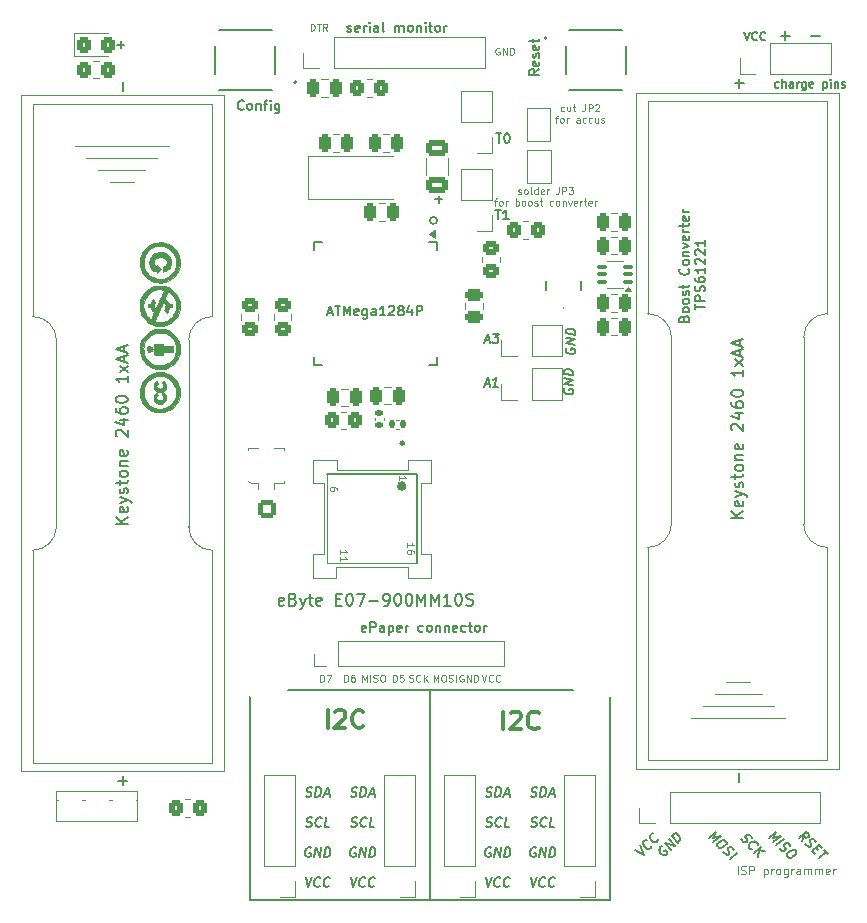
<source format=gbr>
%TF.GenerationSoftware,KiCad,Pcbnew,8.0.5-8.0.5-0~ubuntu22.04.1*%
%TF.CreationDate,2024-09-29T18:14:31+02:00*%
%TF.ProjectId,HB-UNI-SEN-BATT_ATMega1284P_E07-900MM10S_FUEL4EP,48422d55-4e49-42d5-9345-4e2d42415454,1.2*%
%TF.SameCoordinates,Original*%
%TF.FileFunction,Legend,Top*%
%TF.FilePolarity,Positive*%
%FSLAX46Y46*%
G04 Gerber Fmt 4.6, Leading zero omitted, Abs format (unit mm)*
G04 Created by KiCad (PCBNEW 8.0.5-8.0.5-0~ubuntu22.04.1) date 2024-09-29 18:14:31*
%MOMM*%
%LPD*%
G01*
G04 APERTURE LIST*
G04 Aperture macros list*
%AMRoundRect*
0 Rectangle with rounded corners*
0 $1 Rounding radius*
0 $2 $3 $4 $5 $6 $7 $8 $9 X,Y pos of 4 corners*
0 Add a 4 corners polygon primitive as box body*
4,1,4,$2,$3,$4,$5,$6,$7,$8,$9,$2,$3,0*
0 Add four circle primitives for the rounded corners*
1,1,$1+$1,$2,$3*
1,1,$1+$1,$4,$5*
1,1,$1+$1,$6,$7*
1,1,$1+$1,$8,$9*
0 Add four rect primitives between the rounded corners*
20,1,$1+$1,$2,$3,$4,$5,0*
20,1,$1+$1,$4,$5,$6,$7,0*
20,1,$1+$1,$6,$7,$8,$9,0*
20,1,$1+$1,$8,$9,$2,$3,0*%
G04 Aperture macros list end*
%ADD10C,0.200000*%
%ADD11C,0.140000*%
%ADD12C,0.276200*%
%ADD13C,0.150000*%
%ADD14C,0.100000*%
%ADD15C,0.152400*%
%ADD16C,0.300000*%
%ADD17C,0.125000*%
%ADD18C,0.120000*%
%ADD19C,0.127000*%
%ADD20C,0.400000*%
%ADD21C,0.010000*%
%ADD22RoundRect,0.250000X-0.325000X-0.450000X0.325000X-0.450000X0.325000X0.450000X-0.325000X0.450000X0*%
%ADD23R,1.700000X1.700000*%
%ADD24O,1.700000X1.700000*%
%ADD25RoundRect,0.140000X-0.170000X0.140000X-0.170000X-0.140000X0.170000X-0.140000X0.170000X0.140000X0*%
%ADD26RoundRect,0.250000X-0.450000X0.350000X-0.450000X-0.350000X0.450000X-0.350000X0.450000X0.350000X0*%
%ADD27RoundRect,0.250000X-0.350000X-0.450000X0.350000X-0.450000X0.350000X0.450000X-0.350000X0.450000X0*%
%ADD28RoundRect,0.250000X0.350000X0.450000X-0.350000X0.450000X-0.350000X-0.450000X0.350000X-0.450000X0*%
%ADD29R,1.717500X1.800000*%
%ADD30O,1.717500X1.800000*%
%ADD31R,0.800000X1.500000*%
%ADD32R,1.500000X0.800000*%
%ADD33R,1.500000X1.000000*%
%ADD34C,0.700000*%
%ADD35C,4.400000*%
%ADD36C,2.640000*%
%ADD37R,2.000000X2.000000*%
%ADD38C,2.000000*%
%ADD39RoundRect,0.250000X0.250000X0.475000X-0.250000X0.475000X-0.250000X-0.475000X0.250000X-0.475000X0*%
%ADD40RoundRect,0.250000X-0.250000X-0.475000X0.250000X-0.475000X0.250000X0.475000X-0.250000X0.475000X0*%
%ADD41R,3.500000X2.400000*%
%ADD42RoundRect,0.250000X0.650000X-0.412500X0.650000X0.412500X-0.650000X0.412500X-0.650000X-0.412500X0*%
%ADD43R,1.000000X0.750000*%
%ADD44R,1.350000X1.350000*%
%ADD45O,1.350000X1.350000*%
%ADD46R,3.000000X0.900000*%
%ADD47RoundRect,0.100000X0.350000X0.100000X-0.350000X0.100000X-0.350000X-0.100000X0.350000X-0.100000X0*%
%ADD48RoundRect,0.250000X0.450000X-0.350000X0.450000X0.350000X-0.450000X0.350000X-0.450000X-0.350000X0*%
%ADD49R,0.550000X1.500000*%
%ADD50R,1.500000X0.550000*%
%ADD51RoundRect,0.250000X0.475000X-0.250000X0.475000X0.250000X-0.475000X0.250000X-0.475000X-0.250000X0*%
%ADD52C,5.000000*%
%ADD53RoundRect,0.140000X0.140000X0.170000X-0.140000X0.170000X-0.140000X-0.170000X0.140000X-0.170000X0*%
%ADD54RoundRect,0.250000X-0.550000X-0.550000X0.550000X-0.550000X0.550000X0.550000X-0.550000X0.550000X0*%
%ADD55R,1.000000X1.000000*%
%ADD56R,1.050000X2.200000*%
G04 APERTURE END LIST*
D10*
X37430000Y409500D02*
X37430000Y18189500D01*
X22190000Y409500D02*
X37430000Y409500D01*
X22190000Y18189500D02*
X22190000Y409500D01*
X37430000Y18189500D02*
X22190000Y18189500D01*
X37430000Y409500D02*
X52670000Y409500D01*
D11*
X38047500Y57940500D02*
G75*
G02*
X37447500Y57940500I-300000J0D01*
G01*
X37447500Y57940500D02*
G75*
G02*
X38047500Y57940500I300000J0D01*
G01*
D10*
X37430000Y18189500D02*
X37430000Y409500D01*
X52670000Y409500D02*
X52670000Y18189500D01*
D12*
X35240900Y39065200D02*
G75*
G02*
X34964700Y39065200I-138100J0D01*
G01*
X34964700Y39065200D02*
G75*
G02*
X35240900Y39065200I138100J0D01*
G01*
D10*
X52670000Y18189500D02*
X37430000Y18189500D01*
D13*
X30743571Y2307704D02*
X30910238Y1507704D01*
X30910238Y1507704D02*
X31276904Y2307704D01*
X31910237Y1583895D02*
X31867380Y1545800D01*
X31867380Y1545800D02*
X31748333Y1507704D01*
X31748333Y1507704D02*
X31672142Y1507704D01*
X31672142Y1507704D02*
X31562618Y1545800D01*
X31562618Y1545800D02*
X31495952Y1621990D01*
X31495952Y1621990D02*
X31467380Y1698180D01*
X31467380Y1698180D02*
X31448333Y1850561D01*
X31448333Y1850561D02*
X31462618Y1964847D01*
X31462618Y1964847D02*
X31519761Y2117228D01*
X31519761Y2117228D02*
X31567380Y2193419D01*
X31567380Y2193419D02*
X31653095Y2269609D01*
X31653095Y2269609D02*
X31772142Y2307704D01*
X31772142Y2307704D02*
X31848333Y2307704D01*
X31848333Y2307704D02*
X31957857Y2269609D01*
X31957857Y2269609D02*
X31991190Y2231514D01*
X32710237Y1583895D02*
X32667380Y1545800D01*
X32667380Y1545800D02*
X32548333Y1507704D01*
X32548333Y1507704D02*
X32472142Y1507704D01*
X32472142Y1507704D02*
X32362618Y1545800D01*
X32362618Y1545800D02*
X32295952Y1621990D01*
X32295952Y1621990D02*
X32267380Y1698180D01*
X32267380Y1698180D02*
X32248333Y1850561D01*
X32248333Y1850561D02*
X32262618Y1964847D01*
X32262618Y1964847D02*
X32319761Y2117228D01*
X32319761Y2117228D02*
X32367380Y2193419D01*
X32367380Y2193419D02*
X32453095Y2269609D01*
X32453095Y2269609D02*
X32572142Y2307704D01*
X32572142Y2307704D02*
X32648333Y2307704D01*
X32648333Y2307704D02*
X32757857Y2269609D01*
X32757857Y2269609D02*
X32791190Y2231514D01*
X31195953Y4809609D02*
X31124524Y4847704D01*
X31124524Y4847704D02*
X31010238Y4847704D01*
X31010238Y4847704D02*
X30891191Y4809609D01*
X30891191Y4809609D02*
X30805476Y4733419D01*
X30805476Y4733419D02*
X30757857Y4657228D01*
X30757857Y4657228D02*
X30700714Y4504847D01*
X30700714Y4504847D02*
X30686429Y4390561D01*
X30686429Y4390561D02*
X30705476Y4238180D01*
X30705476Y4238180D02*
X30734048Y4161990D01*
X30734048Y4161990D02*
X30800714Y4085800D01*
X30800714Y4085800D02*
X30910238Y4047704D01*
X30910238Y4047704D02*
X30986429Y4047704D01*
X30986429Y4047704D02*
X31105476Y4085800D01*
X31105476Y4085800D02*
X31148333Y4123895D01*
X31148333Y4123895D02*
X31181667Y4390561D01*
X31181667Y4390561D02*
X31029286Y4390561D01*
X31481667Y4047704D02*
X31581667Y4847704D01*
X31581667Y4847704D02*
X31938810Y4047704D01*
X31938810Y4047704D02*
X32038810Y4847704D01*
X32319762Y4047704D02*
X32419762Y4847704D01*
X32419762Y4847704D02*
X32610238Y4847704D01*
X32610238Y4847704D02*
X32719762Y4809609D01*
X32719762Y4809609D02*
X32786428Y4733419D01*
X32786428Y4733419D02*
X32815000Y4657228D01*
X32815000Y4657228D02*
X32834048Y4504847D01*
X32834048Y4504847D02*
X32819762Y4390561D01*
X32819762Y4390561D02*
X32762619Y4238180D01*
X32762619Y4238180D02*
X32715000Y4161990D01*
X32715000Y4161990D02*
X32629286Y4085800D01*
X32629286Y4085800D02*
X32510238Y4047704D01*
X32510238Y4047704D02*
X32319762Y4047704D01*
X30762618Y6625800D02*
X30872142Y6587704D01*
X30872142Y6587704D02*
X31062618Y6587704D01*
X31062618Y6587704D02*
X31143571Y6625800D01*
X31143571Y6625800D02*
X31186428Y6663895D01*
X31186428Y6663895D02*
X31234047Y6740085D01*
X31234047Y6740085D02*
X31243571Y6816276D01*
X31243571Y6816276D02*
X31214999Y6892466D01*
X31214999Y6892466D02*
X31181666Y6930561D01*
X31181666Y6930561D02*
X31110238Y6968657D01*
X31110238Y6968657D02*
X30962618Y7006752D01*
X30962618Y7006752D02*
X30891190Y7044847D01*
X30891190Y7044847D02*
X30857857Y7082942D01*
X30857857Y7082942D02*
X30829285Y7159133D01*
X30829285Y7159133D02*
X30838809Y7235323D01*
X30838809Y7235323D02*
X30886428Y7311514D01*
X30886428Y7311514D02*
X30929285Y7349609D01*
X30929285Y7349609D02*
X31010238Y7387704D01*
X31010238Y7387704D02*
X31200714Y7387704D01*
X31200714Y7387704D02*
X31310238Y7349609D01*
X32024523Y6663895D02*
X31981666Y6625800D01*
X31981666Y6625800D02*
X31862619Y6587704D01*
X31862619Y6587704D02*
X31786428Y6587704D01*
X31786428Y6587704D02*
X31676904Y6625800D01*
X31676904Y6625800D02*
X31610238Y6701990D01*
X31610238Y6701990D02*
X31581666Y6778180D01*
X31581666Y6778180D02*
X31562619Y6930561D01*
X31562619Y6930561D02*
X31576904Y7044847D01*
X31576904Y7044847D02*
X31634047Y7197228D01*
X31634047Y7197228D02*
X31681666Y7273419D01*
X31681666Y7273419D02*
X31767381Y7349609D01*
X31767381Y7349609D02*
X31886428Y7387704D01*
X31886428Y7387704D02*
X31962619Y7387704D01*
X31962619Y7387704D02*
X32072143Y7349609D01*
X32072143Y7349609D02*
X32105476Y7311514D01*
X32738809Y6587704D02*
X32357857Y6587704D01*
X32357857Y6587704D02*
X32457857Y7387704D01*
X30743571Y9165800D02*
X30853095Y9127704D01*
X30853095Y9127704D02*
X31043571Y9127704D01*
X31043571Y9127704D02*
X31124524Y9165800D01*
X31124524Y9165800D02*
X31167381Y9203895D01*
X31167381Y9203895D02*
X31215000Y9280085D01*
X31215000Y9280085D02*
X31224524Y9356276D01*
X31224524Y9356276D02*
X31195952Y9432466D01*
X31195952Y9432466D02*
X31162619Y9470561D01*
X31162619Y9470561D02*
X31091191Y9508657D01*
X31091191Y9508657D02*
X30943571Y9546752D01*
X30943571Y9546752D02*
X30872143Y9584847D01*
X30872143Y9584847D02*
X30838810Y9622942D01*
X30838810Y9622942D02*
X30810238Y9699133D01*
X30810238Y9699133D02*
X30819762Y9775323D01*
X30819762Y9775323D02*
X30867381Y9851514D01*
X30867381Y9851514D02*
X30910238Y9889609D01*
X30910238Y9889609D02*
X30991191Y9927704D01*
X30991191Y9927704D02*
X31181667Y9927704D01*
X31181667Y9927704D02*
X31291191Y9889609D01*
X31538810Y9127704D02*
X31638810Y9927704D01*
X31638810Y9927704D02*
X31829286Y9927704D01*
X31829286Y9927704D02*
X31938810Y9889609D01*
X31938810Y9889609D02*
X32005476Y9813419D01*
X32005476Y9813419D02*
X32034048Y9737228D01*
X32034048Y9737228D02*
X32053096Y9584847D01*
X32053096Y9584847D02*
X32038810Y9470561D01*
X32038810Y9470561D02*
X31981667Y9318180D01*
X31981667Y9318180D02*
X31934048Y9241990D01*
X31934048Y9241990D02*
X31848334Y9165800D01*
X31848334Y9165800D02*
X31729286Y9127704D01*
X31729286Y9127704D02*
X31538810Y9127704D01*
X32329286Y9356276D02*
X32710238Y9356276D01*
X32224524Y9127704D02*
X32591191Y9927704D01*
X32591191Y9927704D02*
X32757857Y9127704D01*
X42173571Y9165800D02*
X42283095Y9127704D01*
X42283095Y9127704D02*
X42473571Y9127704D01*
X42473571Y9127704D02*
X42554524Y9165800D01*
X42554524Y9165800D02*
X42597381Y9203895D01*
X42597381Y9203895D02*
X42645000Y9280085D01*
X42645000Y9280085D02*
X42654524Y9356276D01*
X42654524Y9356276D02*
X42625952Y9432466D01*
X42625952Y9432466D02*
X42592619Y9470561D01*
X42592619Y9470561D02*
X42521191Y9508657D01*
X42521191Y9508657D02*
X42373571Y9546752D01*
X42373571Y9546752D02*
X42302143Y9584847D01*
X42302143Y9584847D02*
X42268810Y9622942D01*
X42268810Y9622942D02*
X42240238Y9699133D01*
X42240238Y9699133D02*
X42249762Y9775323D01*
X42249762Y9775323D02*
X42297381Y9851514D01*
X42297381Y9851514D02*
X42340238Y9889609D01*
X42340238Y9889609D02*
X42421191Y9927704D01*
X42421191Y9927704D02*
X42611667Y9927704D01*
X42611667Y9927704D02*
X42721191Y9889609D01*
X42968810Y9127704D02*
X43068810Y9927704D01*
X43068810Y9927704D02*
X43259286Y9927704D01*
X43259286Y9927704D02*
X43368810Y9889609D01*
X43368810Y9889609D02*
X43435476Y9813419D01*
X43435476Y9813419D02*
X43464048Y9737228D01*
X43464048Y9737228D02*
X43483096Y9584847D01*
X43483096Y9584847D02*
X43468810Y9470561D01*
X43468810Y9470561D02*
X43411667Y9318180D01*
X43411667Y9318180D02*
X43364048Y9241990D01*
X43364048Y9241990D02*
X43278334Y9165800D01*
X43278334Y9165800D02*
X43159286Y9127704D01*
X43159286Y9127704D02*
X42968810Y9127704D01*
X43759286Y9356276D02*
X44140238Y9356276D01*
X43654524Y9127704D02*
X44021191Y9927704D01*
X44021191Y9927704D02*
X44187857Y9127704D01*
X42192618Y6625800D02*
X42302142Y6587704D01*
X42302142Y6587704D02*
X42492618Y6587704D01*
X42492618Y6587704D02*
X42573571Y6625800D01*
X42573571Y6625800D02*
X42616428Y6663895D01*
X42616428Y6663895D02*
X42664047Y6740085D01*
X42664047Y6740085D02*
X42673571Y6816276D01*
X42673571Y6816276D02*
X42644999Y6892466D01*
X42644999Y6892466D02*
X42611666Y6930561D01*
X42611666Y6930561D02*
X42540238Y6968657D01*
X42540238Y6968657D02*
X42392618Y7006752D01*
X42392618Y7006752D02*
X42321190Y7044847D01*
X42321190Y7044847D02*
X42287857Y7082942D01*
X42287857Y7082942D02*
X42259285Y7159133D01*
X42259285Y7159133D02*
X42268809Y7235323D01*
X42268809Y7235323D02*
X42316428Y7311514D01*
X42316428Y7311514D02*
X42359285Y7349609D01*
X42359285Y7349609D02*
X42440238Y7387704D01*
X42440238Y7387704D02*
X42630714Y7387704D01*
X42630714Y7387704D02*
X42740238Y7349609D01*
X43454523Y6663895D02*
X43411666Y6625800D01*
X43411666Y6625800D02*
X43292619Y6587704D01*
X43292619Y6587704D02*
X43216428Y6587704D01*
X43216428Y6587704D02*
X43106904Y6625800D01*
X43106904Y6625800D02*
X43040238Y6701990D01*
X43040238Y6701990D02*
X43011666Y6778180D01*
X43011666Y6778180D02*
X42992619Y6930561D01*
X42992619Y6930561D02*
X43006904Y7044847D01*
X43006904Y7044847D02*
X43064047Y7197228D01*
X43064047Y7197228D02*
X43111666Y7273419D01*
X43111666Y7273419D02*
X43197381Y7349609D01*
X43197381Y7349609D02*
X43316428Y7387704D01*
X43316428Y7387704D02*
X43392619Y7387704D01*
X43392619Y7387704D02*
X43502143Y7349609D01*
X43502143Y7349609D02*
X43535476Y7311514D01*
X44168809Y6587704D02*
X43787857Y6587704D01*
X43787857Y6587704D02*
X43887857Y7387704D01*
X42625953Y4809609D02*
X42554524Y4847704D01*
X42554524Y4847704D02*
X42440238Y4847704D01*
X42440238Y4847704D02*
X42321191Y4809609D01*
X42321191Y4809609D02*
X42235476Y4733419D01*
X42235476Y4733419D02*
X42187857Y4657228D01*
X42187857Y4657228D02*
X42130714Y4504847D01*
X42130714Y4504847D02*
X42116429Y4390561D01*
X42116429Y4390561D02*
X42135476Y4238180D01*
X42135476Y4238180D02*
X42164048Y4161990D01*
X42164048Y4161990D02*
X42230714Y4085800D01*
X42230714Y4085800D02*
X42340238Y4047704D01*
X42340238Y4047704D02*
X42416429Y4047704D01*
X42416429Y4047704D02*
X42535476Y4085800D01*
X42535476Y4085800D02*
X42578333Y4123895D01*
X42578333Y4123895D02*
X42611667Y4390561D01*
X42611667Y4390561D02*
X42459286Y4390561D01*
X42911667Y4047704D02*
X43011667Y4847704D01*
X43011667Y4847704D02*
X43368810Y4047704D01*
X43368810Y4047704D02*
X43468810Y4847704D01*
X43749762Y4047704D02*
X43849762Y4847704D01*
X43849762Y4847704D02*
X44040238Y4847704D01*
X44040238Y4847704D02*
X44149762Y4809609D01*
X44149762Y4809609D02*
X44216428Y4733419D01*
X44216428Y4733419D02*
X44245000Y4657228D01*
X44245000Y4657228D02*
X44264048Y4504847D01*
X44264048Y4504847D02*
X44249762Y4390561D01*
X44249762Y4390561D02*
X44192619Y4238180D01*
X44192619Y4238180D02*
X44145000Y4161990D01*
X44145000Y4161990D02*
X44059286Y4085800D01*
X44059286Y4085800D02*
X43940238Y4047704D01*
X43940238Y4047704D02*
X43749762Y4047704D01*
D14*
X44929713Y60183183D02*
X44986856Y60154611D01*
X44986856Y60154611D02*
X45101142Y60154611D01*
X45101142Y60154611D02*
X45158285Y60183183D01*
X45158285Y60183183D02*
X45186856Y60240325D01*
X45186856Y60240325D02*
X45186856Y60268897D01*
X45186856Y60268897D02*
X45158285Y60326040D01*
X45158285Y60326040D02*
X45101142Y60354611D01*
X45101142Y60354611D02*
X45015428Y60354611D01*
X45015428Y60354611D02*
X44958285Y60383183D01*
X44958285Y60383183D02*
X44929713Y60440325D01*
X44929713Y60440325D02*
X44929713Y60468897D01*
X44929713Y60468897D02*
X44958285Y60526040D01*
X44958285Y60526040D02*
X45015428Y60554611D01*
X45015428Y60554611D02*
X45101142Y60554611D01*
X45101142Y60554611D02*
X45158285Y60526040D01*
X45529713Y60154611D02*
X45472570Y60183183D01*
X45472570Y60183183D02*
X45443999Y60211754D01*
X45443999Y60211754D02*
X45415427Y60268897D01*
X45415427Y60268897D02*
X45415427Y60440325D01*
X45415427Y60440325D02*
X45443999Y60497468D01*
X45443999Y60497468D02*
X45472570Y60526040D01*
X45472570Y60526040D02*
X45529713Y60554611D01*
X45529713Y60554611D02*
X45615427Y60554611D01*
X45615427Y60554611D02*
X45672570Y60526040D01*
X45672570Y60526040D02*
X45701142Y60497468D01*
X45701142Y60497468D02*
X45729713Y60440325D01*
X45729713Y60440325D02*
X45729713Y60268897D01*
X45729713Y60268897D02*
X45701142Y60211754D01*
X45701142Y60211754D02*
X45672570Y60183183D01*
X45672570Y60183183D02*
X45615427Y60154611D01*
X45615427Y60154611D02*
X45529713Y60154611D01*
X46072570Y60154611D02*
X46015427Y60183183D01*
X46015427Y60183183D02*
X45986856Y60240325D01*
X45986856Y60240325D02*
X45986856Y60754611D01*
X46558285Y60154611D02*
X46558285Y60754611D01*
X46558285Y60183183D02*
X46501142Y60154611D01*
X46501142Y60154611D02*
X46386856Y60154611D01*
X46386856Y60154611D02*
X46329713Y60183183D01*
X46329713Y60183183D02*
X46301142Y60211754D01*
X46301142Y60211754D02*
X46272570Y60268897D01*
X46272570Y60268897D02*
X46272570Y60440325D01*
X46272570Y60440325D02*
X46301142Y60497468D01*
X46301142Y60497468D02*
X46329713Y60526040D01*
X46329713Y60526040D02*
X46386856Y60554611D01*
X46386856Y60554611D02*
X46501142Y60554611D01*
X46501142Y60554611D02*
X46558285Y60526040D01*
X47072570Y60183183D02*
X47015427Y60154611D01*
X47015427Y60154611D02*
X46901142Y60154611D01*
X46901142Y60154611D02*
X46843999Y60183183D01*
X46843999Y60183183D02*
X46815427Y60240325D01*
X46815427Y60240325D02*
X46815427Y60468897D01*
X46815427Y60468897D02*
X46843999Y60526040D01*
X46843999Y60526040D02*
X46901142Y60554611D01*
X46901142Y60554611D02*
X47015427Y60554611D01*
X47015427Y60554611D02*
X47072570Y60526040D01*
X47072570Y60526040D02*
X47101142Y60468897D01*
X47101142Y60468897D02*
X47101142Y60411754D01*
X47101142Y60411754D02*
X46815427Y60354611D01*
X47358285Y60154611D02*
X47358285Y60554611D01*
X47358285Y60440325D02*
X47386856Y60497468D01*
X47386856Y60497468D02*
X47415428Y60526040D01*
X47415428Y60526040D02*
X47472570Y60554611D01*
X47472570Y60554611D02*
X47529713Y60554611D01*
X48358285Y60754611D02*
X48358285Y60326040D01*
X48358285Y60326040D02*
X48329714Y60240325D01*
X48329714Y60240325D02*
X48272571Y60183183D01*
X48272571Y60183183D02*
X48186857Y60154611D01*
X48186857Y60154611D02*
X48129714Y60154611D01*
X48644000Y60154611D02*
X48644000Y60754611D01*
X48644000Y60754611D02*
X48872571Y60754611D01*
X48872571Y60754611D02*
X48929714Y60726040D01*
X48929714Y60726040D02*
X48958285Y60697468D01*
X48958285Y60697468D02*
X48986857Y60640325D01*
X48986857Y60640325D02*
X48986857Y60554611D01*
X48986857Y60554611D02*
X48958285Y60497468D01*
X48958285Y60497468D02*
X48929714Y60468897D01*
X48929714Y60468897D02*
X48872571Y60440325D01*
X48872571Y60440325D02*
X48644000Y60440325D01*
X49186857Y60754611D02*
X49558285Y60754611D01*
X49558285Y60754611D02*
X49358285Y60526040D01*
X49358285Y60526040D02*
X49444000Y60526040D01*
X49444000Y60526040D02*
X49501143Y60497468D01*
X49501143Y60497468D02*
X49529714Y60468897D01*
X49529714Y60468897D02*
X49558285Y60411754D01*
X49558285Y60411754D02*
X49558285Y60268897D01*
X49558285Y60268897D02*
X49529714Y60211754D01*
X49529714Y60211754D02*
X49501143Y60183183D01*
X49501143Y60183183D02*
X49444000Y60154611D01*
X49444000Y60154611D02*
X49272571Y60154611D01*
X49272571Y60154611D02*
X49215428Y60183183D01*
X49215428Y60183183D02*
X49186857Y60211754D01*
X42901142Y59588645D02*
X43129714Y59588645D01*
X42986857Y59188645D02*
X42986857Y59702931D01*
X42986857Y59702931D02*
X43015428Y59760074D01*
X43015428Y59760074D02*
X43072571Y59788645D01*
X43072571Y59788645D02*
X43129714Y59788645D01*
X43415428Y59188645D02*
X43358285Y59217217D01*
X43358285Y59217217D02*
X43329714Y59245788D01*
X43329714Y59245788D02*
X43301142Y59302931D01*
X43301142Y59302931D02*
X43301142Y59474359D01*
X43301142Y59474359D02*
X43329714Y59531502D01*
X43329714Y59531502D02*
X43358285Y59560074D01*
X43358285Y59560074D02*
X43415428Y59588645D01*
X43415428Y59588645D02*
X43501142Y59588645D01*
X43501142Y59588645D02*
X43558285Y59560074D01*
X43558285Y59560074D02*
X43586857Y59531502D01*
X43586857Y59531502D02*
X43615428Y59474359D01*
X43615428Y59474359D02*
X43615428Y59302931D01*
X43615428Y59302931D02*
X43586857Y59245788D01*
X43586857Y59245788D02*
X43558285Y59217217D01*
X43558285Y59217217D02*
X43501142Y59188645D01*
X43501142Y59188645D02*
X43415428Y59188645D01*
X43872571Y59188645D02*
X43872571Y59588645D01*
X43872571Y59474359D02*
X43901142Y59531502D01*
X43901142Y59531502D02*
X43929714Y59560074D01*
X43929714Y59560074D02*
X43986856Y59588645D01*
X43986856Y59588645D02*
X44043999Y59588645D01*
X44701143Y59188645D02*
X44701143Y59788645D01*
X44701143Y59560074D02*
X44758286Y59588645D01*
X44758286Y59588645D02*
X44872571Y59588645D01*
X44872571Y59588645D02*
X44929714Y59560074D01*
X44929714Y59560074D02*
X44958286Y59531502D01*
X44958286Y59531502D02*
X44986857Y59474359D01*
X44986857Y59474359D02*
X44986857Y59302931D01*
X44986857Y59302931D02*
X44958286Y59245788D01*
X44958286Y59245788D02*
X44929714Y59217217D01*
X44929714Y59217217D02*
X44872571Y59188645D01*
X44872571Y59188645D02*
X44758286Y59188645D01*
X44758286Y59188645D02*
X44701143Y59217217D01*
X45329714Y59188645D02*
X45272571Y59217217D01*
X45272571Y59217217D02*
X45244000Y59245788D01*
X45244000Y59245788D02*
X45215428Y59302931D01*
X45215428Y59302931D02*
X45215428Y59474359D01*
X45215428Y59474359D02*
X45244000Y59531502D01*
X45244000Y59531502D02*
X45272571Y59560074D01*
X45272571Y59560074D02*
X45329714Y59588645D01*
X45329714Y59588645D02*
X45415428Y59588645D01*
X45415428Y59588645D02*
X45472571Y59560074D01*
X45472571Y59560074D02*
X45501143Y59531502D01*
X45501143Y59531502D02*
X45529714Y59474359D01*
X45529714Y59474359D02*
X45529714Y59302931D01*
X45529714Y59302931D02*
X45501143Y59245788D01*
X45501143Y59245788D02*
X45472571Y59217217D01*
X45472571Y59217217D02*
X45415428Y59188645D01*
X45415428Y59188645D02*
X45329714Y59188645D01*
X45872571Y59188645D02*
X45815428Y59217217D01*
X45815428Y59217217D02*
X45786857Y59245788D01*
X45786857Y59245788D02*
X45758285Y59302931D01*
X45758285Y59302931D02*
X45758285Y59474359D01*
X45758285Y59474359D02*
X45786857Y59531502D01*
X45786857Y59531502D02*
X45815428Y59560074D01*
X45815428Y59560074D02*
X45872571Y59588645D01*
X45872571Y59588645D02*
X45958285Y59588645D01*
X45958285Y59588645D02*
X46015428Y59560074D01*
X46015428Y59560074D02*
X46044000Y59531502D01*
X46044000Y59531502D02*
X46072571Y59474359D01*
X46072571Y59474359D02*
X46072571Y59302931D01*
X46072571Y59302931D02*
X46044000Y59245788D01*
X46044000Y59245788D02*
X46015428Y59217217D01*
X46015428Y59217217D02*
X45958285Y59188645D01*
X45958285Y59188645D02*
X45872571Y59188645D01*
X46301142Y59217217D02*
X46358285Y59188645D01*
X46358285Y59188645D02*
X46472571Y59188645D01*
X46472571Y59188645D02*
X46529714Y59217217D01*
X46529714Y59217217D02*
X46558285Y59274359D01*
X46558285Y59274359D02*
X46558285Y59302931D01*
X46558285Y59302931D02*
X46529714Y59360074D01*
X46529714Y59360074D02*
X46472571Y59388645D01*
X46472571Y59388645D02*
X46386857Y59388645D01*
X46386857Y59388645D02*
X46329714Y59417217D01*
X46329714Y59417217D02*
X46301142Y59474359D01*
X46301142Y59474359D02*
X46301142Y59502931D01*
X46301142Y59502931D02*
X46329714Y59560074D01*
X46329714Y59560074D02*
X46386857Y59588645D01*
X46386857Y59588645D02*
X46472571Y59588645D01*
X46472571Y59588645D02*
X46529714Y59560074D01*
X46729713Y59588645D02*
X46958285Y59588645D01*
X46815428Y59788645D02*
X46815428Y59274359D01*
X46815428Y59274359D02*
X46843999Y59217217D01*
X46843999Y59217217D02*
X46901142Y59188645D01*
X46901142Y59188645D02*
X46958285Y59188645D01*
X47872571Y59217217D02*
X47815428Y59188645D01*
X47815428Y59188645D02*
X47701142Y59188645D01*
X47701142Y59188645D02*
X47643999Y59217217D01*
X47643999Y59217217D02*
X47615428Y59245788D01*
X47615428Y59245788D02*
X47586856Y59302931D01*
X47586856Y59302931D02*
X47586856Y59474359D01*
X47586856Y59474359D02*
X47615428Y59531502D01*
X47615428Y59531502D02*
X47643999Y59560074D01*
X47643999Y59560074D02*
X47701142Y59588645D01*
X47701142Y59588645D02*
X47815428Y59588645D01*
X47815428Y59588645D02*
X47872571Y59560074D01*
X48215428Y59188645D02*
X48158285Y59217217D01*
X48158285Y59217217D02*
X48129714Y59245788D01*
X48129714Y59245788D02*
X48101142Y59302931D01*
X48101142Y59302931D02*
X48101142Y59474359D01*
X48101142Y59474359D02*
X48129714Y59531502D01*
X48129714Y59531502D02*
X48158285Y59560074D01*
X48158285Y59560074D02*
X48215428Y59588645D01*
X48215428Y59588645D02*
X48301142Y59588645D01*
X48301142Y59588645D02*
X48358285Y59560074D01*
X48358285Y59560074D02*
X48386857Y59531502D01*
X48386857Y59531502D02*
X48415428Y59474359D01*
X48415428Y59474359D02*
X48415428Y59302931D01*
X48415428Y59302931D02*
X48386857Y59245788D01*
X48386857Y59245788D02*
X48358285Y59217217D01*
X48358285Y59217217D02*
X48301142Y59188645D01*
X48301142Y59188645D02*
X48215428Y59188645D01*
X48672571Y59588645D02*
X48672571Y59188645D01*
X48672571Y59531502D02*
X48701142Y59560074D01*
X48701142Y59560074D02*
X48758285Y59588645D01*
X48758285Y59588645D02*
X48843999Y59588645D01*
X48843999Y59588645D02*
X48901142Y59560074D01*
X48901142Y59560074D02*
X48929714Y59502931D01*
X48929714Y59502931D02*
X48929714Y59188645D01*
X49158285Y59588645D02*
X49301142Y59188645D01*
X49301142Y59188645D02*
X49443999Y59588645D01*
X49901142Y59217217D02*
X49843999Y59188645D01*
X49843999Y59188645D02*
X49729714Y59188645D01*
X49729714Y59188645D02*
X49672571Y59217217D01*
X49672571Y59217217D02*
X49643999Y59274359D01*
X49643999Y59274359D02*
X49643999Y59502931D01*
X49643999Y59502931D02*
X49672571Y59560074D01*
X49672571Y59560074D02*
X49729714Y59588645D01*
X49729714Y59588645D02*
X49843999Y59588645D01*
X49843999Y59588645D02*
X49901142Y59560074D01*
X49901142Y59560074D02*
X49929714Y59502931D01*
X49929714Y59502931D02*
X49929714Y59445788D01*
X49929714Y59445788D02*
X49643999Y59388645D01*
X50186857Y59188645D02*
X50186857Y59588645D01*
X50186857Y59474359D02*
X50215428Y59531502D01*
X50215428Y59531502D02*
X50244000Y59560074D01*
X50244000Y59560074D02*
X50301142Y59588645D01*
X50301142Y59588645D02*
X50358285Y59588645D01*
X50472571Y59588645D02*
X50701143Y59588645D01*
X50558286Y59788645D02*
X50558286Y59274359D01*
X50558286Y59274359D02*
X50586857Y59217217D01*
X50586857Y59217217D02*
X50644000Y59188645D01*
X50644000Y59188645D02*
X50701143Y59188645D01*
X51129714Y59217217D02*
X51072571Y59188645D01*
X51072571Y59188645D02*
X50958286Y59188645D01*
X50958286Y59188645D02*
X50901143Y59217217D01*
X50901143Y59217217D02*
X50872571Y59274359D01*
X50872571Y59274359D02*
X50872571Y59502931D01*
X50872571Y59502931D02*
X50901143Y59560074D01*
X50901143Y59560074D02*
X50958286Y59588645D01*
X50958286Y59588645D02*
X51072571Y59588645D01*
X51072571Y59588645D02*
X51129714Y59560074D01*
X51129714Y59560074D02*
X51158286Y59502931D01*
X51158286Y59502931D02*
X51158286Y59445788D01*
X51158286Y59445788D02*
X50872571Y59388645D01*
X51415429Y59188645D02*
X51415429Y59588645D01*
X51415429Y59474359D02*
X51444000Y59531502D01*
X51444000Y59531502D02*
X51472572Y59560074D01*
X51472572Y59560074D02*
X51529714Y59588645D01*
X51529714Y59588645D02*
X51586857Y59588645D01*
D13*
X57100411Y4960544D02*
X57022966Y4936974D01*
X57022966Y4936974D02*
X56942154Y4856162D01*
X56942154Y4856162D02*
X56884912Y4745045D01*
X56884912Y4745045D02*
X56878178Y4630561D01*
X56878178Y4630561D02*
X56898381Y4543015D01*
X56898381Y4543015D02*
X56965724Y4394859D01*
X56965724Y4394859D02*
X57036435Y4303945D01*
X57036435Y4303945D02*
X57157653Y4209664D01*
X57157653Y4209664D02*
X57231731Y4175993D01*
X57231731Y4175993D02*
X57332746Y4169258D01*
X57332746Y4169258D02*
X57437129Y4219766D01*
X57437129Y4219766D02*
X57491004Y4273641D01*
X57491004Y4273641D02*
X57548246Y4384758D01*
X57548246Y4384758D02*
X57551613Y4441999D01*
X57551613Y4441999D02*
X57386621Y4654132D01*
X57386621Y4654132D02*
X57278872Y4546382D01*
X57841190Y4623827D02*
X57346215Y5260223D01*
X57346215Y5260223D02*
X58164439Y4947076D01*
X58164439Y4947076D02*
X57669464Y5583472D01*
X58433812Y5216450D02*
X57938838Y5852846D01*
X57938838Y5852846D02*
X58073525Y5987533D01*
X58073525Y5987533D02*
X58177907Y6038040D01*
X58177907Y6038040D02*
X58278922Y6031306D01*
X58278922Y6031306D02*
X58353000Y5997634D01*
X58353000Y5997634D02*
X58474219Y5903353D01*
X58474219Y5903353D02*
X58544929Y5812440D01*
X58544929Y5812440D02*
X58612273Y5664284D01*
X58612273Y5664284D02*
X58632476Y5576737D01*
X58632476Y5576737D02*
X58625741Y5462253D01*
X58625741Y5462253D02*
X58568499Y5351137D01*
X58568499Y5351137D02*
X58433812Y5216450D01*
D14*
X37757143Y18869628D02*
X37757143Y19469628D01*
X37757143Y19469628D02*
X37957143Y19041057D01*
X37957143Y19041057D02*
X38157143Y19469628D01*
X38157143Y19469628D02*
X38157143Y18869628D01*
X38557142Y19469628D02*
X38671428Y19469628D01*
X38671428Y19469628D02*
X38728571Y19441057D01*
X38728571Y19441057D02*
X38785714Y19383914D01*
X38785714Y19383914D02*
X38814285Y19269628D01*
X38814285Y19269628D02*
X38814285Y19069628D01*
X38814285Y19069628D02*
X38785714Y18955342D01*
X38785714Y18955342D02*
X38728571Y18898200D01*
X38728571Y18898200D02*
X38671428Y18869628D01*
X38671428Y18869628D02*
X38557142Y18869628D01*
X38557142Y18869628D02*
X38500000Y18898200D01*
X38500000Y18898200D02*
X38442857Y18955342D01*
X38442857Y18955342D02*
X38414285Y19069628D01*
X38414285Y19069628D02*
X38414285Y19269628D01*
X38414285Y19269628D02*
X38442857Y19383914D01*
X38442857Y19383914D02*
X38500000Y19441057D01*
X38500000Y19441057D02*
X38557142Y19469628D01*
X39042856Y18898200D02*
X39128571Y18869628D01*
X39128571Y18869628D02*
X39271428Y18869628D01*
X39271428Y18869628D02*
X39328571Y18898200D01*
X39328571Y18898200D02*
X39357142Y18926771D01*
X39357142Y18926771D02*
X39385713Y18983914D01*
X39385713Y18983914D02*
X39385713Y19041057D01*
X39385713Y19041057D02*
X39357142Y19098200D01*
X39357142Y19098200D02*
X39328571Y19126771D01*
X39328571Y19126771D02*
X39271428Y19155342D01*
X39271428Y19155342D02*
X39157142Y19183914D01*
X39157142Y19183914D02*
X39099999Y19212485D01*
X39099999Y19212485D02*
X39071428Y19241057D01*
X39071428Y19241057D02*
X39042856Y19298200D01*
X39042856Y19298200D02*
X39042856Y19355342D01*
X39042856Y19355342D02*
X39071428Y19412485D01*
X39071428Y19412485D02*
X39099999Y19441057D01*
X39099999Y19441057D02*
X39157142Y19469628D01*
X39157142Y19469628D02*
X39299999Y19469628D01*
X39299999Y19469628D02*
X39385713Y19441057D01*
X39642857Y18869628D02*
X39642857Y19469628D01*
D13*
X42173571Y2307704D02*
X42340238Y1507704D01*
X42340238Y1507704D02*
X42706904Y2307704D01*
X43340237Y1583895D02*
X43297380Y1545800D01*
X43297380Y1545800D02*
X43178333Y1507704D01*
X43178333Y1507704D02*
X43102142Y1507704D01*
X43102142Y1507704D02*
X42992618Y1545800D01*
X42992618Y1545800D02*
X42925952Y1621990D01*
X42925952Y1621990D02*
X42897380Y1698180D01*
X42897380Y1698180D02*
X42878333Y1850561D01*
X42878333Y1850561D02*
X42892618Y1964847D01*
X42892618Y1964847D02*
X42949761Y2117228D01*
X42949761Y2117228D02*
X42997380Y2193419D01*
X42997380Y2193419D02*
X43083095Y2269609D01*
X43083095Y2269609D02*
X43202142Y2307704D01*
X43202142Y2307704D02*
X43278333Y2307704D01*
X43278333Y2307704D02*
X43387857Y2269609D01*
X43387857Y2269609D02*
X43421190Y2231514D01*
X44140237Y1583895D02*
X44097380Y1545800D01*
X44097380Y1545800D02*
X43978333Y1507704D01*
X43978333Y1507704D02*
X43902142Y1507704D01*
X43902142Y1507704D02*
X43792618Y1545800D01*
X43792618Y1545800D02*
X43725952Y1621990D01*
X43725952Y1621990D02*
X43697380Y1698180D01*
X43697380Y1698180D02*
X43678333Y1850561D01*
X43678333Y1850561D02*
X43692618Y1964847D01*
X43692618Y1964847D02*
X43749761Y2117228D01*
X43749761Y2117228D02*
X43797380Y2193419D01*
X43797380Y2193419D02*
X43883095Y2269609D01*
X43883095Y2269609D02*
X44002142Y2307704D01*
X44002142Y2307704D02*
X44078333Y2307704D01*
X44078333Y2307704D02*
X44187857Y2269609D01*
X44187857Y2269609D02*
X44221190Y2231514D01*
X63778446Y5543065D02*
X63828954Y5438683D01*
X63828954Y5438683D02*
X63963641Y5303996D01*
X63963641Y5303996D02*
X64047820Y5273691D01*
X64047820Y5273691D02*
X64105062Y5270324D01*
X64105062Y5270324D02*
X64192608Y5290527D01*
X64192608Y5290527D02*
X64253218Y5337667D01*
X64253218Y5337667D02*
X64286889Y5411745D01*
X64286889Y5411745D02*
X64290257Y5462253D01*
X64290257Y5462253D02*
X64266686Y5539698D01*
X64266686Y5539698D02*
X64189241Y5671018D01*
X64189241Y5671018D02*
X64165671Y5748463D01*
X64165671Y5748463D02*
X64169038Y5798970D01*
X64169038Y5798970D02*
X64202710Y5873048D01*
X64202710Y5873048D02*
X64263319Y5920189D01*
X64263319Y5920189D02*
X64350866Y5940392D01*
X64350866Y5940392D02*
X64408108Y5937025D01*
X64408108Y5937025D02*
X64492287Y5906720D01*
X64492287Y5906720D02*
X64626974Y5772033D01*
X64626974Y5772033D02*
X64677482Y5667651D01*
X64697685Y4677701D02*
X64640443Y4681068D01*
X64640443Y4681068D02*
X64529326Y4738310D01*
X64529326Y4738310D02*
X64475451Y4792185D01*
X64475451Y4792185D02*
X64424944Y4896567D01*
X64424944Y4896567D02*
X64431678Y4997583D01*
X64431678Y4997583D02*
X64465350Y5071660D01*
X64465350Y5071660D02*
X64559631Y5192879D01*
X64559631Y5192879D02*
X64650544Y5263589D01*
X64650544Y5263589D02*
X64798700Y5330933D01*
X64798700Y5330933D02*
X64886247Y5351136D01*
X64886247Y5351136D02*
X65000731Y5344402D01*
X65000731Y5344402D02*
X65111847Y5287160D01*
X65111847Y5287160D02*
X65165722Y5233285D01*
X65165722Y5233285D02*
X65216230Y5128902D01*
X65216230Y5128902D02*
X65212863Y5078395D01*
X64879512Y4388124D02*
X65515908Y4883099D01*
X65202761Y4064875D02*
X65323979Y4590154D01*
X65839157Y4559850D02*
X65152254Y4600256D01*
D15*
X21674743Y67365317D02*
X21636039Y67326613D01*
X21636039Y67326613D02*
X21519924Y67287908D01*
X21519924Y67287908D02*
X21442515Y67287908D01*
X21442515Y67287908D02*
X21326401Y67326613D01*
X21326401Y67326613D02*
X21248991Y67404022D01*
X21248991Y67404022D02*
X21210286Y67481432D01*
X21210286Y67481432D02*
X21171582Y67636251D01*
X21171582Y67636251D02*
X21171582Y67752365D01*
X21171582Y67752365D02*
X21210286Y67907184D01*
X21210286Y67907184D02*
X21248991Y67984593D01*
X21248991Y67984593D02*
X21326401Y68062003D01*
X21326401Y68062003D02*
X21442515Y68100708D01*
X21442515Y68100708D02*
X21519924Y68100708D01*
X21519924Y68100708D02*
X21636039Y68062003D01*
X21636039Y68062003D02*
X21674743Y68023298D01*
X22139201Y67287908D02*
X22061791Y67326613D01*
X22061791Y67326613D02*
X22023086Y67365317D01*
X22023086Y67365317D02*
X21984382Y67442727D01*
X21984382Y67442727D02*
X21984382Y67674955D01*
X21984382Y67674955D02*
X22023086Y67752365D01*
X22023086Y67752365D02*
X22061791Y67791070D01*
X22061791Y67791070D02*
X22139201Y67829774D01*
X22139201Y67829774D02*
X22255315Y67829774D01*
X22255315Y67829774D02*
X22332724Y67791070D01*
X22332724Y67791070D02*
X22371429Y67752365D01*
X22371429Y67752365D02*
X22410134Y67674955D01*
X22410134Y67674955D02*
X22410134Y67442727D01*
X22410134Y67442727D02*
X22371429Y67365317D01*
X22371429Y67365317D02*
X22332724Y67326613D01*
X22332724Y67326613D02*
X22255315Y67287908D01*
X22255315Y67287908D02*
X22139201Y67287908D01*
X22758476Y67829774D02*
X22758476Y67287908D01*
X22758476Y67752365D02*
X22797181Y67791070D01*
X22797181Y67791070D02*
X22874591Y67829774D01*
X22874591Y67829774D02*
X22990705Y67829774D01*
X22990705Y67829774D02*
X23068114Y67791070D01*
X23068114Y67791070D02*
X23106819Y67713660D01*
X23106819Y67713660D02*
X23106819Y67287908D01*
X23377752Y67829774D02*
X23687390Y67829774D01*
X23493866Y67287908D02*
X23493866Y67984593D01*
X23493866Y67984593D02*
X23532571Y68062003D01*
X23532571Y68062003D02*
X23609981Y68100708D01*
X23609981Y68100708D02*
X23687390Y68100708D01*
X23958323Y67287908D02*
X23958323Y67829774D01*
X23958323Y68100708D02*
X23919619Y68062003D01*
X23919619Y68062003D02*
X23958323Y68023298D01*
X23958323Y68023298D02*
X23997028Y68062003D01*
X23997028Y68062003D02*
X23958323Y68100708D01*
X23958323Y68100708D02*
X23958323Y68023298D01*
X24693714Y67829774D02*
X24693714Y67171793D01*
X24693714Y67171793D02*
X24655009Y67094384D01*
X24655009Y67094384D02*
X24616305Y67055679D01*
X24616305Y67055679D02*
X24538895Y67016974D01*
X24538895Y67016974D02*
X24422781Y67016974D01*
X24422781Y67016974D02*
X24345371Y67055679D01*
X24693714Y67326613D02*
X24616305Y67287908D01*
X24616305Y67287908D02*
X24461486Y67287908D01*
X24461486Y67287908D02*
X24384076Y67326613D01*
X24384076Y67326613D02*
X24345371Y67365317D01*
X24345371Y67365317D02*
X24306667Y67442727D01*
X24306667Y67442727D02*
X24306667Y67674955D01*
X24306667Y67674955D02*
X24345371Y67752365D01*
X24345371Y67752365D02*
X24384076Y67791070D01*
X24384076Y67791070D02*
X24461486Y67829774D01*
X24461486Y67829774D02*
X24616305Y67829774D01*
X24616305Y67829774D02*
X24693714Y67791070D01*
D13*
X66126517Y5681119D02*
X66762913Y6176094D01*
X66762913Y6176094D02*
X66496906Y5633979D01*
X66496906Y5633979D02*
X67140036Y5798971D01*
X67140036Y5798971D02*
X66503640Y5303996D01*
X66773015Y5034622D02*
X67409411Y5529596D01*
X67045755Y4815756D02*
X67096263Y4711373D01*
X67096263Y4711373D02*
X67230950Y4576686D01*
X67230950Y4576686D02*
X67315129Y4546382D01*
X67315129Y4546382D02*
X67372371Y4543014D01*
X67372371Y4543014D02*
X67459918Y4563217D01*
X67459918Y4563217D02*
X67520527Y4610358D01*
X67520527Y4610358D02*
X67554199Y4684436D01*
X67554199Y4684436D02*
X67557566Y4734943D01*
X67557566Y4734943D02*
X67533996Y4812388D01*
X67533996Y4812388D02*
X67456551Y4943708D01*
X67456551Y4943708D02*
X67432981Y5021153D01*
X67432981Y5021153D02*
X67436348Y5071661D01*
X67436348Y5071661D02*
X67470020Y5145739D01*
X67470020Y5145739D02*
X67530629Y5192879D01*
X67530629Y5192879D02*
X67618175Y5213082D01*
X67618175Y5213082D02*
X67675417Y5209715D01*
X67675417Y5209715D02*
X67759597Y5179410D01*
X67759597Y5179410D02*
X67894284Y5044723D01*
X67894284Y5044723D02*
X67944791Y4940341D01*
X68325282Y4613725D02*
X68433032Y4505975D01*
X68433032Y4505975D02*
X68456602Y4428530D01*
X68456602Y4428530D02*
X68449868Y4327515D01*
X68449868Y4327515D02*
X68355587Y4206297D01*
X68355587Y4206297D02*
X68143455Y4041305D01*
X68143455Y4041305D02*
X67995299Y3973962D01*
X67995299Y3973962D02*
X67880815Y3980696D01*
X67880815Y3980696D02*
X67796636Y4011000D01*
X67796636Y4011000D02*
X67688886Y4118750D01*
X67688886Y4118750D02*
X67665316Y4196195D01*
X67665316Y4196195D02*
X67672050Y4297210D01*
X67672050Y4297210D02*
X67766331Y4418429D01*
X67766331Y4418429D02*
X67978463Y4583420D01*
X67978463Y4583420D02*
X68126619Y4650764D01*
X68126619Y4650764D02*
X68241103Y4644029D01*
X68241103Y4644029D02*
X68325282Y4613725D01*
D14*
X34320143Y18869628D02*
X34320143Y19469628D01*
X34320143Y19469628D02*
X34463000Y19469628D01*
X34463000Y19469628D02*
X34548714Y19441057D01*
X34548714Y19441057D02*
X34605857Y19383914D01*
X34605857Y19383914D02*
X34634428Y19326771D01*
X34634428Y19326771D02*
X34663000Y19212485D01*
X34663000Y19212485D02*
X34663000Y19126771D01*
X34663000Y19126771D02*
X34634428Y19012485D01*
X34634428Y19012485D02*
X34605857Y18955342D01*
X34605857Y18955342D02*
X34548714Y18898200D01*
X34548714Y18898200D02*
X34463000Y18869628D01*
X34463000Y18869628D02*
X34320143Y18869628D01*
X35205857Y19469628D02*
X34920143Y19469628D01*
X34920143Y19469628D02*
X34891571Y19183914D01*
X34891571Y19183914D02*
X34920143Y19212485D01*
X34920143Y19212485D02*
X34977286Y19241057D01*
X34977286Y19241057D02*
X35120143Y19241057D01*
X35120143Y19241057D02*
X35177286Y19212485D01*
X35177286Y19212485D02*
X35205857Y19183914D01*
X35205857Y19183914D02*
X35234428Y19126771D01*
X35234428Y19126771D02*
X35234428Y18983914D01*
X35234428Y18983914D02*
X35205857Y18926771D01*
X35205857Y18926771D02*
X35177286Y18898200D01*
X35177286Y18898200D02*
X35120143Y18869628D01*
X35120143Y18869628D02*
X34977286Y18869628D01*
X34977286Y18869628D02*
X34920143Y18898200D01*
X34920143Y18898200D02*
X34891571Y18926771D01*
D15*
X59908791Y50407586D02*
X59908791Y50872043D01*
X60721591Y50639815D02*
X59908791Y50639815D01*
X60721591Y51142976D02*
X59908791Y51142976D01*
X59908791Y51142976D02*
X59908791Y51452614D01*
X59908791Y51452614D02*
X59947496Y51530024D01*
X59947496Y51530024D02*
X59986201Y51568729D01*
X59986201Y51568729D02*
X60063610Y51607433D01*
X60063610Y51607433D02*
X60179725Y51607433D01*
X60179725Y51607433D02*
X60257134Y51568729D01*
X60257134Y51568729D02*
X60295839Y51530024D01*
X60295839Y51530024D02*
X60334544Y51452614D01*
X60334544Y51452614D02*
X60334544Y51142976D01*
X60682887Y51917072D02*
X60721591Y52033186D01*
X60721591Y52033186D02*
X60721591Y52226710D01*
X60721591Y52226710D02*
X60682887Y52304119D01*
X60682887Y52304119D02*
X60644182Y52342824D01*
X60644182Y52342824D02*
X60566772Y52381529D01*
X60566772Y52381529D02*
X60489363Y52381529D01*
X60489363Y52381529D02*
X60411953Y52342824D01*
X60411953Y52342824D02*
X60373248Y52304119D01*
X60373248Y52304119D02*
X60334544Y52226710D01*
X60334544Y52226710D02*
X60295839Y52071891D01*
X60295839Y52071891D02*
X60257134Y51994481D01*
X60257134Y51994481D02*
X60218429Y51955776D01*
X60218429Y51955776D02*
X60141020Y51917072D01*
X60141020Y51917072D02*
X60063610Y51917072D01*
X60063610Y51917072D02*
X59986201Y51955776D01*
X59986201Y51955776D02*
X59947496Y51994481D01*
X59947496Y51994481D02*
X59908791Y52071891D01*
X59908791Y52071891D02*
X59908791Y52265414D01*
X59908791Y52265414D02*
X59947496Y52381529D01*
X59908791Y53078214D02*
X59908791Y52923395D01*
X59908791Y52923395D02*
X59947496Y52845986D01*
X59947496Y52845986D02*
X59986201Y52807281D01*
X59986201Y52807281D02*
X60102315Y52729871D01*
X60102315Y52729871D02*
X60257134Y52691167D01*
X60257134Y52691167D02*
X60566772Y52691167D01*
X60566772Y52691167D02*
X60644182Y52729871D01*
X60644182Y52729871D02*
X60682887Y52768576D01*
X60682887Y52768576D02*
X60721591Y52845986D01*
X60721591Y52845986D02*
X60721591Y53000805D01*
X60721591Y53000805D02*
X60682887Y53078214D01*
X60682887Y53078214D02*
X60644182Y53116919D01*
X60644182Y53116919D02*
X60566772Y53155624D01*
X60566772Y53155624D02*
X60373248Y53155624D01*
X60373248Y53155624D02*
X60295839Y53116919D01*
X60295839Y53116919D02*
X60257134Y53078214D01*
X60257134Y53078214D02*
X60218429Y53000805D01*
X60218429Y53000805D02*
X60218429Y52845986D01*
X60218429Y52845986D02*
X60257134Y52768576D01*
X60257134Y52768576D02*
X60295839Y52729871D01*
X60295839Y52729871D02*
X60373248Y52691167D01*
X60721591Y53929719D02*
X60721591Y53465262D01*
X60721591Y53697490D02*
X59908791Y53697490D01*
X59908791Y53697490D02*
X60024906Y53620081D01*
X60024906Y53620081D02*
X60102315Y53542671D01*
X60102315Y53542671D02*
X60141020Y53465262D01*
X59986201Y54239357D02*
X59947496Y54278061D01*
X59947496Y54278061D02*
X59908791Y54355471D01*
X59908791Y54355471D02*
X59908791Y54548995D01*
X59908791Y54548995D02*
X59947496Y54626404D01*
X59947496Y54626404D02*
X59986201Y54665109D01*
X59986201Y54665109D02*
X60063610Y54703814D01*
X60063610Y54703814D02*
X60141020Y54703814D01*
X60141020Y54703814D02*
X60257134Y54665109D01*
X60257134Y54665109D02*
X60721591Y54200652D01*
X60721591Y54200652D02*
X60721591Y54703814D01*
X59986201Y55013452D02*
X59947496Y55052156D01*
X59947496Y55052156D02*
X59908791Y55129566D01*
X59908791Y55129566D02*
X59908791Y55323090D01*
X59908791Y55323090D02*
X59947496Y55400499D01*
X59947496Y55400499D02*
X59986201Y55439204D01*
X59986201Y55439204D02*
X60063610Y55477909D01*
X60063610Y55477909D02*
X60141020Y55477909D01*
X60141020Y55477909D02*
X60257134Y55439204D01*
X60257134Y55439204D02*
X60721591Y54974747D01*
X60721591Y54974747D02*
X60721591Y55477909D01*
X60721591Y56252004D02*
X60721591Y55787547D01*
X60721591Y56019775D02*
X59908791Y56019775D01*
X59908791Y56019775D02*
X60024906Y55942366D01*
X60024906Y55942366D02*
X60102315Y55864956D01*
X60102315Y55864956D02*
X60141020Y55787547D01*
D13*
X26952618Y6625800D02*
X27062142Y6587704D01*
X27062142Y6587704D02*
X27252618Y6587704D01*
X27252618Y6587704D02*
X27333571Y6625800D01*
X27333571Y6625800D02*
X27376428Y6663895D01*
X27376428Y6663895D02*
X27424047Y6740085D01*
X27424047Y6740085D02*
X27433571Y6816276D01*
X27433571Y6816276D02*
X27404999Y6892466D01*
X27404999Y6892466D02*
X27371666Y6930561D01*
X27371666Y6930561D02*
X27300238Y6968657D01*
X27300238Y6968657D02*
X27152618Y7006752D01*
X27152618Y7006752D02*
X27081190Y7044847D01*
X27081190Y7044847D02*
X27047857Y7082942D01*
X27047857Y7082942D02*
X27019285Y7159133D01*
X27019285Y7159133D02*
X27028809Y7235323D01*
X27028809Y7235323D02*
X27076428Y7311514D01*
X27076428Y7311514D02*
X27119285Y7349609D01*
X27119285Y7349609D02*
X27200238Y7387704D01*
X27200238Y7387704D02*
X27390714Y7387704D01*
X27390714Y7387704D02*
X27500238Y7349609D01*
X28214523Y6663895D02*
X28171666Y6625800D01*
X28171666Y6625800D02*
X28052619Y6587704D01*
X28052619Y6587704D02*
X27976428Y6587704D01*
X27976428Y6587704D02*
X27866904Y6625800D01*
X27866904Y6625800D02*
X27800238Y6701990D01*
X27800238Y6701990D02*
X27771666Y6778180D01*
X27771666Y6778180D02*
X27752619Y6930561D01*
X27752619Y6930561D02*
X27766904Y7044847D01*
X27766904Y7044847D02*
X27824047Y7197228D01*
X27824047Y7197228D02*
X27871666Y7273419D01*
X27871666Y7273419D02*
X27957381Y7349609D01*
X27957381Y7349609D02*
X28076428Y7387704D01*
X28076428Y7387704D02*
X28152619Y7387704D01*
X28152619Y7387704D02*
X28262143Y7349609D01*
X28262143Y7349609D02*
X28295476Y7311514D01*
X28928809Y6587704D02*
X28547857Y6587704D01*
X28547857Y6587704D02*
X28647857Y7387704D01*
D15*
X28788558Y50121136D02*
X29175605Y50121136D01*
X28711148Y49888908D02*
X28982081Y50701708D01*
X28982081Y50701708D02*
X29253015Y49888908D01*
X29407834Y50701708D02*
X29872291Y50701708D01*
X29640063Y49888908D02*
X29640063Y50701708D01*
X30143224Y49888908D02*
X30143224Y50701708D01*
X30143224Y50701708D02*
X30414158Y50121136D01*
X30414158Y50121136D02*
X30685091Y50701708D01*
X30685091Y50701708D02*
X30685091Y49888908D01*
X31381776Y49927613D02*
X31304367Y49888908D01*
X31304367Y49888908D02*
X31149548Y49888908D01*
X31149548Y49888908D02*
X31072138Y49927613D01*
X31072138Y49927613D02*
X31033434Y50005022D01*
X31033434Y50005022D02*
X31033434Y50314660D01*
X31033434Y50314660D02*
X31072138Y50392070D01*
X31072138Y50392070D02*
X31149548Y50430774D01*
X31149548Y50430774D02*
X31304367Y50430774D01*
X31304367Y50430774D02*
X31381776Y50392070D01*
X31381776Y50392070D02*
X31420481Y50314660D01*
X31420481Y50314660D02*
X31420481Y50237251D01*
X31420481Y50237251D02*
X31033434Y50159841D01*
X32117167Y50430774D02*
X32117167Y49772793D01*
X32117167Y49772793D02*
X32078462Y49695384D01*
X32078462Y49695384D02*
X32039758Y49656679D01*
X32039758Y49656679D02*
X31962348Y49617974D01*
X31962348Y49617974D02*
X31846234Y49617974D01*
X31846234Y49617974D02*
X31768824Y49656679D01*
X32117167Y49927613D02*
X32039758Y49888908D01*
X32039758Y49888908D02*
X31884939Y49888908D01*
X31884939Y49888908D02*
X31807529Y49927613D01*
X31807529Y49927613D02*
X31768824Y49966317D01*
X31768824Y49966317D02*
X31730120Y50043727D01*
X31730120Y50043727D02*
X31730120Y50275955D01*
X31730120Y50275955D02*
X31768824Y50353365D01*
X31768824Y50353365D02*
X31807529Y50392070D01*
X31807529Y50392070D02*
X31884939Y50430774D01*
X31884939Y50430774D02*
X32039758Y50430774D01*
X32039758Y50430774D02*
X32117167Y50392070D01*
X32852557Y49888908D02*
X32852557Y50314660D01*
X32852557Y50314660D02*
X32813852Y50392070D01*
X32813852Y50392070D02*
X32736443Y50430774D01*
X32736443Y50430774D02*
X32581624Y50430774D01*
X32581624Y50430774D02*
X32504214Y50392070D01*
X32852557Y49927613D02*
X32775148Y49888908D01*
X32775148Y49888908D02*
X32581624Y49888908D01*
X32581624Y49888908D02*
X32504214Y49927613D01*
X32504214Y49927613D02*
X32465510Y50005022D01*
X32465510Y50005022D02*
X32465510Y50082432D01*
X32465510Y50082432D02*
X32504214Y50159841D01*
X32504214Y50159841D02*
X32581624Y50198546D01*
X32581624Y50198546D02*
X32775148Y50198546D01*
X32775148Y50198546D02*
X32852557Y50237251D01*
X33665357Y49888908D02*
X33200900Y49888908D01*
X33433128Y49888908D02*
X33433128Y50701708D01*
X33433128Y50701708D02*
X33355719Y50585593D01*
X33355719Y50585593D02*
X33278309Y50508184D01*
X33278309Y50508184D02*
X33200900Y50469479D01*
X33974995Y50624298D02*
X34013699Y50663003D01*
X34013699Y50663003D02*
X34091109Y50701708D01*
X34091109Y50701708D02*
X34284633Y50701708D01*
X34284633Y50701708D02*
X34362042Y50663003D01*
X34362042Y50663003D02*
X34400747Y50624298D01*
X34400747Y50624298D02*
X34439452Y50546889D01*
X34439452Y50546889D02*
X34439452Y50469479D01*
X34439452Y50469479D02*
X34400747Y50353365D01*
X34400747Y50353365D02*
X33936290Y49888908D01*
X33936290Y49888908D02*
X34439452Y49888908D01*
X34903909Y50353365D02*
X34826499Y50392070D01*
X34826499Y50392070D02*
X34787794Y50430774D01*
X34787794Y50430774D02*
X34749090Y50508184D01*
X34749090Y50508184D02*
X34749090Y50546889D01*
X34749090Y50546889D02*
X34787794Y50624298D01*
X34787794Y50624298D02*
X34826499Y50663003D01*
X34826499Y50663003D02*
X34903909Y50701708D01*
X34903909Y50701708D02*
X35058728Y50701708D01*
X35058728Y50701708D02*
X35136137Y50663003D01*
X35136137Y50663003D02*
X35174842Y50624298D01*
X35174842Y50624298D02*
X35213547Y50546889D01*
X35213547Y50546889D02*
X35213547Y50508184D01*
X35213547Y50508184D02*
X35174842Y50430774D01*
X35174842Y50430774D02*
X35136137Y50392070D01*
X35136137Y50392070D02*
X35058728Y50353365D01*
X35058728Y50353365D02*
X34903909Y50353365D01*
X34903909Y50353365D02*
X34826499Y50314660D01*
X34826499Y50314660D02*
X34787794Y50275955D01*
X34787794Y50275955D02*
X34749090Y50198546D01*
X34749090Y50198546D02*
X34749090Y50043727D01*
X34749090Y50043727D02*
X34787794Y49966317D01*
X34787794Y49966317D02*
X34826499Y49927613D01*
X34826499Y49927613D02*
X34903909Y49888908D01*
X34903909Y49888908D02*
X35058728Y49888908D01*
X35058728Y49888908D02*
X35136137Y49927613D01*
X35136137Y49927613D02*
X35174842Y49966317D01*
X35174842Y49966317D02*
X35213547Y50043727D01*
X35213547Y50043727D02*
X35213547Y50198546D01*
X35213547Y50198546D02*
X35174842Y50275955D01*
X35174842Y50275955D02*
X35136137Y50314660D01*
X35136137Y50314660D02*
X35058728Y50353365D01*
X35910232Y50430774D02*
X35910232Y49888908D01*
X35716708Y50740413D02*
X35523185Y50159841D01*
X35523185Y50159841D02*
X36026346Y50159841D01*
X36335984Y49888908D02*
X36335984Y50701708D01*
X36335984Y50701708D02*
X36645622Y50701708D01*
X36645622Y50701708D02*
X36723032Y50663003D01*
X36723032Y50663003D02*
X36761737Y50624298D01*
X36761737Y50624298D02*
X36800441Y50546889D01*
X36800441Y50546889D02*
X36800441Y50430774D01*
X36800441Y50430774D02*
X36761737Y50353365D01*
X36761737Y50353365D02*
X36723032Y50314660D01*
X36723032Y50314660D02*
X36645622Y50275955D01*
X36645622Y50275955D02*
X36335984Y50275955D01*
D13*
X54848592Y4667600D02*
X55532128Y4219766D01*
X55532128Y4219766D02*
X55225715Y5044723D01*
X56185360Y4980747D02*
X56181993Y4923505D01*
X56181993Y4923505D02*
X56124751Y4812388D01*
X56124751Y4812388D02*
X56070876Y4758513D01*
X56070876Y4758513D02*
X55966494Y4708006D01*
X55966494Y4708006D02*
X55865479Y4714740D01*
X55865479Y4714740D02*
X55791401Y4748412D01*
X55791401Y4748412D02*
X55670182Y4842693D01*
X55670182Y4842693D02*
X55599472Y4933607D01*
X55599472Y4933607D02*
X55532128Y5081762D01*
X55532128Y5081762D02*
X55511925Y5169309D01*
X55511925Y5169309D02*
X55518660Y5283793D01*
X55518660Y5283793D02*
X55575901Y5394910D01*
X55575901Y5394910D02*
X55629776Y5448784D01*
X55629776Y5448784D02*
X55734159Y5499292D01*
X55734159Y5499292D02*
X55784666Y5495925D01*
X56751046Y5546432D02*
X56747678Y5489190D01*
X56747678Y5489190D02*
X56690436Y5378074D01*
X56690436Y5378074D02*
X56636562Y5324199D01*
X56636562Y5324199D02*
X56532179Y5273691D01*
X56532179Y5273691D02*
X56431164Y5280426D01*
X56431164Y5280426D02*
X56357086Y5314097D01*
X56357086Y5314097D02*
X56235868Y5408378D01*
X56235868Y5408378D02*
X56165157Y5499292D01*
X56165157Y5499292D02*
X56097814Y5647448D01*
X56097814Y5647448D02*
X56077611Y5734994D01*
X56077611Y5734994D02*
X56084345Y5849478D01*
X56084345Y5849478D02*
X56141587Y5960595D01*
X56141587Y5960595D02*
X56195462Y6014470D01*
X56195462Y6014470D02*
X56299844Y6064977D01*
X56299844Y6064977D02*
X56350352Y6061610D01*
X46002618Y6625800D02*
X46112142Y6587704D01*
X46112142Y6587704D02*
X46302618Y6587704D01*
X46302618Y6587704D02*
X46383571Y6625800D01*
X46383571Y6625800D02*
X46426428Y6663895D01*
X46426428Y6663895D02*
X46474047Y6740085D01*
X46474047Y6740085D02*
X46483571Y6816276D01*
X46483571Y6816276D02*
X46454999Y6892466D01*
X46454999Y6892466D02*
X46421666Y6930561D01*
X46421666Y6930561D02*
X46350238Y6968657D01*
X46350238Y6968657D02*
X46202618Y7006752D01*
X46202618Y7006752D02*
X46131190Y7044847D01*
X46131190Y7044847D02*
X46097857Y7082942D01*
X46097857Y7082942D02*
X46069285Y7159133D01*
X46069285Y7159133D02*
X46078809Y7235323D01*
X46078809Y7235323D02*
X46126428Y7311514D01*
X46126428Y7311514D02*
X46169285Y7349609D01*
X46169285Y7349609D02*
X46250238Y7387704D01*
X46250238Y7387704D02*
X46440714Y7387704D01*
X46440714Y7387704D02*
X46550238Y7349609D01*
X47264523Y6663895D02*
X47221666Y6625800D01*
X47221666Y6625800D02*
X47102619Y6587704D01*
X47102619Y6587704D02*
X47026428Y6587704D01*
X47026428Y6587704D02*
X46916904Y6625800D01*
X46916904Y6625800D02*
X46850238Y6701990D01*
X46850238Y6701990D02*
X46821666Y6778180D01*
X46821666Y6778180D02*
X46802619Y6930561D01*
X46802619Y6930561D02*
X46816904Y7044847D01*
X46816904Y7044847D02*
X46874047Y7197228D01*
X46874047Y7197228D02*
X46921666Y7273419D01*
X46921666Y7273419D02*
X47007381Y7349609D01*
X47007381Y7349609D02*
X47126428Y7387704D01*
X47126428Y7387704D02*
X47202619Y7387704D01*
X47202619Y7387704D02*
X47312143Y7349609D01*
X47312143Y7349609D02*
X47345476Y7311514D01*
X47978809Y6587704D02*
X47597857Y6587704D01*
X47597857Y6587704D02*
X47697857Y7387704D01*
X26933571Y2307704D02*
X27100238Y1507704D01*
X27100238Y1507704D02*
X27466904Y2307704D01*
X28100237Y1583895D02*
X28057380Y1545800D01*
X28057380Y1545800D02*
X27938333Y1507704D01*
X27938333Y1507704D02*
X27862142Y1507704D01*
X27862142Y1507704D02*
X27752618Y1545800D01*
X27752618Y1545800D02*
X27685952Y1621990D01*
X27685952Y1621990D02*
X27657380Y1698180D01*
X27657380Y1698180D02*
X27638333Y1850561D01*
X27638333Y1850561D02*
X27652618Y1964847D01*
X27652618Y1964847D02*
X27709761Y2117228D01*
X27709761Y2117228D02*
X27757380Y2193419D01*
X27757380Y2193419D02*
X27843095Y2269609D01*
X27843095Y2269609D02*
X27962142Y2307704D01*
X27962142Y2307704D02*
X28038333Y2307704D01*
X28038333Y2307704D02*
X28147857Y2269609D01*
X28147857Y2269609D02*
X28181190Y2231514D01*
X28900237Y1583895D02*
X28857380Y1545800D01*
X28857380Y1545800D02*
X28738333Y1507704D01*
X28738333Y1507704D02*
X28662142Y1507704D01*
X28662142Y1507704D02*
X28552618Y1545800D01*
X28552618Y1545800D02*
X28485952Y1621990D01*
X28485952Y1621990D02*
X28457380Y1698180D01*
X28457380Y1698180D02*
X28438333Y1850561D01*
X28438333Y1850561D02*
X28452618Y1964847D01*
X28452618Y1964847D02*
X28509761Y2117228D01*
X28509761Y2117228D02*
X28557380Y2193419D01*
X28557380Y2193419D02*
X28643095Y2269609D01*
X28643095Y2269609D02*
X28762142Y2307704D01*
X28762142Y2307704D02*
X28838333Y2307704D01*
X28838333Y2307704D02*
X28947857Y2269609D01*
X28947857Y2269609D02*
X28981190Y2231514D01*
D16*
X28790214Y14971171D02*
X28790214Y16471171D01*
X29433072Y16328314D02*
X29504500Y16399742D01*
X29504500Y16399742D02*
X29647358Y16471171D01*
X29647358Y16471171D02*
X30004500Y16471171D01*
X30004500Y16471171D02*
X30147358Y16399742D01*
X30147358Y16399742D02*
X30218786Y16328314D01*
X30218786Y16328314D02*
X30290215Y16185457D01*
X30290215Y16185457D02*
X30290215Y16042600D01*
X30290215Y16042600D02*
X30218786Y15828314D01*
X30218786Y15828314D02*
X29361643Y14971171D01*
X29361643Y14971171D02*
X30290215Y14971171D01*
X31790214Y15114028D02*
X31718786Y15042600D01*
X31718786Y15042600D02*
X31504500Y14971171D01*
X31504500Y14971171D02*
X31361643Y14971171D01*
X31361643Y14971171D02*
X31147357Y15042600D01*
X31147357Y15042600D02*
X31004500Y15185457D01*
X31004500Y15185457D02*
X30933071Y15328314D01*
X30933071Y15328314D02*
X30861643Y15614028D01*
X30861643Y15614028D02*
X30861643Y15828314D01*
X30861643Y15828314D02*
X30933071Y16114028D01*
X30933071Y16114028D02*
X31004500Y16256885D01*
X31004500Y16256885D02*
X31147357Y16399742D01*
X31147357Y16399742D02*
X31361643Y16471171D01*
X31361643Y16471171D02*
X31504500Y16471171D01*
X31504500Y16471171D02*
X31718786Y16399742D01*
X31718786Y16399742D02*
X31790214Y16328314D01*
D14*
X28160643Y18869628D02*
X28160643Y19469628D01*
X28160643Y19469628D02*
X28303500Y19469628D01*
X28303500Y19469628D02*
X28389214Y19441057D01*
X28389214Y19441057D02*
X28446357Y19383914D01*
X28446357Y19383914D02*
X28474928Y19326771D01*
X28474928Y19326771D02*
X28503500Y19212485D01*
X28503500Y19212485D02*
X28503500Y19126771D01*
X28503500Y19126771D02*
X28474928Y19012485D01*
X28474928Y19012485D02*
X28446357Y18955342D01*
X28446357Y18955342D02*
X28389214Y18898200D01*
X28389214Y18898200D02*
X28303500Y18869628D01*
X28303500Y18869628D02*
X28160643Y18869628D01*
X28703500Y19469628D02*
X29103500Y19469628D01*
X29103500Y19469628D02*
X28846357Y18869628D01*
X40274857Y19441057D02*
X40217715Y19469628D01*
X40217715Y19469628D02*
X40132000Y19469628D01*
X40132000Y19469628D02*
X40046286Y19441057D01*
X40046286Y19441057D02*
X39989143Y19383914D01*
X39989143Y19383914D02*
X39960572Y19326771D01*
X39960572Y19326771D02*
X39932000Y19212485D01*
X39932000Y19212485D02*
X39932000Y19126771D01*
X39932000Y19126771D02*
X39960572Y19012485D01*
X39960572Y19012485D02*
X39989143Y18955342D01*
X39989143Y18955342D02*
X40046286Y18898200D01*
X40046286Y18898200D02*
X40132000Y18869628D01*
X40132000Y18869628D02*
X40189143Y18869628D01*
X40189143Y18869628D02*
X40274857Y18898200D01*
X40274857Y18898200D02*
X40303429Y18926771D01*
X40303429Y18926771D02*
X40303429Y19126771D01*
X40303429Y19126771D02*
X40189143Y19126771D01*
X40560572Y18869628D02*
X40560572Y19469628D01*
X40560572Y19469628D02*
X40903429Y18869628D01*
X40903429Y18869628D02*
X40903429Y19469628D01*
X41189143Y18869628D02*
X41189143Y19469628D01*
X41189143Y19469628D02*
X41332000Y19469628D01*
X41332000Y19469628D02*
X41417714Y19441057D01*
X41417714Y19441057D02*
X41474857Y19383914D01*
X41474857Y19383914D02*
X41503428Y19326771D01*
X41503428Y19326771D02*
X41532000Y19212485D01*
X41532000Y19212485D02*
X41532000Y19126771D01*
X41532000Y19126771D02*
X41503428Y19012485D01*
X41503428Y19012485D02*
X41474857Y18955342D01*
X41474857Y18955342D02*
X41417714Y18898200D01*
X41417714Y18898200D02*
X41332000Y18869628D01*
X41332000Y18869628D02*
X41189143Y18869628D01*
X35706071Y18898200D02*
X35791786Y18869628D01*
X35791786Y18869628D02*
X35934643Y18869628D01*
X35934643Y18869628D02*
X35991786Y18898200D01*
X35991786Y18898200D02*
X36020357Y18926771D01*
X36020357Y18926771D02*
X36048928Y18983914D01*
X36048928Y18983914D02*
X36048928Y19041057D01*
X36048928Y19041057D02*
X36020357Y19098200D01*
X36020357Y19098200D02*
X35991786Y19126771D01*
X35991786Y19126771D02*
X35934643Y19155342D01*
X35934643Y19155342D02*
X35820357Y19183914D01*
X35820357Y19183914D02*
X35763214Y19212485D01*
X35763214Y19212485D02*
X35734643Y19241057D01*
X35734643Y19241057D02*
X35706071Y19298200D01*
X35706071Y19298200D02*
X35706071Y19355342D01*
X35706071Y19355342D02*
X35734643Y19412485D01*
X35734643Y19412485D02*
X35763214Y19441057D01*
X35763214Y19441057D02*
X35820357Y19469628D01*
X35820357Y19469628D02*
X35963214Y19469628D01*
X35963214Y19469628D02*
X36048928Y19441057D01*
X36648929Y18926771D02*
X36620357Y18898200D01*
X36620357Y18898200D02*
X36534643Y18869628D01*
X36534643Y18869628D02*
X36477500Y18869628D01*
X36477500Y18869628D02*
X36391786Y18898200D01*
X36391786Y18898200D02*
X36334643Y18955342D01*
X36334643Y18955342D02*
X36306072Y19012485D01*
X36306072Y19012485D02*
X36277500Y19126771D01*
X36277500Y19126771D02*
X36277500Y19212485D01*
X36277500Y19212485D02*
X36306072Y19326771D01*
X36306072Y19326771D02*
X36334643Y19383914D01*
X36334643Y19383914D02*
X36391786Y19441057D01*
X36391786Y19441057D02*
X36477500Y19469628D01*
X36477500Y19469628D02*
X36534643Y19469628D01*
X36534643Y19469628D02*
X36620357Y19441057D01*
X36620357Y19441057D02*
X36648929Y19412485D01*
X36906072Y18869628D02*
X36906072Y19469628D01*
X37248929Y18869628D02*
X36991786Y19212485D01*
X37248929Y19469628D02*
X36906072Y19126771D01*
D13*
X27385953Y4809609D02*
X27314524Y4847704D01*
X27314524Y4847704D02*
X27200238Y4847704D01*
X27200238Y4847704D02*
X27081191Y4809609D01*
X27081191Y4809609D02*
X26995476Y4733419D01*
X26995476Y4733419D02*
X26947857Y4657228D01*
X26947857Y4657228D02*
X26890714Y4504847D01*
X26890714Y4504847D02*
X26876429Y4390561D01*
X26876429Y4390561D02*
X26895476Y4238180D01*
X26895476Y4238180D02*
X26924048Y4161990D01*
X26924048Y4161990D02*
X26990714Y4085800D01*
X26990714Y4085800D02*
X27100238Y4047704D01*
X27100238Y4047704D02*
X27176429Y4047704D01*
X27176429Y4047704D02*
X27295476Y4085800D01*
X27295476Y4085800D02*
X27338333Y4123895D01*
X27338333Y4123895D02*
X27371667Y4390561D01*
X27371667Y4390561D02*
X27219286Y4390561D01*
X27671667Y4047704D02*
X27771667Y4847704D01*
X27771667Y4847704D02*
X28128810Y4047704D01*
X28128810Y4047704D02*
X28228810Y4847704D01*
X28509762Y4047704D02*
X28609762Y4847704D01*
X28609762Y4847704D02*
X28800238Y4847704D01*
X28800238Y4847704D02*
X28909762Y4809609D01*
X28909762Y4809609D02*
X28976428Y4733419D01*
X28976428Y4733419D02*
X29005000Y4657228D01*
X29005000Y4657228D02*
X29024048Y4504847D01*
X29024048Y4504847D02*
X29009762Y4390561D01*
X29009762Y4390561D02*
X28952619Y4238180D01*
X28952619Y4238180D02*
X28905000Y4161990D01*
X28905000Y4161990D02*
X28819286Y4085800D01*
X28819286Y4085800D02*
X28700238Y4047704D01*
X28700238Y4047704D02*
X28509762Y4047704D01*
D14*
X41836999Y19469628D02*
X42036999Y18869628D01*
X42036999Y18869628D02*
X42236999Y19469628D01*
X42779857Y18926771D02*
X42751285Y18898200D01*
X42751285Y18898200D02*
X42665571Y18869628D01*
X42665571Y18869628D02*
X42608428Y18869628D01*
X42608428Y18869628D02*
X42522714Y18898200D01*
X42522714Y18898200D02*
X42465571Y18955342D01*
X42465571Y18955342D02*
X42437000Y19012485D01*
X42437000Y19012485D02*
X42408428Y19126771D01*
X42408428Y19126771D02*
X42408428Y19212485D01*
X42408428Y19212485D02*
X42437000Y19326771D01*
X42437000Y19326771D02*
X42465571Y19383914D01*
X42465571Y19383914D02*
X42522714Y19441057D01*
X42522714Y19441057D02*
X42608428Y19469628D01*
X42608428Y19469628D02*
X42665571Y19469628D01*
X42665571Y19469628D02*
X42751285Y19441057D01*
X42751285Y19441057D02*
X42779857Y19412485D01*
X43379857Y18926771D02*
X43351285Y18898200D01*
X43351285Y18898200D02*
X43265571Y18869628D01*
X43265571Y18869628D02*
X43208428Y18869628D01*
X43208428Y18869628D02*
X43122714Y18898200D01*
X43122714Y18898200D02*
X43065571Y18955342D01*
X43065571Y18955342D02*
X43037000Y19012485D01*
X43037000Y19012485D02*
X43008428Y19126771D01*
X43008428Y19126771D02*
X43008428Y19212485D01*
X43008428Y19212485D02*
X43037000Y19326771D01*
X43037000Y19326771D02*
X43065571Y19383914D01*
X43065571Y19383914D02*
X43122714Y19441057D01*
X43122714Y19441057D02*
X43208428Y19469628D01*
X43208428Y19469628D02*
X43265571Y19469628D01*
X43265571Y19469628D02*
X43351285Y19441057D01*
X43351285Y19441057D02*
X43379857Y19412485D01*
D15*
X42970224Y58829708D02*
X43434681Y58829708D01*
X43202453Y58016908D02*
X43202453Y58829708D01*
X44131367Y58016908D02*
X43666910Y58016908D01*
X43899138Y58016908D02*
X43899138Y58829708D01*
X43899138Y58829708D02*
X43821729Y58713593D01*
X43821729Y58713593D02*
X43744319Y58636184D01*
X43744319Y58636184D02*
X43666910Y58597479D01*
D13*
X45983571Y9165800D02*
X46093095Y9127704D01*
X46093095Y9127704D02*
X46283571Y9127704D01*
X46283571Y9127704D02*
X46364524Y9165800D01*
X46364524Y9165800D02*
X46407381Y9203895D01*
X46407381Y9203895D02*
X46455000Y9280085D01*
X46455000Y9280085D02*
X46464524Y9356276D01*
X46464524Y9356276D02*
X46435952Y9432466D01*
X46435952Y9432466D02*
X46402619Y9470561D01*
X46402619Y9470561D02*
X46331191Y9508657D01*
X46331191Y9508657D02*
X46183571Y9546752D01*
X46183571Y9546752D02*
X46112143Y9584847D01*
X46112143Y9584847D02*
X46078810Y9622942D01*
X46078810Y9622942D02*
X46050238Y9699133D01*
X46050238Y9699133D02*
X46059762Y9775323D01*
X46059762Y9775323D02*
X46107381Y9851514D01*
X46107381Y9851514D02*
X46150238Y9889609D01*
X46150238Y9889609D02*
X46231191Y9927704D01*
X46231191Y9927704D02*
X46421667Y9927704D01*
X46421667Y9927704D02*
X46531191Y9889609D01*
X46778810Y9127704D02*
X46878810Y9927704D01*
X46878810Y9927704D02*
X47069286Y9927704D01*
X47069286Y9927704D02*
X47178810Y9889609D01*
X47178810Y9889609D02*
X47245476Y9813419D01*
X47245476Y9813419D02*
X47274048Y9737228D01*
X47274048Y9737228D02*
X47293096Y9584847D01*
X47293096Y9584847D02*
X47278810Y9470561D01*
X47278810Y9470561D02*
X47221667Y9318180D01*
X47221667Y9318180D02*
X47174048Y9241990D01*
X47174048Y9241990D02*
X47088334Y9165800D01*
X47088334Y9165800D02*
X46969286Y9127704D01*
X46969286Y9127704D02*
X46778810Y9127704D01*
X47569286Y9356276D02*
X47950238Y9356276D01*
X47464524Y9127704D02*
X47831191Y9927704D01*
X47831191Y9927704D02*
X47997857Y9127704D01*
D14*
X27346286Y73987628D02*
X27346286Y74587628D01*
X27346286Y74587628D02*
X27489143Y74587628D01*
X27489143Y74587628D02*
X27574857Y74559057D01*
X27574857Y74559057D02*
X27632000Y74501914D01*
X27632000Y74501914D02*
X27660571Y74444771D01*
X27660571Y74444771D02*
X27689143Y74330485D01*
X27689143Y74330485D02*
X27689143Y74244771D01*
X27689143Y74244771D02*
X27660571Y74130485D01*
X27660571Y74130485D02*
X27632000Y74073342D01*
X27632000Y74073342D02*
X27574857Y74016200D01*
X27574857Y74016200D02*
X27489143Y73987628D01*
X27489143Y73987628D02*
X27346286Y73987628D01*
X27860571Y74587628D02*
X28203429Y74587628D01*
X28032000Y73987628D02*
X28032000Y74587628D01*
X28746286Y73987628D02*
X28546286Y74273342D01*
X28403429Y73987628D02*
X28403429Y74587628D01*
X28403429Y74587628D02*
X28632000Y74587628D01*
X28632000Y74587628D02*
X28689143Y74559057D01*
X28689143Y74559057D02*
X28717714Y74530485D01*
X28717714Y74530485D02*
X28746286Y74473342D01*
X28746286Y74473342D02*
X28746286Y74387628D01*
X28746286Y74387628D02*
X28717714Y74330485D01*
X28717714Y74330485D02*
X28689143Y74301914D01*
X28689143Y74301914D02*
X28632000Y74273342D01*
X28632000Y74273342D02*
X28403429Y74273342D01*
D13*
X46435953Y4809609D02*
X46364524Y4847704D01*
X46364524Y4847704D02*
X46250238Y4847704D01*
X46250238Y4847704D02*
X46131191Y4809609D01*
X46131191Y4809609D02*
X46045476Y4733419D01*
X46045476Y4733419D02*
X45997857Y4657228D01*
X45997857Y4657228D02*
X45940714Y4504847D01*
X45940714Y4504847D02*
X45926429Y4390561D01*
X45926429Y4390561D02*
X45945476Y4238180D01*
X45945476Y4238180D02*
X45974048Y4161990D01*
X45974048Y4161990D02*
X46040714Y4085800D01*
X46040714Y4085800D02*
X46150238Y4047704D01*
X46150238Y4047704D02*
X46226429Y4047704D01*
X46226429Y4047704D02*
X46345476Y4085800D01*
X46345476Y4085800D02*
X46388333Y4123895D01*
X46388333Y4123895D02*
X46421667Y4390561D01*
X46421667Y4390561D02*
X46269286Y4390561D01*
X46721667Y4047704D02*
X46821667Y4847704D01*
X46821667Y4847704D02*
X47178810Y4047704D01*
X47178810Y4047704D02*
X47278810Y4847704D01*
X47559762Y4047704D02*
X47659762Y4847704D01*
X47659762Y4847704D02*
X47850238Y4847704D01*
X47850238Y4847704D02*
X47959762Y4809609D01*
X47959762Y4809609D02*
X48026428Y4733419D01*
X48026428Y4733419D02*
X48055000Y4657228D01*
X48055000Y4657228D02*
X48074048Y4504847D01*
X48074048Y4504847D02*
X48059762Y4390561D01*
X48059762Y4390561D02*
X48002619Y4238180D01*
X48002619Y4238180D02*
X47955000Y4161990D01*
X47955000Y4161990D02*
X47869286Y4085800D01*
X47869286Y4085800D02*
X47750238Y4047704D01*
X47750238Y4047704D02*
X47559762Y4047704D01*
X45983571Y2307704D02*
X46150238Y1507704D01*
X46150238Y1507704D02*
X46516904Y2307704D01*
X47150237Y1583895D02*
X47107380Y1545800D01*
X47107380Y1545800D02*
X46988333Y1507704D01*
X46988333Y1507704D02*
X46912142Y1507704D01*
X46912142Y1507704D02*
X46802618Y1545800D01*
X46802618Y1545800D02*
X46735952Y1621990D01*
X46735952Y1621990D02*
X46707380Y1698180D01*
X46707380Y1698180D02*
X46688333Y1850561D01*
X46688333Y1850561D02*
X46702618Y1964847D01*
X46702618Y1964847D02*
X46759761Y2117228D01*
X46759761Y2117228D02*
X46807380Y2193419D01*
X46807380Y2193419D02*
X46893095Y2269609D01*
X46893095Y2269609D02*
X47012142Y2307704D01*
X47012142Y2307704D02*
X47088333Y2307704D01*
X47088333Y2307704D02*
X47197857Y2269609D01*
X47197857Y2269609D02*
X47231190Y2231514D01*
X47950237Y1583895D02*
X47907380Y1545800D01*
X47907380Y1545800D02*
X47788333Y1507704D01*
X47788333Y1507704D02*
X47712142Y1507704D01*
X47712142Y1507704D02*
X47602618Y1545800D01*
X47602618Y1545800D02*
X47535952Y1621990D01*
X47535952Y1621990D02*
X47507380Y1698180D01*
X47507380Y1698180D02*
X47488333Y1850561D01*
X47488333Y1850561D02*
X47502618Y1964847D01*
X47502618Y1964847D02*
X47559761Y2117228D01*
X47559761Y2117228D02*
X47607380Y2193419D01*
X47607380Y2193419D02*
X47693095Y2269609D01*
X47693095Y2269609D02*
X47812142Y2307704D01*
X47812142Y2307704D02*
X47888333Y2307704D01*
X47888333Y2307704D02*
X47997857Y2269609D01*
X47997857Y2269609D02*
X48031190Y2231514D01*
D15*
X46688091Y70713675D02*
X46301044Y70442742D01*
X46688091Y70249218D02*
X45875291Y70249218D01*
X45875291Y70249218D02*
X45875291Y70558856D01*
X45875291Y70558856D02*
X45913996Y70636266D01*
X45913996Y70636266D02*
X45952701Y70674971D01*
X45952701Y70674971D02*
X46030110Y70713675D01*
X46030110Y70713675D02*
X46146225Y70713675D01*
X46146225Y70713675D02*
X46223634Y70674971D01*
X46223634Y70674971D02*
X46262339Y70636266D01*
X46262339Y70636266D02*
X46301044Y70558856D01*
X46301044Y70558856D02*
X46301044Y70249218D01*
X46649387Y71371656D02*
X46688091Y71294247D01*
X46688091Y71294247D02*
X46688091Y71139428D01*
X46688091Y71139428D02*
X46649387Y71062018D01*
X46649387Y71062018D02*
X46571977Y71023314D01*
X46571977Y71023314D02*
X46262339Y71023314D01*
X46262339Y71023314D02*
X46184929Y71062018D01*
X46184929Y71062018D02*
X46146225Y71139428D01*
X46146225Y71139428D02*
X46146225Y71294247D01*
X46146225Y71294247D02*
X46184929Y71371656D01*
X46184929Y71371656D02*
X46262339Y71410361D01*
X46262339Y71410361D02*
X46339748Y71410361D01*
X46339748Y71410361D02*
X46417158Y71023314D01*
X46649387Y71720000D02*
X46688091Y71797409D01*
X46688091Y71797409D02*
X46688091Y71952228D01*
X46688091Y71952228D02*
X46649387Y72029638D01*
X46649387Y72029638D02*
X46571977Y72068342D01*
X46571977Y72068342D02*
X46533272Y72068342D01*
X46533272Y72068342D02*
X46455863Y72029638D01*
X46455863Y72029638D02*
X46417158Y71952228D01*
X46417158Y71952228D02*
X46417158Y71836114D01*
X46417158Y71836114D02*
X46378453Y71758704D01*
X46378453Y71758704D02*
X46301044Y71720000D01*
X46301044Y71720000D02*
X46262339Y71720000D01*
X46262339Y71720000D02*
X46184929Y71758704D01*
X46184929Y71758704D02*
X46146225Y71836114D01*
X46146225Y71836114D02*
X46146225Y71952228D01*
X46146225Y71952228D02*
X46184929Y72029638D01*
X46649387Y72726323D02*
X46688091Y72648914D01*
X46688091Y72648914D02*
X46688091Y72494095D01*
X46688091Y72494095D02*
X46649387Y72416685D01*
X46649387Y72416685D02*
X46571977Y72377981D01*
X46571977Y72377981D02*
X46262339Y72377981D01*
X46262339Y72377981D02*
X46184929Y72416685D01*
X46184929Y72416685D02*
X46146225Y72494095D01*
X46146225Y72494095D02*
X46146225Y72648914D01*
X46146225Y72648914D02*
X46184929Y72726323D01*
X46184929Y72726323D02*
X46262339Y72765028D01*
X46262339Y72765028D02*
X46339748Y72765028D01*
X46339748Y72765028D02*
X46417158Y72377981D01*
X46146225Y72997257D02*
X46146225Y73306895D01*
X45875291Y73113371D02*
X46571977Y73113371D01*
X46571977Y73113371D02*
X46649387Y73152076D01*
X46649387Y73152076D02*
X46688091Y73229486D01*
X46688091Y73229486D02*
X46688091Y73306895D01*
D13*
X48968390Y47134453D02*
X48930295Y47063024D01*
X48930295Y47063024D02*
X48930295Y46948738D01*
X48930295Y46948738D02*
X48968390Y46829691D01*
X48968390Y46829691D02*
X49044580Y46743976D01*
X49044580Y46743976D02*
X49120771Y46696357D01*
X49120771Y46696357D02*
X49273152Y46639214D01*
X49273152Y46639214D02*
X49387438Y46624929D01*
X49387438Y46624929D02*
X49539819Y46643976D01*
X49539819Y46643976D02*
X49616009Y46672548D01*
X49616009Y46672548D02*
X49692200Y46739214D01*
X49692200Y46739214D02*
X49730295Y46848738D01*
X49730295Y46848738D02*
X49730295Y46924929D01*
X49730295Y46924929D02*
X49692200Y47043976D01*
X49692200Y47043976D02*
X49654104Y47086833D01*
X49654104Y47086833D02*
X49387438Y47120167D01*
X49387438Y47120167D02*
X49387438Y46967786D01*
X49730295Y47420167D02*
X48930295Y47520167D01*
X48930295Y47520167D02*
X49730295Y47877310D01*
X49730295Y47877310D02*
X48930295Y47977310D01*
X49730295Y48258262D02*
X48930295Y48358262D01*
X48930295Y48358262D02*
X48930295Y48548738D01*
X48930295Y48548738D02*
X48968390Y48658262D01*
X48968390Y48658262D02*
X49044580Y48724928D01*
X49044580Y48724928D02*
X49120771Y48753500D01*
X49120771Y48753500D02*
X49273152Y48772548D01*
X49273152Y48772548D02*
X49387438Y48758262D01*
X49387438Y48758262D02*
X49539819Y48701119D01*
X49539819Y48701119D02*
X49616009Y48653500D01*
X49616009Y48653500D02*
X49692200Y48567786D01*
X49692200Y48567786D02*
X49730295Y48448738D01*
X49730295Y48448738D02*
X49730295Y48258262D01*
X64055666Y73881966D02*
X64289000Y73181966D01*
X64289000Y73181966D02*
X64522333Y73881966D01*
X65155666Y73248633D02*
X65122333Y73215300D01*
X65122333Y73215300D02*
X65022333Y73181966D01*
X65022333Y73181966D02*
X64955666Y73181966D01*
X64955666Y73181966D02*
X64855666Y73215300D01*
X64855666Y73215300D02*
X64789000Y73281966D01*
X64789000Y73281966D02*
X64755666Y73348633D01*
X64755666Y73348633D02*
X64722333Y73481966D01*
X64722333Y73481966D02*
X64722333Y73581966D01*
X64722333Y73581966D02*
X64755666Y73715300D01*
X64755666Y73715300D02*
X64789000Y73781966D01*
X64789000Y73781966D02*
X64855666Y73848633D01*
X64855666Y73848633D02*
X64955666Y73881966D01*
X64955666Y73881966D02*
X65022333Y73881966D01*
X65022333Y73881966D02*
X65122333Y73848633D01*
X65122333Y73848633D02*
X65155666Y73815300D01*
X65855666Y73248633D02*
X65822333Y73215300D01*
X65822333Y73215300D02*
X65722333Y73181966D01*
X65722333Y73181966D02*
X65655666Y73181966D01*
X65655666Y73181966D02*
X65555666Y73215300D01*
X65555666Y73215300D02*
X65489000Y73281966D01*
X65489000Y73281966D02*
X65455666Y73348633D01*
X65455666Y73348633D02*
X65422333Y73481966D01*
X65422333Y73481966D02*
X65422333Y73581966D01*
X65422333Y73581966D02*
X65455666Y73715300D01*
X65455666Y73715300D02*
X65489000Y73781966D01*
X65489000Y73781966D02*
X65555666Y73848633D01*
X65555666Y73848633D02*
X65655666Y73881966D01*
X65655666Y73881966D02*
X65722333Y73881966D01*
X65722333Y73881966D02*
X65822333Y73848633D01*
X65822333Y73848633D02*
X65855666Y73815300D01*
X61046517Y5681119D02*
X61682913Y6176094D01*
X61682913Y6176094D02*
X61416906Y5633979D01*
X61416906Y5633979D02*
X62060036Y5798971D01*
X62060036Y5798971D02*
X61423640Y5303996D01*
X62437160Y5421847D02*
X62544910Y5314097D01*
X62544910Y5314097D02*
X62568480Y5236652D01*
X62568480Y5236652D02*
X62561746Y5135637D01*
X62561746Y5135637D02*
X62467465Y5014419D01*
X62467465Y5014419D02*
X62255333Y4849427D01*
X62255333Y4849427D02*
X62107177Y4782083D01*
X62107177Y4782083D02*
X61992693Y4788818D01*
X61992693Y4788818D02*
X61908514Y4819122D01*
X61908514Y4819122D02*
X61800764Y4926872D01*
X61800764Y4926872D02*
X61777194Y5004317D01*
X61777194Y5004317D02*
X61783928Y5105332D01*
X61783928Y5105332D02*
X61878209Y5226551D01*
X61878209Y5226551D02*
X62090341Y5391542D01*
X62090341Y5391542D02*
X62238497Y5458886D01*
X62238497Y5458886D02*
X62352981Y5452151D01*
X62352981Y5452151D02*
X62437160Y5421847D01*
X62289004Y4492507D02*
X62339512Y4388124D01*
X62339512Y4388124D02*
X62474199Y4253437D01*
X62474199Y4253437D02*
X62558378Y4223133D01*
X62558378Y4223133D02*
X62615620Y4219765D01*
X62615620Y4219765D02*
X62703167Y4239968D01*
X62703167Y4239968D02*
X62763776Y4287109D01*
X62763776Y4287109D02*
X62797448Y4361187D01*
X62797448Y4361187D02*
X62800815Y4411694D01*
X62800815Y4411694D02*
X62777245Y4489139D01*
X62777245Y4489139D02*
X62699800Y4620459D01*
X62699800Y4620459D02*
X62676230Y4697904D01*
X62676230Y4697904D02*
X62679597Y4748412D01*
X62679597Y4748412D02*
X62713268Y4822490D01*
X62713268Y4822490D02*
X62773878Y4869630D01*
X62773878Y4869630D02*
X62861424Y4889833D01*
X62861424Y4889833D02*
X62918666Y4886466D01*
X62918666Y4886466D02*
X63002845Y4856162D01*
X63002845Y4856162D02*
X63137533Y4721475D01*
X63137533Y4721475D02*
X63188040Y4617092D01*
X62824385Y3903251D02*
X63460781Y4398226D01*
X66974501Y69214800D02*
X66907835Y69181466D01*
X66907835Y69181466D02*
X66774501Y69181466D01*
X66774501Y69181466D02*
X66707835Y69214800D01*
X66707835Y69214800D02*
X66674501Y69248133D01*
X66674501Y69248133D02*
X66641168Y69314800D01*
X66641168Y69314800D02*
X66641168Y69514800D01*
X66641168Y69514800D02*
X66674501Y69581466D01*
X66674501Y69581466D02*
X66707835Y69614800D01*
X66707835Y69614800D02*
X66774501Y69648133D01*
X66774501Y69648133D02*
X66907835Y69648133D01*
X66907835Y69648133D02*
X66974501Y69614800D01*
X67274501Y69181466D02*
X67274501Y69881466D01*
X67574501Y69181466D02*
X67574501Y69548133D01*
X67574501Y69548133D02*
X67541168Y69614800D01*
X67541168Y69614800D02*
X67474501Y69648133D01*
X67474501Y69648133D02*
X67374501Y69648133D01*
X67374501Y69648133D02*
X67307835Y69614800D01*
X67307835Y69614800D02*
X67274501Y69581466D01*
X68207834Y69181466D02*
X68207834Y69548133D01*
X68207834Y69548133D02*
X68174501Y69614800D01*
X68174501Y69614800D02*
X68107834Y69648133D01*
X68107834Y69648133D02*
X67974501Y69648133D01*
X67974501Y69648133D02*
X67907834Y69614800D01*
X68207834Y69214800D02*
X68141168Y69181466D01*
X68141168Y69181466D02*
X67974501Y69181466D01*
X67974501Y69181466D02*
X67907834Y69214800D01*
X67907834Y69214800D02*
X67874501Y69281466D01*
X67874501Y69281466D02*
X67874501Y69348133D01*
X67874501Y69348133D02*
X67907834Y69414800D01*
X67907834Y69414800D02*
X67974501Y69448133D01*
X67974501Y69448133D02*
X68141168Y69448133D01*
X68141168Y69448133D02*
X68207834Y69481466D01*
X68541167Y69181466D02*
X68541167Y69648133D01*
X68541167Y69514800D02*
X68574501Y69581466D01*
X68574501Y69581466D02*
X68607834Y69614800D01*
X68607834Y69614800D02*
X68674501Y69648133D01*
X68674501Y69648133D02*
X68741167Y69648133D01*
X69274500Y69648133D02*
X69274500Y69081466D01*
X69274500Y69081466D02*
X69241167Y69014800D01*
X69241167Y69014800D02*
X69207834Y68981466D01*
X69207834Y68981466D02*
X69141167Y68948133D01*
X69141167Y68948133D02*
X69041167Y68948133D01*
X69041167Y68948133D02*
X68974500Y68981466D01*
X69274500Y69214800D02*
X69207834Y69181466D01*
X69207834Y69181466D02*
X69074500Y69181466D01*
X69074500Y69181466D02*
X69007834Y69214800D01*
X69007834Y69214800D02*
X68974500Y69248133D01*
X68974500Y69248133D02*
X68941167Y69314800D01*
X68941167Y69314800D02*
X68941167Y69514800D01*
X68941167Y69514800D02*
X68974500Y69581466D01*
X68974500Y69581466D02*
X69007834Y69614800D01*
X69007834Y69614800D02*
X69074500Y69648133D01*
X69074500Y69648133D02*
X69207834Y69648133D01*
X69207834Y69648133D02*
X69274500Y69614800D01*
X69874500Y69214800D02*
X69807833Y69181466D01*
X69807833Y69181466D02*
X69674500Y69181466D01*
X69674500Y69181466D02*
X69607833Y69214800D01*
X69607833Y69214800D02*
X69574500Y69281466D01*
X69574500Y69281466D02*
X69574500Y69548133D01*
X69574500Y69548133D02*
X69607833Y69614800D01*
X69607833Y69614800D02*
X69674500Y69648133D01*
X69674500Y69648133D02*
X69807833Y69648133D01*
X69807833Y69648133D02*
X69874500Y69614800D01*
X69874500Y69614800D02*
X69907833Y69548133D01*
X69907833Y69548133D02*
X69907833Y69481466D01*
X69907833Y69481466D02*
X69574500Y69414800D01*
X70741166Y69648133D02*
X70741166Y68948133D01*
X70741166Y69614800D02*
X70807833Y69648133D01*
X70807833Y69648133D02*
X70941166Y69648133D01*
X70941166Y69648133D02*
X71007833Y69614800D01*
X71007833Y69614800D02*
X71041166Y69581466D01*
X71041166Y69581466D02*
X71074500Y69514800D01*
X71074500Y69514800D02*
X71074500Y69314800D01*
X71074500Y69314800D02*
X71041166Y69248133D01*
X71041166Y69248133D02*
X71007833Y69214800D01*
X71007833Y69214800D02*
X70941166Y69181466D01*
X70941166Y69181466D02*
X70807833Y69181466D01*
X70807833Y69181466D02*
X70741166Y69214800D01*
X71374499Y69181466D02*
X71374499Y69648133D01*
X71374499Y69881466D02*
X71341166Y69848133D01*
X71341166Y69848133D02*
X71374499Y69814800D01*
X71374499Y69814800D02*
X71407833Y69848133D01*
X71407833Y69848133D02*
X71374499Y69881466D01*
X71374499Y69881466D02*
X71374499Y69814800D01*
X71707832Y69648133D02*
X71707832Y69181466D01*
X71707832Y69581466D02*
X71741166Y69614800D01*
X71741166Y69614800D02*
X71807832Y69648133D01*
X71807832Y69648133D02*
X71907832Y69648133D01*
X71907832Y69648133D02*
X71974499Y69614800D01*
X71974499Y69614800D02*
X72007832Y69548133D01*
X72007832Y69548133D02*
X72007832Y69181466D01*
X72307832Y69214800D02*
X72374499Y69181466D01*
X72374499Y69181466D02*
X72507832Y69181466D01*
X72507832Y69181466D02*
X72574499Y69214800D01*
X72574499Y69214800D02*
X72607832Y69281466D01*
X72607832Y69281466D02*
X72607832Y69314800D01*
X72607832Y69314800D02*
X72574499Y69381466D01*
X72574499Y69381466D02*
X72507832Y69414800D01*
X72507832Y69414800D02*
X72407832Y69414800D01*
X72407832Y69414800D02*
X72341165Y69448133D01*
X72341165Y69448133D02*
X72307832Y69514800D01*
X72307832Y69514800D02*
X72307832Y69548133D01*
X72307832Y69548133D02*
X72341165Y69614800D01*
X72341165Y69614800D02*
X72407832Y69648133D01*
X72407832Y69648133D02*
X72507832Y69648133D01*
X72507832Y69648133D02*
X72574499Y69614800D01*
D15*
X32025848Y23130613D02*
X31948439Y23091908D01*
X31948439Y23091908D02*
X31793620Y23091908D01*
X31793620Y23091908D02*
X31716210Y23130613D01*
X31716210Y23130613D02*
X31677506Y23208022D01*
X31677506Y23208022D02*
X31677506Y23517660D01*
X31677506Y23517660D02*
X31716210Y23595070D01*
X31716210Y23595070D02*
X31793620Y23633774D01*
X31793620Y23633774D02*
X31948439Y23633774D01*
X31948439Y23633774D02*
X32025848Y23595070D01*
X32025848Y23595070D02*
X32064553Y23517660D01*
X32064553Y23517660D02*
X32064553Y23440251D01*
X32064553Y23440251D02*
X31677506Y23362841D01*
X32412896Y23091908D02*
X32412896Y23904708D01*
X32412896Y23904708D02*
X32722534Y23904708D01*
X32722534Y23904708D02*
X32799944Y23866003D01*
X32799944Y23866003D02*
X32838649Y23827298D01*
X32838649Y23827298D02*
X32877353Y23749889D01*
X32877353Y23749889D02*
X32877353Y23633774D01*
X32877353Y23633774D02*
X32838649Y23556365D01*
X32838649Y23556365D02*
X32799944Y23517660D01*
X32799944Y23517660D02*
X32722534Y23478955D01*
X32722534Y23478955D02*
X32412896Y23478955D01*
X33574039Y23091908D02*
X33574039Y23517660D01*
X33574039Y23517660D02*
X33535334Y23595070D01*
X33535334Y23595070D02*
X33457925Y23633774D01*
X33457925Y23633774D02*
X33303106Y23633774D01*
X33303106Y23633774D02*
X33225696Y23595070D01*
X33574039Y23130613D02*
X33496630Y23091908D01*
X33496630Y23091908D02*
X33303106Y23091908D01*
X33303106Y23091908D02*
X33225696Y23130613D01*
X33225696Y23130613D02*
X33186992Y23208022D01*
X33186992Y23208022D02*
X33186992Y23285432D01*
X33186992Y23285432D02*
X33225696Y23362841D01*
X33225696Y23362841D02*
X33303106Y23401546D01*
X33303106Y23401546D02*
X33496630Y23401546D01*
X33496630Y23401546D02*
X33574039Y23440251D01*
X33961086Y23633774D02*
X33961086Y22820974D01*
X33961086Y23595070D02*
X34038496Y23633774D01*
X34038496Y23633774D02*
X34193315Y23633774D01*
X34193315Y23633774D02*
X34270724Y23595070D01*
X34270724Y23595070D02*
X34309429Y23556365D01*
X34309429Y23556365D02*
X34348134Y23478955D01*
X34348134Y23478955D02*
X34348134Y23246727D01*
X34348134Y23246727D02*
X34309429Y23169317D01*
X34309429Y23169317D02*
X34270724Y23130613D01*
X34270724Y23130613D02*
X34193315Y23091908D01*
X34193315Y23091908D02*
X34038496Y23091908D01*
X34038496Y23091908D02*
X33961086Y23130613D01*
X35006114Y23130613D02*
X34928705Y23091908D01*
X34928705Y23091908D02*
X34773886Y23091908D01*
X34773886Y23091908D02*
X34696476Y23130613D01*
X34696476Y23130613D02*
X34657772Y23208022D01*
X34657772Y23208022D02*
X34657772Y23517660D01*
X34657772Y23517660D02*
X34696476Y23595070D01*
X34696476Y23595070D02*
X34773886Y23633774D01*
X34773886Y23633774D02*
X34928705Y23633774D01*
X34928705Y23633774D02*
X35006114Y23595070D01*
X35006114Y23595070D02*
X35044819Y23517660D01*
X35044819Y23517660D02*
X35044819Y23440251D01*
X35044819Y23440251D02*
X34657772Y23362841D01*
X35393162Y23091908D02*
X35393162Y23633774D01*
X35393162Y23478955D02*
X35431867Y23556365D01*
X35431867Y23556365D02*
X35470572Y23595070D01*
X35470572Y23595070D02*
X35547981Y23633774D01*
X35547981Y23633774D02*
X35625391Y23633774D01*
X36863943Y23130613D02*
X36786534Y23091908D01*
X36786534Y23091908D02*
X36631715Y23091908D01*
X36631715Y23091908D02*
X36554305Y23130613D01*
X36554305Y23130613D02*
X36515600Y23169317D01*
X36515600Y23169317D02*
X36476896Y23246727D01*
X36476896Y23246727D02*
X36476896Y23478955D01*
X36476896Y23478955D02*
X36515600Y23556365D01*
X36515600Y23556365D02*
X36554305Y23595070D01*
X36554305Y23595070D02*
X36631715Y23633774D01*
X36631715Y23633774D02*
X36786534Y23633774D01*
X36786534Y23633774D02*
X36863943Y23595070D01*
X37328401Y23091908D02*
X37250991Y23130613D01*
X37250991Y23130613D02*
X37212286Y23169317D01*
X37212286Y23169317D02*
X37173582Y23246727D01*
X37173582Y23246727D02*
X37173582Y23478955D01*
X37173582Y23478955D02*
X37212286Y23556365D01*
X37212286Y23556365D02*
X37250991Y23595070D01*
X37250991Y23595070D02*
X37328401Y23633774D01*
X37328401Y23633774D02*
X37444515Y23633774D01*
X37444515Y23633774D02*
X37521924Y23595070D01*
X37521924Y23595070D02*
X37560629Y23556365D01*
X37560629Y23556365D02*
X37599334Y23478955D01*
X37599334Y23478955D02*
X37599334Y23246727D01*
X37599334Y23246727D02*
X37560629Y23169317D01*
X37560629Y23169317D02*
X37521924Y23130613D01*
X37521924Y23130613D02*
X37444515Y23091908D01*
X37444515Y23091908D02*
X37328401Y23091908D01*
X37947676Y23633774D02*
X37947676Y23091908D01*
X37947676Y23556365D02*
X37986381Y23595070D01*
X37986381Y23595070D02*
X38063791Y23633774D01*
X38063791Y23633774D02*
X38179905Y23633774D01*
X38179905Y23633774D02*
X38257314Y23595070D01*
X38257314Y23595070D02*
X38296019Y23517660D01*
X38296019Y23517660D02*
X38296019Y23091908D01*
X38683066Y23633774D02*
X38683066Y23091908D01*
X38683066Y23556365D02*
X38721771Y23595070D01*
X38721771Y23595070D02*
X38799181Y23633774D01*
X38799181Y23633774D02*
X38915295Y23633774D01*
X38915295Y23633774D02*
X38992704Y23595070D01*
X38992704Y23595070D02*
X39031409Y23517660D01*
X39031409Y23517660D02*
X39031409Y23091908D01*
X39728094Y23130613D02*
X39650685Y23091908D01*
X39650685Y23091908D02*
X39495866Y23091908D01*
X39495866Y23091908D02*
X39418456Y23130613D01*
X39418456Y23130613D02*
X39379752Y23208022D01*
X39379752Y23208022D02*
X39379752Y23517660D01*
X39379752Y23517660D02*
X39418456Y23595070D01*
X39418456Y23595070D02*
X39495866Y23633774D01*
X39495866Y23633774D02*
X39650685Y23633774D01*
X39650685Y23633774D02*
X39728094Y23595070D01*
X39728094Y23595070D02*
X39766799Y23517660D01*
X39766799Y23517660D02*
X39766799Y23440251D01*
X39766799Y23440251D02*
X39379752Y23362841D01*
X40463485Y23130613D02*
X40386076Y23091908D01*
X40386076Y23091908D02*
X40231257Y23091908D01*
X40231257Y23091908D02*
X40153847Y23130613D01*
X40153847Y23130613D02*
X40115142Y23169317D01*
X40115142Y23169317D02*
X40076438Y23246727D01*
X40076438Y23246727D02*
X40076438Y23478955D01*
X40076438Y23478955D02*
X40115142Y23556365D01*
X40115142Y23556365D02*
X40153847Y23595070D01*
X40153847Y23595070D02*
X40231257Y23633774D01*
X40231257Y23633774D02*
X40386076Y23633774D01*
X40386076Y23633774D02*
X40463485Y23595070D01*
X40695714Y23633774D02*
X41005352Y23633774D01*
X40811828Y23904708D02*
X40811828Y23208022D01*
X40811828Y23208022D02*
X40850533Y23130613D01*
X40850533Y23130613D02*
X40927943Y23091908D01*
X40927943Y23091908D02*
X41005352Y23091908D01*
X41392400Y23091908D02*
X41314990Y23130613D01*
X41314990Y23130613D02*
X41276285Y23169317D01*
X41276285Y23169317D02*
X41237581Y23246727D01*
X41237581Y23246727D02*
X41237581Y23478955D01*
X41237581Y23478955D02*
X41276285Y23556365D01*
X41276285Y23556365D02*
X41314990Y23595070D01*
X41314990Y23595070D02*
X41392400Y23633774D01*
X41392400Y23633774D02*
X41508514Y23633774D01*
X41508514Y23633774D02*
X41585923Y23595070D01*
X41585923Y23595070D02*
X41624628Y23556365D01*
X41624628Y23556365D02*
X41663333Y23478955D01*
X41663333Y23478955D02*
X41663333Y23246727D01*
X41663333Y23246727D02*
X41624628Y23169317D01*
X41624628Y23169317D02*
X41585923Y23130613D01*
X41585923Y23130613D02*
X41508514Y23091908D01*
X41508514Y23091908D02*
X41392400Y23091908D01*
X42011675Y23091908D02*
X42011675Y23633774D01*
X42011675Y23478955D02*
X42050380Y23556365D01*
X42050380Y23556365D02*
X42089085Y23595070D01*
X42089085Y23595070D02*
X42166494Y23633774D01*
X42166494Y23633774D02*
X42243904Y23633774D01*
D14*
X63492501Y2567366D02*
X63492501Y3267366D01*
X63792501Y2600700D02*
X63892501Y2567366D01*
X63892501Y2567366D02*
X64059168Y2567366D01*
X64059168Y2567366D02*
X64125834Y2600700D01*
X64125834Y2600700D02*
X64159168Y2634033D01*
X64159168Y2634033D02*
X64192501Y2700700D01*
X64192501Y2700700D02*
X64192501Y2767366D01*
X64192501Y2767366D02*
X64159168Y2834033D01*
X64159168Y2834033D02*
X64125834Y2867366D01*
X64125834Y2867366D02*
X64059168Y2900700D01*
X64059168Y2900700D02*
X63925834Y2934033D01*
X63925834Y2934033D02*
X63859168Y2967366D01*
X63859168Y2967366D02*
X63825834Y3000700D01*
X63825834Y3000700D02*
X63792501Y3067366D01*
X63792501Y3067366D02*
X63792501Y3134033D01*
X63792501Y3134033D02*
X63825834Y3200700D01*
X63825834Y3200700D02*
X63859168Y3234033D01*
X63859168Y3234033D02*
X63925834Y3267366D01*
X63925834Y3267366D02*
X64092501Y3267366D01*
X64092501Y3267366D02*
X64192501Y3234033D01*
X64492501Y2567366D02*
X64492501Y3267366D01*
X64492501Y3267366D02*
X64759168Y3267366D01*
X64759168Y3267366D02*
X64825835Y3234033D01*
X64825835Y3234033D02*
X64859168Y3200700D01*
X64859168Y3200700D02*
X64892501Y3134033D01*
X64892501Y3134033D02*
X64892501Y3034033D01*
X64892501Y3034033D02*
X64859168Y2967366D01*
X64859168Y2967366D02*
X64825835Y2934033D01*
X64825835Y2934033D02*
X64759168Y2900700D01*
X64759168Y2900700D02*
X64492501Y2900700D01*
X65725834Y3034033D02*
X65725834Y2334033D01*
X65725834Y3000700D02*
X65792501Y3034033D01*
X65792501Y3034033D02*
X65925834Y3034033D01*
X65925834Y3034033D02*
X65992501Y3000700D01*
X65992501Y3000700D02*
X66025834Y2967366D01*
X66025834Y2967366D02*
X66059168Y2900700D01*
X66059168Y2900700D02*
X66059168Y2700700D01*
X66059168Y2700700D02*
X66025834Y2634033D01*
X66025834Y2634033D02*
X65992501Y2600700D01*
X65992501Y2600700D02*
X65925834Y2567366D01*
X65925834Y2567366D02*
X65792501Y2567366D01*
X65792501Y2567366D02*
X65725834Y2600700D01*
X66359167Y2567366D02*
X66359167Y3034033D01*
X66359167Y2900700D02*
X66392501Y2967366D01*
X66392501Y2967366D02*
X66425834Y3000700D01*
X66425834Y3000700D02*
X66492501Y3034033D01*
X66492501Y3034033D02*
X66559167Y3034033D01*
X66892500Y2567366D02*
X66825834Y2600700D01*
X66825834Y2600700D02*
X66792500Y2634033D01*
X66792500Y2634033D02*
X66759167Y2700700D01*
X66759167Y2700700D02*
X66759167Y2900700D01*
X66759167Y2900700D02*
X66792500Y2967366D01*
X66792500Y2967366D02*
X66825834Y3000700D01*
X66825834Y3000700D02*
X66892500Y3034033D01*
X66892500Y3034033D02*
X66992500Y3034033D01*
X66992500Y3034033D02*
X67059167Y3000700D01*
X67059167Y3000700D02*
X67092500Y2967366D01*
X67092500Y2967366D02*
X67125834Y2900700D01*
X67125834Y2900700D02*
X67125834Y2700700D01*
X67125834Y2700700D02*
X67092500Y2634033D01*
X67092500Y2634033D02*
X67059167Y2600700D01*
X67059167Y2600700D02*
X66992500Y2567366D01*
X66992500Y2567366D02*
X66892500Y2567366D01*
X67725833Y3034033D02*
X67725833Y2467366D01*
X67725833Y2467366D02*
X67692500Y2400700D01*
X67692500Y2400700D02*
X67659167Y2367366D01*
X67659167Y2367366D02*
X67592500Y2334033D01*
X67592500Y2334033D02*
X67492500Y2334033D01*
X67492500Y2334033D02*
X67425833Y2367366D01*
X67725833Y2600700D02*
X67659167Y2567366D01*
X67659167Y2567366D02*
X67525833Y2567366D01*
X67525833Y2567366D02*
X67459167Y2600700D01*
X67459167Y2600700D02*
X67425833Y2634033D01*
X67425833Y2634033D02*
X67392500Y2700700D01*
X67392500Y2700700D02*
X67392500Y2900700D01*
X67392500Y2900700D02*
X67425833Y2967366D01*
X67425833Y2967366D02*
X67459167Y3000700D01*
X67459167Y3000700D02*
X67525833Y3034033D01*
X67525833Y3034033D02*
X67659167Y3034033D01*
X67659167Y3034033D02*
X67725833Y3000700D01*
X68059166Y2567366D02*
X68059166Y3034033D01*
X68059166Y2900700D02*
X68092500Y2967366D01*
X68092500Y2967366D02*
X68125833Y3000700D01*
X68125833Y3000700D02*
X68192500Y3034033D01*
X68192500Y3034033D02*
X68259166Y3034033D01*
X68792499Y2567366D02*
X68792499Y2934033D01*
X68792499Y2934033D02*
X68759166Y3000700D01*
X68759166Y3000700D02*
X68692499Y3034033D01*
X68692499Y3034033D02*
X68559166Y3034033D01*
X68559166Y3034033D02*
X68492499Y3000700D01*
X68792499Y2600700D02*
X68725833Y2567366D01*
X68725833Y2567366D02*
X68559166Y2567366D01*
X68559166Y2567366D02*
X68492499Y2600700D01*
X68492499Y2600700D02*
X68459166Y2667366D01*
X68459166Y2667366D02*
X68459166Y2734033D01*
X68459166Y2734033D02*
X68492499Y2800700D01*
X68492499Y2800700D02*
X68559166Y2834033D01*
X68559166Y2834033D02*
X68725833Y2834033D01*
X68725833Y2834033D02*
X68792499Y2867366D01*
X69125832Y2567366D02*
X69125832Y3034033D01*
X69125832Y2967366D02*
X69159166Y3000700D01*
X69159166Y3000700D02*
X69225832Y3034033D01*
X69225832Y3034033D02*
X69325832Y3034033D01*
X69325832Y3034033D02*
X69392499Y3000700D01*
X69392499Y3000700D02*
X69425832Y2934033D01*
X69425832Y2934033D02*
X69425832Y2567366D01*
X69425832Y2934033D02*
X69459166Y3000700D01*
X69459166Y3000700D02*
X69525832Y3034033D01*
X69525832Y3034033D02*
X69625832Y3034033D01*
X69625832Y3034033D02*
X69692499Y3000700D01*
X69692499Y3000700D02*
X69725832Y2934033D01*
X69725832Y2934033D02*
X69725832Y2567366D01*
X70059165Y2567366D02*
X70059165Y3034033D01*
X70059165Y2967366D02*
X70092499Y3000700D01*
X70092499Y3000700D02*
X70159165Y3034033D01*
X70159165Y3034033D02*
X70259165Y3034033D01*
X70259165Y3034033D02*
X70325832Y3000700D01*
X70325832Y3000700D02*
X70359165Y2934033D01*
X70359165Y2934033D02*
X70359165Y2567366D01*
X70359165Y2934033D02*
X70392499Y3000700D01*
X70392499Y3000700D02*
X70459165Y3034033D01*
X70459165Y3034033D02*
X70559165Y3034033D01*
X70559165Y3034033D02*
X70625832Y3000700D01*
X70625832Y3000700D02*
X70659165Y2934033D01*
X70659165Y2934033D02*
X70659165Y2567366D01*
X71259165Y2600700D02*
X71192498Y2567366D01*
X71192498Y2567366D02*
X71059165Y2567366D01*
X71059165Y2567366D02*
X70992498Y2600700D01*
X70992498Y2600700D02*
X70959165Y2667366D01*
X70959165Y2667366D02*
X70959165Y2934033D01*
X70959165Y2934033D02*
X70992498Y3000700D01*
X70992498Y3000700D02*
X71059165Y3034033D01*
X71059165Y3034033D02*
X71192498Y3034033D01*
X71192498Y3034033D02*
X71259165Y3000700D01*
X71259165Y3000700D02*
X71292498Y2934033D01*
X71292498Y2934033D02*
X71292498Y2867366D01*
X71292498Y2867366D02*
X70959165Y2800700D01*
X71592498Y2567366D02*
X71592498Y3034033D01*
X71592498Y2900700D02*
X71625832Y2967366D01*
X71625832Y2967366D02*
X71659165Y3000700D01*
X71659165Y3000700D02*
X71725832Y3034033D01*
X71725832Y3034033D02*
X71792498Y3034033D01*
X31724643Y18869628D02*
X31724643Y19469628D01*
X31724643Y19469628D02*
X31924643Y19041057D01*
X31924643Y19041057D02*
X32124643Y19469628D01*
X32124643Y19469628D02*
X32124643Y18869628D01*
X32410357Y18869628D02*
X32410357Y19469628D01*
X32667499Y18898200D02*
X32753214Y18869628D01*
X32753214Y18869628D02*
X32896071Y18869628D01*
X32896071Y18869628D02*
X32953214Y18898200D01*
X32953214Y18898200D02*
X32981785Y18926771D01*
X32981785Y18926771D02*
X33010356Y18983914D01*
X33010356Y18983914D02*
X33010356Y19041057D01*
X33010356Y19041057D02*
X32981785Y19098200D01*
X32981785Y19098200D02*
X32953214Y19126771D01*
X32953214Y19126771D02*
X32896071Y19155342D01*
X32896071Y19155342D02*
X32781785Y19183914D01*
X32781785Y19183914D02*
X32724642Y19212485D01*
X32724642Y19212485D02*
X32696071Y19241057D01*
X32696071Y19241057D02*
X32667499Y19298200D01*
X32667499Y19298200D02*
X32667499Y19355342D01*
X32667499Y19355342D02*
X32696071Y19412485D01*
X32696071Y19412485D02*
X32724642Y19441057D01*
X32724642Y19441057D02*
X32781785Y19469628D01*
X32781785Y19469628D02*
X32924642Y19469628D01*
X32924642Y19469628D02*
X33010356Y19441057D01*
X33381785Y19469628D02*
X33496071Y19469628D01*
X33496071Y19469628D02*
X33553214Y19441057D01*
X33553214Y19441057D02*
X33610357Y19383914D01*
X33610357Y19383914D02*
X33638928Y19269628D01*
X33638928Y19269628D02*
X33638928Y19069628D01*
X33638928Y19069628D02*
X33610357Y18955342D01*
X33610357Y18955342D02*
X33553214Y18898200D01*
X33553214Y18898200D02*
X33496071Y18869628D01*
X33496071Y18869628D02*
X33381785Y18869628D01*
X33381785Y18869628D02*
X33324643Y18898200D01*
X33324643Y18898200D02*
X33267500Y18955342D01*
X33267500Y18955342D02*
X33238928Y19069628D01*
X33238928Y19069628D02*
X33238928Y19269628D01*
X33238928Y19269628D02*
X33267500Y19383914D01*
X33267500Y19383914D02*
X33324643Y19441057D01*
X33324643Y19441057D02*
X33381785Y19469628D01*
D13*
X68989766Y5357871D02*
X69104249Y5782135D01*
X68666517Y5681119D02*
X69302913Y6176094D01*
X69302913Y6176094D02*
X69518412Y5960595D01*
X69518412Y5960595D02*
X69541982Y5883150D01*
X69541982Y5883150D02*
X69538615Y5832642D01*
X69538615Y5832642D02*
X69504943Y5758564D01*
X69504943Y5758564D02*
X69414030Y5687854D01*
X69414030Y5687854D02*
X69326483Y5667651D01*
X69326483Y5667651D02*
X69269241Y5671018D01*
X69269241Y5671018D02*
X69185062Y5701323D01*
X69185062Y5701323D02*
X68969562Y5916822D01*
X69235569Y5165942D02*
X69286077Y5061559D01*
X69286077Y5061559D02*
X69420764Y4926872D01*
X69420764Y4926872D02*
X69504943Y4896568D01*
X69504943Y4896568D02*
X69562185Y4893200D01*
X69562185Y4893200D02*
X69649732Y4913404D01*
X69649732Y4913404D02*
X69710341Y4960544D01*
X69710341Y4960544D02*
X69744013Y5034622D01*
X69744013Y5034622D02*
X69747380Y5085129D01*
X69747380Y5085129D02*
X69723810Y5162574D01*
X69723810Y5162574D02*
X69646365Y5293894D01*
X69646365Y5293894D02*
X69622794Y5371339D01*
X69622794Y5371339D02*
X69626162Y5421847D01*
X69626162Y5421847D02*
X69659833Y5495925D01*
X69659833Y5495925D02*
X69720443Y5543065D01*
X69720443Y5543065D02*
X69807989Y5563268D01*
X69807989Y5563268D02*
X69865231Y5559901D01*
X69865231Y5559901D02*
X69949410Y5529597D01*
X69949410Y5529597D02*
X70084097Y5394910D01*
X70084097Y5394910D02*
X70134605Y5290527D01*
X70104301Y4835958D02*
X70292862Y4647397D01*
X70040324Y4307312D02*
X69770950Y4576686D01*
X69770950Y4576686D02*
X70407346Y5071661D01*
X70407346Y5071661D02*
X70676720Y4802287D01*
X70838345Y4640662D02*
X71161594Y4317413D01*
X70363573Y3984063D02*
X70999970Y4479037D01*
D14*
X30192643Y18869628D02*
X30192643Y19469628D01*
X30192643Y19469628D02*
X30335500Y19469628D01*
X30335500Y19469628D02*
X30421214Y19441057D01*
X30421214Y19441057D02*
X30478357Y19383914D01*
X30478357Y19383914D02*
X30506928Y19326771D01*
X30506928Y19326771D02*
X30535500Y19212485D01*
X30535500Y19212485D02*
X30535500Y19126771D01*
X30535500Y19126771D02*
X30506928Y19012485D01*
X30506928Y19012485D02*
X30478357Y18955342D01*
X30478357Y18955342D02*
X30421214Y18898200D01*
X30421214Y18898200D02*
X30335500Y18869628D01*
X30335500Y18869628D02*
X30192643Y18869628D01*
X31049786Y19469628D02*
X30935500Y19469628D01*
X30935500Y19469628D02*
X30878357Y19441057D01*
X30878357Y19441057D02*
X30849786Y19412485D01*
X30849786Y19412485D02*
X30792643Y19326771D01*
X30792643Y19326771D02*
X30764071Y19212485D01*
X30764071Y19212485D02*
X30764071Y18983914D01*
X30764071Y18983914D02*
X30792643Y18926771D01*
X30792643Y18926771D02*
X30821214Y18898200D01*
X30821214Y18898200D02*
X30878357Y18869628D01*
X30878357Y18869628D02*
X30992643Y18869628D01*
X30992643Y18869628D02*
X31049786Y18898200D01*
X31049786Y18898200D02*
X31078357Y18926771D01*
X31078357Y18926771D02*
X31106928Y18983914D01*
X31106928Y18983914D02*
X31106928Y19126771D01*
X31106928Y19126771D02*
X31078357Y19183914D01*
X31078357Y19183914D02*
X31049786Y19212485D01*
X31049786Y19212485D02*
X30992643Y19241057D01*
X30992643Y19241057D02*
X30878357Y19241057D01*
X30878357Y19241057D02*
X30821214Y19212485D01*
X30821214Y19212485D02*
X30792643Y19183914D01*
X30792643Y19183914D02*
X30764071Y19126771D01*
D13*
X42089381Y47773776D02*
X42470333Y47773776D01*
X41984619Y47545204D02*
X42351286Y48345204D01*
X42351286Y48345204D02*
X42517952Y47545204D01*
X42808428Y48345204D02*
X43303666Y48345204D01*
X43303666Y48345204D02*
X42998905Y48040442D01*
X42998905Y48040442D02*
X43113190Y48040442D01*
X43113190Y48040442D02*
X43184619Y48002347D01*
X43184619Y48002347D02*
X43217952Y47964252D01*
X43217952Y47964252D02*
X43246524Y47888061D01*
X43246524Y47888061D02*
X43222714Y47697585D01*
X43222714Y47697585D02*
X43175095Y47621395D01*
X43175095Y47621395D02*
X43132238Y47583300D01*
X43132238Y47583300D02*
X43051285Y47545204D01*
X43051285Y47545204D02*
X42822714Y47545204D01*
X42822714Y47545204D02*
X42751285Y47583300D01*
X42751285Y47583300D02*
X42717952Y47621395D01*
X69688048Y73551133D02*
X70449953Y73551133D01*
X42089381Y44090776D02*
X42470333Y44090776D01*
X41984619Y43862204D02*
X42351286Y44662204D01*
X42351286Y44662204D02*
X42517952Y43862204D01*
X43203666Y43862204D02*
X42746524Y43862204D01*
X42975095Y43862204D02*
X43075095Y44662204D01*
X43075095Y44662204D02*
X42984619Y44547919D01*
X42984619Y44547919D02*
X42898905Y44471728D01*
X42898905Y44471728D02*
X42817952Y44433633D01*
D15*
X30455887Y73930613D02*
X30533296Y73891908D01*
X30533296Y73891908D02*
X30688115Y73891908D01*
X30688115Y73891908D02*
X30765525Y73930613D01*
X30765525Y73930613D02*
X30804229Y74008022D01*
X30804229Y74008022D02*
X30804229Y74046727D01*
X30804229Y74046727D02*
X30765525Y74124136D01*
X30765525Y74124136D02*
X30688115Y74162841D01*
X30688115Y74162841D02*
X30572001Y74162841D01*
X30572001Y74162841D02*
X30494591Y74201546D01*
X30494591Y74201546D02*
X30455887Y74278955D01*
X30455887Y74278955D02*
X30455887Y74317660D01*
X30455887Y74317660D02*
X30494591Y74395070D01*
X30494591Y74395070D02*
X30572001Y74433774D01*
X30572001Y74433774D02*
X30688115Y74433774D01*
X30688115Y74433774D02*
X30765525Y74395070D01*
X31462210Y73930613D02*
X31384801Y73891908D01*
X31384801Y73891908D02*
X31229982Y73891908D01*
X31229982Y73891908D02*
X31152572Y73930613D01*
X31152572Y73930613D02*
X31113868Y74008022D01*
X31113868Y74008022D02*
X31113868Y74317660D01*
X31113868Y74317660D02*
X31152572Y74395070D01*
X31152572Y74395070D02*
X31229982Y74433774D01*
X31229982Y74433774D02*
X31384801Y74433774D01*
X31384801Y74433774D02*
X31462210Y74395070D01*
X31462210Y74395070D02*
X31500915Y74317660D01*
X31500915Y74317660D02*
X31500915Y74240251D01*
X31500915Y74240251D02*
X31113868Y74162841D01*
X31849258Y73891908D02*
X31849258Y74433774D01*
X31849258Y74278955D02*
X31887963Y74356365D01*
X31887963Y74356365D02*
X31926668Y74395070D01*
X31926668Y74395070D02*
X32004077Y74433774D01*
X32004077Y74433774D02*
X32081487Y74433774D01*
X32352420Y73891908D02*
X32352420Y74433774D01*
X32352420Y74704708D02*
X32313716Y74666003D01*
X32313716Y74666003D02*
X32352420Y74627298D01*
X32352420Y74627298D02*
X32391125Y74666003D01*
X32391125Y74666003D02*
X32352420Y74704708D01*
X32352420Y74704708D02*
X32352420Y74627298D01*
X33087811Y73891908D02*
X33087811Y74317660D01*
X33087811Y74317660D02*
X33049106Y74395070D01*
X33049106Y74395070D02*
X32971697Y74433774D01*
X32971697Y74433774D02*
X32816878Y74433774D01*
X32816878Y74433774D02*
X32739468Y74395070D01*
X33087811Y73930613D02*
X33010402Y73891908D01*
X33010402Y73891908D02*
X32816878Y73891908D01*
X32816878Y73891908D02*
X32739468Y73930613D01*
X32739468Y73930613D02*
X32700764Y74008022D01*
X32700764Y74008022D02*
X32700764Y74085432D01*
X32700764Y74085432D02*
X32739468Y74162841D01*
X32739468Y74162841D02*
X32816878Y74201546D01*
X32816878Y74201546D02*
X33010402Y74201546D01*
X33010402Y74201546D02*
X33087811Y74240251D01*
X33590973Y73891908D02*
X33513563Y73930613D01*
X33513563Y73930613D02*
X33474858Y74008022D01*
X33474858Y74008022D02*
X33474858Y74704708D01*
X34519886Y73891908D02*
X34519886Y74433774D01*
X34519886Y74356365D02*
X34558591Y74395070D01*
X34558591Y74395070D02*
X34636001Y74433774D01*
X34636001Y74433774D02*
X34752115Y74433774D01*
X34752115Y74433774D02*
X34829524Y74395070D01*
X34829524Y74395070D02*
X34868229Y74317660D01*
X34868229Y74317660D02*
X34868229Y73891908D01*
X34868229Y74317660D02*
X34906934Y74395070D01*
X34906934Y74395070D02*
X34984343Y74433774D01*
X34984343Y74433774D02*
X35100458Y74433774D01*
X35100458Y74433774D02*
X35177867Y74395070D01*
X35177867Y74395070D02*
X35216572Y74317660D01*
X35216572Y74317660D02*
X35216572Y73891908D01*
X35719734Y73891908D02*
X35642324Y73930613D01*
X35642324Y73930613D02*
X35603619Y73969317D01*
X35603619Y73969317D02*
X35564915Y74046727D01*
X35564915Y74046727D02*
X35564915Y74278955D01*
X35564915Y74278955D02*
X35603619Y74356365D01*
X35603619Y74356365D02*
X35642324Y74395070D01*
X35642324Y74395070D02*
X35719734Y74433774D01*
X35719734Y74433774D02*
X35835848Y74433774D01*
X35835848Y74433774D02*
X35913257Y74395070D01*
X35913257Y74395070D02*
X35951962Y74356365D01*
X35951962Y74356365D02*
X35990667Y74278955D01*
X35990667Y74278955D02*
X35990667Y74046727D01*
X35990667Y74046727D02*
X35951962Y73969317D01*
X35951962Y73969317D02*
X35913257Y73930613D01*
X35913257Y73930613D02*
X35835848Y73891908D01*
X35835848Y73891908D02*
X35719734Y73891908D01*
X36339009Y74433774D02*
X36339009Y73891908D01*
X36339009Y74356365D02*
X36377714Y74395070D01*
X36377714Y74395070D02*
X36455124Y74433774D01*
X36455124Y74433774D02*
X36571238Y74433774D01*
X36571238Y74433774D02*
X36648647Y74395070D01*
X36648647Y74395070D02*
X36687352Y74317660D01*
X36687352Y74317660D02*
X36687352Y73891908D01*
X37074399Y73891908D02*
X37074399Y74433774D01*
X37074399Y74704708D02*
X37035695Y74666003D01*
X37035695Y74666003D02*
X37074399Y74627298D01*
X37074399Y74627298D02*
X37113104Y74666003D01*
X37113104Y74666003D02*
X37074399Y74704708D01*
X37074399Y74704708D02*
X37074399Y74627298D01*
X37345333Y74433774D02*
X37654971Y74433774D01*
X37461447Y74704708D02*
X37461447Y74008022D01*
X37461447Y74008022D02*
X37500152Y73930613D01*
X37500152Y73930613D02*
X37577562Y73891908D01*
X37577562Y73891908D02*
X37654971Y73891908D01*
X38042019Y73891908D02*
X37964609Y73930613D01*
X37964609Y73930613D02*
X37925904Y73969317D01*
X37925904Y73969317D02*
X37887200Y74046727D01*
X37887200Y74046727D02*
X37887200Y74278955D01*
X37887200Y74278955D02*
X37925904Y74356365D01*
X37925904Y74356365D02*
X37964609Y74395070D01*
X37964609Y74395070D02*
X38042019Y74433774D01*
X38042019Y74433774D02*
X38158133Y74433774D01*
X38158133Y74433774D02*
X38235542Y74395070D01*
X38235542Y74395070D02*
X38274247Y74356365D01*
X38274247Y74356365D02*
X38312952Y74278955D01*
X38312952Y74278955D02*
X38312952Y74046727D01*
X38312952Y74046727D02*
X38274247Y73969317D01*
X38274247Y73969317D02*
X38235542Y73930613D01*
X38235542Y73930613D02*
X38158133Y73891908D01*
X38158133Y73891908D02*
X38042019Y73891908D01*
X38661294Y73891908D02*
X38661294Y74433774D01*
X38661294Y74278955D02*
X38699999Y74356365D01*
X38699999Y74356365D02*
X38738704Y74395070D01*
X38738704Y74395070D02*
X38816113Y74433774D01*
X38816113Y74433774D02*
X38893523Y74433774D01*
D14*
X48822143Y67193583D02*
X48765000Y67165011D01*
X48765000Y67165011D02*
X48650714Y67165011D01*
X48650714Y67165011D02*
X48593571Y67193583D01*
X48593571Y67193583D02*
X48565000Y67222154D01*
X48565000Y67222154D02*
X48536428Y67279297D01*
X48536428Y67279297D02*
X48536428Y67450725D01*
X48536428Y67450725D02*
X48565000Y67507868D01*
X48565000Y67507868D02*
X48593571Y67536440D01*
X48593571Y67536440D02*
X48650714Y67565011D01*
X48650714Y67565011D02*
X48765000Y67565011D01*
X48765000Y67565011D02*
X48822143Y67536440D01*
X49336429Y67565011D02*
X49336429Y67165011D01*
X49079286Y67565011D02*
X49079286Y67250725D01*
X49079286Y67250725D02*
X49107857Y67193583D01*
X49107857Y67193583D02*
X49165000Y67165011D01*
X49165000Y67165011D02*
X49250714Y67165011D01*
X49250714Y67165011D02*
X49307857Y67193583D01*
X49307857Y67193583D02*
X49336429Y67222154D01*
X49536428Y67565011D02*
X49765000Y67565011D01*
X49622143Y67765011D02*
X49622143Y67250725D01*
X49622143Y67250725D02*
X49650714Y67193583D01*
X49650714Y67193583D02*
X49707857Y67165011D01*
X49707857Y67165011D02*
X49765000Y67165011D01*
X50593571Y67765011D02*
X50593571Y67336440D01*
X50593571Y67336440D02*
X50565000Y67250725D01*
X50565000Y67250725D02*
X50507857Y67193583D01*
X50507857Y67193583D02*
X50422143Y67165011D01*
X50422143Y67165011D02*
X50365000Y67165011D01*
X50879286Y67165011D02*
X50879286Y67765011D01*
X50879286Y67765011D02*
X51107857Y67765011D01*
X51107857Y67765011D02*
X51165000Y67736440D01*
X51165000Y67736440D02*
X51193571Y67707868D01*
X51193571Y67707868D02*
X51222143Y67650725D01*
X51222143Y67650725D02*
X51222143Y67565011D01*
X51222143Y67565011D02*
X51193571Y67507868D01*
X51193571Y67507868D02*
X51165000Y67479297D01*
X51165000Y67479297D02*
X51107857Y67450725D01*
X51107857Y67450725D02*
X50879286Y67450725D01*
X51450714Y67707868D02*
X51479286Y67736440D01*
X51479286Y67736440D02*
X51536429Y67765011D01*
X51536429Y67765011D02*
X51679286Y67765011D01*
X51679286Y67765011D02*
X51736429Y67736440D01*
X51736429Y67736440D02*
X51765000Y67707868D01*
X51765000Y67707868D02*
X51793571Y67650725D01*
X51793571Y67650725D02*
X51793571Y67593583D01*
X51793571Y67593583D02*
X51765000Y67507868D01*
X51765000Y67507868D02*
X51422143Y67165011D01*
X51422143Y67165011D02*
X51793571Y67165011D01*
X48064999Y66599045D02*
X48293571Y66599045D01*
X48150714Y66199045D02*
X48150714Y66713331D01*
X48150714Y66713331D02*
X48179285Y66770474D01*
X48179285Y66770474D02*
X48236428Y66799045D01*
X48236428Y66799045D02*
X48293571Y66799045D01*
X48579285Y66199045D02*
X48522142Y66227617D01*
X48522142Y66227617D02*
X48493571Y66256188D01*
X48493571Y66256188D02*
X48464999Y66313331D01*
X48464999Y66313331D02*
X48464999Y66484759D01*
X48464999Y66484759D02*
X48493571Y66541902D01*
X48493571Y66541902D02*
X48522142Y66570474D01*
X48522142Y66570474D02*
X48579285Y66599045D01*
X48579285Y66599045D02*
X48664999Y66599045D01*
X48664999Y66599045D02*
X48722142Y66570474D01*
X48722142Y66570474D02*
X48750714Y66541902D01*
X48750714Y66541902D02*
X48779285Y66484759D01*
X48779285Y66484759D02*
X48779285Y66313331D01*
X48779285Y66313331D02*
X48750714Y66256188D01*
X48750714Y66256188D02*
X48722142Y66227617D01*
X48722142Y66227617D02*
X48664999Y66199045D01*
X48664999Y66199045D02*
X48579285Y66199045D01*
X49036428Y66199045D02*
X49036428Y66599045D01*
X49036428Y66484759D02*
X49064999Y66541902D01*
X49064999Y66541902D02*
X49093571Y66570474D01*
X49093571Y66570474D02*
X49150713Y66599045D01*
X49150713Y66599045D02*
X49207856Y66599045D01*
X50122143Y66199045D02*
X50122143Y66513331D01*
X50122143Y66513331D02*
X50093571Y66570474D01*
X50093571Y66570474D02*
X50036428Y66599045D01*
X50036428Y66599045D02*
X49922143Y66599045D01*
X49922143Y66599045D02*
X49865000Y66570474D01*
X50122143Y66227617D02*
X50065000Y66199045D01*
X50065000Y66199045D02*
X49922143Y66199045D01*
X49922143Y66199045D02*
X49865000Y66227617D01*
X49865000Y66227617D02*
X49836428Y66284759D01*
X49836428Y66284759D02*
X49836428Y66341902D01*
X49836428Y66341902D02*
X49865000Y66399045D01*
X49865000Y66399045D02*
X49922143Y66427617D01*
X49922143Y66427617D02*
X50065000Y66427617D01*
X50065000Y66427617D02*
X50122143Y66456188D01*
X50665000Y66227617D02*
X50607857Y66199045D01*
X50607857Y66199045D02*
X50493571Y66199045D01*
X50493571Y66199045D02*
X50436428Y66227617D01*
X50436428Y66227617D02*
X50407857Y66256188D01*
X50407857Y66256188D02*
X50379285Y66313331D01*
X50379285Y66313331D02*
X50379285Y66484759D01*
X50379285Y66484759D02*
X50407857Y66541902D01*
X50407857Y66541902D02*
X50436428Y66570474D01*
X50436428Y66570474D02*
X50493571Y66599045D01*
X50493571Y66599045D02*
X50607857Y66599045D01*
X50607857Y66599045D02*
X50665000Y66570474D01*
X51179286Y66227617D02*
X51122143Y66199045D01*
X51122143Y66199045D02*
X51007857Y66199045D01*
X51007857Y66199045D02*
X50950714Y66227617D01*
X50950714Y66227617D02*
X50922143Y66256188D01*
X50922143Y66256188D02*
X50893571Y66313331D01*
X50893571Y66313331D02*
X50893571Y66484759D01*
X50893571Y66484759D02*
X50922143Y66541902D01*
X50922143Y66541902D02*
X50950714Y66570474D01*
X50950714Y66570474D02*
X51007857Y66599045D01*
X51007857Y66599045D02*
X51122143Y66599045D01*
X51122143Y66599045D02*
X51179286Y66570474D01*
X51693572Y66599045D02*
X51693572Y66199045D01*
X51436429Y66599045D02*
X51436429Y66284759D01*
X51436429Y66284759D02*
X51465000Y66227617D01*
X51465000Y66227617D02*
X51522143Y66199045D01*
X51522143Y66199045D02*
X51607857Y66199045D01*
X51607857Y66199045D02*
X51665000Y66227617D01*
X51665000Y66227617D02*
X51693572Y66256188D01*
X51950714Y66227617D02*
X52007857Y66199045D01*
X52007857Y66199045D02*
X52122143Y66199045D01*
X52122143Y66199045D02*
X52179286Y66227617D01*
X52179286Y66227617D02*
X52207857Y66284759D01*
X52207857Y66284759D02*
X52207857Y66313331D01*
X52207857Y66313331D02*
X52179286Y66370474D01*
X52179286Y66370474D02*
X52122143Y66399045D01*
X52122143Y66399045D02*
X52036429Y66399045D01*
X52036429Y66399045D02*
X51979286Y66427617D01*
X51979286Y66427617D02*
X51950714Y66484759D01*
X51950714Y66484759D02*
X51950714Y66513331D01*
X51950714Y66513331D02*
X51979286Y66570474D01*
X51979286Y66570474D02*
X52036429Y66599045D01*
X52036429Y66599045D02*
X52122143Y66599045D01*
X52122143Y66599045D02*
X52179286Y66570474D01*
X43322857Y72527057D02*
X43265715Y72555628D01*
X43265715Y72555628D02*
X43180000Y72555628D01*
X43180000Y72555628D02*
X43094286Y72527057D01*
X43094286Y72527057D02*
X43037143Y72469914D01*
X43037143Y72469914D02*
X43008572Y72412771D01*
X43008572Y72412771D02*
X42980000Y72298485D01*
X42980000Y72298485D02*
X42980000Y72212771D01*
X42980000Y72212771D02*
X43008572Y72098485D01*
X43008572Y72098485D02*
X43037143Y72041342D01*
X43037143Y72041342D02*
X43094286Y71984200D01*
X43094286Y71984200D02*
X43180000Y71955628D01*
X43180000Y71955628D02*
X43237143Y71955628D01*
X43237143Y71955628D02*
X43322857Y71984200D01*
X43322857Y71984200D02*
X43351429Y72012771D01*
X43351429Y72012771D02*
X43351429Y72212771D01*
X43351429Y72212771D02*
X43237143Y72212771D01*
X43608572Y71955628D02*
X43608572Y72555628D01*
X43608572Y72555628D02*
X43951429Y71955628D01*
X43951429Y71955628D02*
X43951429Y72555628D01*
X44237143Y71955628D02*
X44237143Y72555628D01*
X44237143Y72555628D02*
X44380000Y72555628D01*
X44380000Y72555628D02*
X44465714Y72527057D01*
X44465714Y72527057D02*
X44522857Y72469914D01*
X44522857Y72469914D02*
X44551428Y72412771D01*
X44551428Y72412771D02*
X44580000Y72298485D01*
X44580000Y72298485D02*
X44580000Y72212771D01*
X44580000Y72212771D02*
X44551428Y72098485D01*
X44551428Y72098485D02*
X44522857Y72041342D01*
X44522857Y72041342D02*
X44465714Y71984200D01*
X44465714Y71984200D02*
X44380000Y71955628D01*
X44380000Y71955628D02*
X44237143Y71955628D01*
D13*
X26933571Y9165800D02*
X27043095Y9127704D01*
X27043095Y9127704D02*
X27233571Y9127704D01*
X27233571Y9127704D02*
X27314524Y9165800D01*
X27314524Y9165800D02*
X27357381Y9203895D01*
X27357381Y9203895D02*
X27405000Y9280085D01*
X27405000Y9280085D02*
X27414524Y9356276D01*
X27414524Y9356276D02*
X27385952Y9432466D01*
X27385952Y9432466D02*
X27352619Y9470561D01*
X27352619Y9470561D02*
X27281191Y9508657D01*
X27281191Y9508657D02*
X27133571Y9546752D01*
X27133571Y9546752D02*
X27062143Y9584847D01*
X27062143Y9584847D02*
X27028810Y9622942D01*
X27028810Y9622942D02*
X27000238Y9699133D01*
X27000238Y9699133D02*
X27009762Y9775323D01*
X27009762Y9775323D02*
X27057381Y9851514D01*
X27057381Y9851514D02*
X27100238Y9889609D01*
X27100238Y9889609D02*
X27181191Y9927704D01*
X27181191Y9927704D02*
X27371667Y9927704D01*
X27371667Y9927704D02*
X27481191Y9889609D01*
X27728810Y9127704D02*
X27828810Y9927704D01*
X27828810Y9927704D02*
X28019286Y9927704D01*
X28019286Y9927704D02*
X28128810Y9889609D01*
X28128810Y9889609D02*
X28195476Y9813419D01*
X28195476Y9813419D02*
X28224048Y9737228D01*
X28224048Y9737228D02*
X28243096Y9584847D01*
X28243096Y9584847D02*
X28228810Y9470561D01*
X28228810Y9470561D02*
X28171667Y9318180D01*
X28171667Y9318180D02*
X28124048Y9241990D01*
X28124048Y9241990D02*
X28038334Y9165800D01*
X28038334Y9165800D02*
X27919286Y9127704D01*
X27919286Y9127704D02*
X27728810Y9127704D01*
X28519286Y9356276D02*
X28900238Y9356276D01*
X28414524Y9127704D02*
X28781191Y9927704D01*
X28781191Y9927704D02*
X28947857Y9127704D01*
X67148048Y73551133D02*
X67909953Y73551133D01*
X67529000Y73170180D02*
X67529000Y73932085D01*
D15*
X37882361Y59723546D02*
X38501638Y59723546D01*
X38191999Y59413908D02*
X38191999Y60033184D01*
D16*
X43649214Y14844171D02*
X43649214Y16344171D01*
X44292072Y16201314D02*
X44363500Y16272742D01*
X44363500Y16272742D02*
X44506358Y16344171D01*
X44506358Y16344171D02*
X44863500Y16344171D01*
X44863500Y16344171D02*
X45006358Y16272742D01*
X45006358Y16272742D02*
X45077786Y16201314D01*
X45077786Y16201314D02*
X45149215Y16058457D01*
X45149215Y16058457D02*
X45149215Y15915600D01*
X45149215Y15915600D02*
X45077786Y15701314D01*
X45077786Y15701314D02*
X44220643Y14844171D01*
X44220643Y14844171D02*
X45149215Y14844171D01*
X46649214Y14987028D02*
X46577786Y14915600D01*
X46577786Y14915600D02*
X46363500Y14844171D01*
X46363500Y14844171D02*
X46220643Y14844171D01*
X46220643Y14844171D02*
X46006357Y14915600D01*
X46006357Y14915600D02*
X45863500Y15058457D01*
X45863500Y15058457D02*
X45792071Y15201314D01*
X45792071Y15201314D02*
X45720643Y15487028D01*
X45720643Y15487028D02*
X45720643Y15701314D01*
X45720643Y15701314D02*
X45792071Y15987028D01*
X45792071Y15987028D02*
X45863500Y16129885D01*
X45863500Y16129885D02*
X46006357Y16272742D01*
X46006357Y16272742D02*
X46220643Y16344171D01*
X46220643Y16344171D02*
X46363500Y16344171D01*
X46363500Y16344171D02*
X46577786Y16272742D01*
X46577786Y16272742D02*
X46649214Y16201314D01*
D15*
X10958361Y72804546D02*
X11577638Y72804546D01*
X11267999Y72494908D02*
X11267999Y73114184D01*
D13*
X48841390Y43705453D02*
X48803295Y43634024D01*
X48803295Y43634024D02*
X48803295Y43519738D01*
X48803295Y43519738D02*
X48841390Y43400691D01*
X48841390Y43400691D02*
X48917580Y43314976D01*
X48917580Y43314976D02*
X48993771Y43267357D01*
X48993771Y43267357D02*
X49146152Y43210214D01*
X49146152Y43210214D02*
X49260438Y43195929D01*
X49260438Y43195929D02*
X49412819Y43214976D01*
X49412819Y43214976D02*
X49489009Y43243548D01*
X49489009Y43243548D02*
X49565200Y43310214D01*
X49565200Y43310214D02*
X49603295Y43419738D01*
X49603295Y43419738D02*
X49603295Y43495929D01*
X49603295Y43495929D02*
X49565200Y43614976D01*
X49565200Y43614976D02*
X49527104Y43657833D01*
X49527104Y43657833D02*
X49260438Y43691167D01*
X49260438Y43691167D02*
X49260438Y43538786D01*
X49603295Y43991167D02*
X48803295Y44091167D01*
X48803295Y44091167D02*
X49603295Y44448310D01*
X49603295Y44448310D02*
X48803295Y44548310D01*
X49603295Y44829262D02*
X48803295Y44929262D01*
X48803295Y44929262D02*
X48803295Y45119738D01*
X48803295Y45119738D02*
X48841390Y45229262D01*
X48841390Y45229262D02*
X48917580Y45295928D01*
X48917580Y45295928D02*
X48993771Y45324500D01*
X48993771Y45324500D02*
X49146152Y45343548D01*
X49146152Y45343548D02*
X49260438Y45329262D01*
X49260438Y45329262D02*
X49412819Y45272119D01*
X49412819Y45272119D02*
X49489009Y45224500D01*
X49489009Y45224500D02*
X49565200Y45138786D01*
X49565200Y45138786D02*
X49603295Y45019738D01*
X49603295Y45019738D02*
X49603295Y44829262D01*
D15*
X43033724Y65325989D02*
X43498181Y65325989D01*
X43265953Y64513189D02*
X43265953Y65325989D01*
X43923933Y65325989D02*
X44001343Y65325989D01*
X44001343Y65325989D02*
X44078752Y65287284D01*
X44078752Y65287284D02*
X44117457Y65248579D01*
X44117457Y65248579D02*
X44156162Y65171170D01*
X44156162Y65171170D02*
X44194867Y65016351D01*
X44194867Y65016351D02*
X44194867Y64822827D01*
X44194867Y64822827D02*
X44156162Y64668008D01*
X44156162Y64668008D02*
X44117457Y64590598D01*
X44117457Y64590598D02*
X44078752Y64551894D01*
X44078752Y64551894D02*
X44001343Y64513189D01*
X44001343Y64513189D02*
X43923933Y64513189D01*
X43923933Y64513189D02*
X43846524Y64551894D01*
X43846524Y64551894D02*
X43807819Y64590598D01*
X43807819Y64590598D02*
X43769114Y64668008D01*
X43769114Y64668008D02*
X43730410Y64822827D01*
X43730410Y64822827D02*
X43730410Y65016351D01*
X43730410Y65016351D02*
X43769114Y65171170D01*
X43769114Y65171170D02*
X43807819Y65248579D01*
X43807819Y65248579D02*
X43846524Y65287284D01*
X43846524Y65287284D02*
X43923933Y65325989D01*
X58962339Y49635306D02*
X59001044Y49751420D01*
X59001044Y49751420D02*
X59039748Y49790125D01*
X59039748Y49790125D02*
X59117158Y49828829D01*
X59117158Y49828829D02*
X59233272Y49828829D01*
X59233272Y49828829D02*
X59310682Y49790125D01*
X59310682Y49790125D02*
X59349387Y49751420D01*
X59349387Y49751420D02*
X59388091Y49674010D01*
X59388091Y49674010D02*
X59388091Y49364372D01*
X59388091Y49364372D02*
X58575291Y49364372D01*
X58575291Y49364372D02*
X58575291Y49635306D01*
X58575291Y49635306D02*
X58613996Y49712715D01*
X58613996Y49712715D02*
X58652701Y49751420D01*
X58652701Y49751420D02*
X58730110Y49790125D01*
X58730110Y49790125D02*
X58807520Y49790125D01*
X58807520Y49790125D02*
X58884929Y49751420D01*
X58884929Y49751420D02*
X58923634Y49712715D01*
X58923634Y49712715D02*
X58962339Y49635306D01*
X58962339Y49635306D02*
X58962339Y49364372D01*
X59388091Y50293287D02*
X59349387Y50215877D01*
X59349387Y50215877D02*
X59310682Y50177172D01*
X59310682Y50177172D02*
X59233272Y50138468D01*
X59233272Y50138468D02*
X59001044Y50138468D01*
X59001044Y50138468D02*
X58923634Y50177172D01*
X58923634Y50177172D02*
X58884929Y50215877D01*
X58884929Y50215877D02*
X58846225Y50293287D01*
X58846225Y50293287D02*
X58846225Y50409401D01*
X58846225Y50409401D02*
X58884929Y50486810D01*
X58884929Y50486810D02*
X58923634Y50525515D01*
X58923634Y50525515D02*
X59001044Y50564220D01*
X59001044Y50564220D02*
X59233272Y50564220D01*
X59233272Y50564220D02*
X59310682Y50525515D01*
X59310682Y50525515D02*
X59349387Y50486810D01*
X59349387Y50486810D02*
X59388091Y50409401D01*
X59388091Y50409401D02*
X59388091Y50293287D01*
X59388091Y51028677D02*
X59349387Y50951267D01*
X59349387Y50951267D02*
X59310682Y50912562D01*
X59310682Y50912562D02*
X59233272Y50873858D01*
X59233272Y50873858D02*
X59001044Y50873858D01*
X59001044Y50873858D02*
X58923634Y50912562D01*
X58923634Y50912562D02*
X58884929Y50951267D01*
X58884929Y50951267D02*
X58846225Y51028677D01*
X58846225Y51028677D02*
X58846225Y51144791D01*
X58846225Y51144791D02*
X58884929Y51222200D01*
X58884929Y51222200D02*
X58923634Y51260905D01*
X58923634Y51260905D02*
X59001044Y51299610D01*
X59001044Y51299610D02*
X59233272Y51299610D01*
X59233272Y51299610D02*
X59310682Y51260905D01*
X59310682Y51260905D02*
X59349387Y51222200D01*
X59349387Y51222200D02*
X59388091Y51144791D01*
X59388091Y51144791D02*
X59388091Y51028677D01*
X59349387Y51609248D02*
X59388091Y51686657D01*
X59388091Y51686657D02*
X59388091Y51841476D01*
X59388091Y51841476D02*
X59349387Y51918886D01*
X59349387Y51918886D02*
X59271977Y51957590D01*
X59271977Y51957590D02*
X59233272Y51957590D01*
X59233272Y51957590D02*
X59155863Y51918886D01*
X59155863Y51918886D02*
X59117158Y51841476D01*
X59117158Y51841476D02*
X59117158Y51725362D01*
X59117158Y51725362D02*
X59078453Y51647952D01*
X59078453Y51647952D02*
X59001044Y51609248D01*
X59001044Y51609248D02*
X58962339Y51609248D01*
X58962339Y51609248D02*
X58884929Y51647952D01*
X58884929Y51647952D02*
X58846225Y51725362D01*
X58846225Y51725362D02*
X58846225Y51841476D01*
X58846225Y51841476D02*
X58884929Y51918886D01*
X58846225Y52189819D02*
X58846225Y52499457D01*
X58575291Y52305933D02*
X59271977Y52305933D01*
X59271977Y52305933D02*
X59349387Y52344638D01*
X59349387Y52344638D02*
X59388091Y52422048D01*
X59388091Y52422048D02*
X59388091Y52499457D01*
X59310682Y53854123D02*
X59349387Y53815419D01*
X59349387Y53815419D02*
X59388091Y53699304D01*
X59388091Y53699304D02*
X59388091Y53621895D01*
X59388091Y53621895D02*
X59349387Y53505781D01*
X59349387Y53505781D02*
X59271977Y53428371D01*
X59271977Y53428371D02*
X59194567Y53389666D01*
X59194567Y53389666D02*
X59039748Y53350962D01*
X59039748Y53350962D02*
X58923634Y53350962D01*
X58923634Y53350962D02*
X58768815Y53389666D01*
X58768815Y53389666D02*
X58691406Y53428371D01*
X58691406Y53428371D02*
X58613996Y53505781D01*
X58613996Y53505781D02*
X58575291Y53621895D01*
X58575291Y53621895D02*
X58575291Y53699304D01*
X58575291Y53699304D02*
X58613996Y53815419D01*
X58613996Y53815419D02*
X58652701Y53854123D01*
X59388091Y54318581D02*
X59349387Y54241171D01*
X59349387Y54241171D02*
X59310682Y54202466D01*
X59310682Y54202466D02*
X59233272Y54163762D01*
X59233272Y54163762D02*
X59001044Y54163762D01*
X59001044Y54163762D02*
X58923634Y54202466D01*
X58923634Y54202466D02*
X58884929Y54241171D01*
X58884929Y54241171D02*
X58846225Y54318581D01*
X58846225Y54318581D02*
X58846225Y54434695D01*
X58846225Y54434695D02*
X58884929Y54512104D01*
X58884929Y54512104D02*
X58923634Y54550809D01*
X58923634Y54550809D02*
X59001044Y54589514D01*
X59001044Y54589514D02*
X59233272Y54589514D01*
X59233272Y54589514D02*
X59310682Y54550809D01*
X59310682Y54550809D02*
X59349387Y54512104D01*
X59349387Y54512104D02*
X59388091Y54434695D01*
X59388091Y54434695D02*
X59388091Y54318581D01*
X58846225Y54937856D02*
X59388091Y54937856D01*
X58923634Y54937856D02*
X58884929Y54976561D01*
X58884929Y54976561D02*
X58846225Y55053971D01*
X58846225Y55053971D02*
X58846225Y55170085D01*
X58846225Y55170085D02*
X58884929Y55247494D01*
X58884929Y55247494D02*
X58962339Y55286199D01*
X58962339Y55286199D02*
X59388091Y55286199D01*
X58846225Y55595837D02*
X59388091Y55789361D01*
X59388091Y55789361D02*
X58846225Y55982884D01*
X59349387Y56602160D02*
X59388091Y56524751D01*
X59388091Y56524751D02*
X59388091Y56369932D01*
X59388091Y56369932D02*
X59349387Y56292522D01*
X59349387Y56292522D02*
X59271977Y56253818D01*
X59271977Y56253818D02*
X58962339Y56253818D01*
X58962339Y56253818D02*
X58884929Y56292522D01*
X58884929Y56292522D02*
X58846225Y56369932D01*
X58846225Y56369932D02*
X58846225Y56524751D01*
X58846225Y56524751D02*
X58884929Y56602160D01*
X58884929Y56602160D02*
X58962339Y56640865D01*
X58962339Y56640865D02*
X59039748Y56640865D01*
X59039748Y56640865D02*
X59117158Y56253818D01*
X59388091Y56989208D02*
X58846225Y56989208D01*
X59001044Y56989208D02*
X58923634Y57027913D01*
X58923634Y57027913D02*
X58884929Y57066618D01*
X58884929Y57066618D02*
X58846225Y57144027D01*
X58846225Y57144027D02*
X58846225Y57221437D01*
X58846225Y57376256D02*
X58846225Y57685894D01*
X58575291Y57492370D02*
X59271977Y57492370D01*
X59271977Y57492370D02*
X59349387Y57531075D01*
X59349387Y57531075D02*
X59388091Y57608485D01*
X59388091Y57608485D02*
X59388091Y57685894D01*
X59349387Y58266465D02*
X59388091Y58189056D01*
X59388091Y58189056D02*
X59388091Y58034237D01*
X59388091Y58034237D02*
X59349387Y57956827D01*
X59349387Y57956827D02*
X59271977Y57918123D01*
X59271977Y57918123D02*
X58962339Y57918123D01*
X58962339Y57918123D02*
X58884929Y57956827D01*
X58884929Y57956827D02*
X58846225Y58034237D01*
X58846225Y58034237D02*
X58846225Y58189056D01*
X58846225Y58189056D02*
X58884929Y58266465D01*
X58884929Y58266465D02*
X58962339Y58305170D01*
X58962339Y58305170D02*
X59039748Y58305170D01*
X59039748Y58305170D02*
X59117158Y57918123D01*
X59388091Y58653513D02*
X58846225Y58653513D01*
X59001044Y58653513D02*
X58923634Y58692218D01*
X58923634Y58692218D02*
X58884929Y58730923D01*
X58884929Y58730923D02*
X58846225Y58808332D01*
X58846225Y58808332D02*
X58846225Y58885742D01*
D13*
X25058075Y25373800D02*
X24962837Y25326180D01*
X24962837Y25326180D02*
X24772361Y25326180D01*
X24772361Y25326180D02*
X24677123Y25373800D01*
X24677123Y25373800D02*
X24629504Y25469038D01*
X24629504Y25469038D02*
X24629504Y25849990D01*
X24629504Y25849990D02*
X24677123Y25945228D01*
X24677123Y25945228D02*
X24772361Y25992847D01*
X24772361Y25992847D02*
X24962837Y25992847D01*
X24962837Y25992847D02*
X25058075Y25945228D01*
X25058075Y25945228D02*
X25105694Y25849990D01*
X25105694Y25849990D02*
X25105694Y25754752D01*
X25105694Y25754752D02*
X24629504Y25659514D01*
X25867599Y25849990D02*
X26010456Y25802371D01*
X26010456Y25802371D02*
X26058075Y25754752D01*
X26058075Y25754752D02*
X26105694Y25659514D01*
X26105694Y25659514D02*
X26105694Y25516657D01*
X26105694Y25516657D02*
X26058075Y25421419D01*
X26058075Y25421419D02*
X26010456Y25373800D01*
X26010456Y25373800D02*
X25915218Y25326180D01*
X25915218Y25326180D02*
X25534266Y25326180D01*
X25534266Y25326180D02*
X25534266Y26326180D01*
X25534266Y26326180D02*
X25867599Y26326180D01*
X25867599Y26326180D02*
X25962837Y26278561D01*
X25962837Y26278561D02*
X26010456Y26230942D01*
X26010456Y26230942D02*
X26058075Y26135704D01*
X26058075Y26135704D02*
X26058075Y26040466D01*
X26058075Y26040466D02*
X26010456Y25945228D01*
X26010456Y25945228D02*
X25962837Y25897609D01*
X25962837Y25897609D02*
X25867599Y25849990D01*
X25867599Y25849990D02*
X25534266Y25849990D01*
X26439028Y25992847D02*
X26677123Y25326180D01*
X26915218Y25992847D02*
X26677123Y25326180D01*
X26677123Y25326180D02*
X26581885Y25088085D01*
X26581885Y25088085D02*
X26534266Y25040466D01*
X26534266Y25040466D02*
X26439028Y24992847D01*
X27153314Y25992847D02*
X27534266Y25992847D01*
X27296171Y26326180D02*
X27296171Y25469038D01*
X27296171Y25469038D02*
X27343790Y25373800D01*
X27343790Y25373800D02*
X27439028Y25326180D01*
X27439028Y25326180D02*
X27534266Y25326180D01*
X28248552Y25373800D02*
X28153314Y25326180D01*
X28153314Y25326180D02*
X27962838Y25326180D01*
X27962838Y25326180D02*
X27867600Y25373800D01*
X27867600Y25373800D02*
X27819981Y25469038D01*
X27819981Y25469038D02*
X27819981Y25849990D01*
X27819981Y25849990D02*
X27867600Y25945228D01*
X27867600Y25945228D02*
X27962838Y25992847D01*
X27962838Y25992847D02*
X28153314Y25992847D01*
X28153314Y25992847D02*
X28248552Y25945228D01*
X28248552Y25945228D02*
X28296171Y25849990D01*
X28296171Y25849990D02*
X28296171Y25754752D01*
X28296171Y25754752D02*
X27819981Y25659514D01*
X29486648Y25849990D02*
X29819981Y25849990D01*
X29962838Y25326180D02*
X29486648Y25326180D01*
X29486648Y25326180D02*
X29486648Y26326180D01*
X29486648Y26326180D02*
X29962838Y26326180D01*
X30581886Y26326180D02*
X30677124Y26326180D01*
X30677124Y26326180D02*
X30772362Y26278561D01*
X30772362Y26278561D02*
X30819981Y26230942D01*
X30819981Y26230942D02*
X30867600Y26135704D01*
X30867600Y26135704D02*
X30915219Y25945228D01*
X30915219Y25945228D02*
X30915219Y25707133D01*
X30915219Y25707133D02*
X30867600Y25516657D01*
X30867600Y25516657D02*
X30819981Y25421419D01*
X30819981Y25421419D02*
X30772362Y25373800D01*
X30772362Y25373800D02*
X30677124Y25326180D01*
X30677124Y25326180D02*
X30581886Y25326180D01*
X30581886Y25326180D02*
X30486648Y25373800D01*
X30486648Y25373800D02*
X30439029Y25421419D01*
X30439029Y25421419D02*
X30391410Y25516657D01*
X30391410Y25516657D02*
X30343791Y25707133D01*
X30343791Y25707133D02*
X30343791Y25945228D01*
X30343791Y25945228D02*
X30391410Y26135704D01*
X30391410Y26135704D02*
X30439029Y26230942D01*
X30439029Y26230942D02*
X30486648Y26278561D01*
X30486648Y26278561D02*
X30581886Y26326180D01*
X31248553Y26326180D02*
X31915219Y26326180D01*
X31915219Y26326180D02*
X31486648Y25326180D01*
X32296172Y25707133D02*
X33058077Y25707133D01*
X33581886Y25326180D02*
X33772362Y25326180D01*
X33772362Y25326180D02*
X33867600Y25373800D01*
X33867600Y25373800D02*
X33915219Y25421419D01*
X33915219Y25421419D02*
X34010457Y25564276D01*
X34010457Y25564276D02*
X34058076Y25754752D01*
X34058076Y25754752D02*
X34058076Y26135704D01*
X34058076Y26135704D02*
X34010457Y26230942D01*
X34010457Y26230942D02*
X33962838Y26278561D01*
X33962838Y26278561D02*
X33867600Y26326180D01*
X33867600Y26326180D02*
X33677124Y26326180D01*
X33677124Y26326180D02*
X33581886Y26278561D01*
X33581886Y26278561D02*
X33534267Y26230942D01*
X33534267Y26230942D02*
X33486648Y26135704D01*
X33486648Y26135704D02*
X33486648Y25897609D01*
X33486648Y25897609D02*
X33534267Y25802371D01*
X33534267Y25802371D02*
X33581886Y25754752D01*
X33581886Y25754752D02*
X33677124Y25707133D01*
X33677124Y25707133D02*
X33867600Y25707133D01*
X33867600Y25707133D02*
X33962838Y25754752D01*
X33962838Y25754752D02*
X34010457Y25802371D01*
X34010457Y25802371D02*
X34058076Y25897609D01*
X34677124Y26326180D02*
X34772362Y26326180D01*
X34772362Y26326180D02*
X34867600Y26278561D01*
X34867600Y26278561D02*
X34915219Y26230942D01*
X34915219Y26230942D02*
X34962838Y26135704D01*
X34962838Y26135704D02*
X35010457Y25945228D01*
X35010457Y25945228D02*
X35010457Y25707133D01*
X35010457Y25707133D02*
X34962838Y25516657D01*
X34962838Y25516657D02*
X34915219Y25421419D01*
X34915219Y25421419D02*
X34867600Y25373800D01*
X34867600Y25373800D02*
X34772362Y25326180D01*
X34772362Y25326180D02*
X34677124Y25326180D01*
X34677124Y25326180D02*
X34581886Y25373800D01*
X34581886Y25373800D02*
X34534267Y25421419D01*
X34534267Y25421419D02*
X34486648Y25516657D01*
X34486648Y25516657D02*
X34439029Y25707133D01*
X34439029Y25707133D02*
X34439029Y25945228D01*
X34439029Y25945228D02*
X34486648Y26135704D01*
X34486648Y26135704D02*
X34534267Y26230942D01*
X34534267Y26230942D02*
X34581886Y26278561D01*
X34581886Y26278561D02*
X34677124Y26326180D01*
X35629505Y26326180D02*
X35724743Y26326180D01*
X35724743Y26326180D02*
X35819981Y26278561D01*
X35819981Y26278561D02*
X35867600Y26230942D01*
X35867600Y26230942D02*
X35915219Y26135704D01*
X35915219Y26135704D02*
X35962838Y25945228D01*
X35962838Y25945228D02*
X35962838Y25707133D01*
X35962838Y25707133D02*
X35915219Y25516657D01*
X35915219Y25516657D02*
X35867600Y25421419D01*
X35867600Y25421419D02*
X35819981Y25373800D01*
X35819981Y25373800D02*
X35724743Y25326180D01*
X35724743Y25326180D02*
X35629505Y25326180D01*
X35629505Y25326180D02*
X35534267Y25373800D01*
X35534267Y25373800D02*
X35486648Y25421419D01*
X35486648Y25421419D02*
X35439029Y25516657D01*
X35439029Y25516657D02*
X35391410Y25707133D01*
X35391410Y25707133D02*
X35391410Y25945228D01*
X35391410Y25945228D02*
X35439029Y26135704D01*
X35439029Y26135704D02*
X35486648Y26230942D01*
X35486648Y26230942D02*
X35534267Y26278561D01*
X35534267Y26278561D02*
X35629505Y26326180D01*
X36391410Y25326180D02*
X36391410Y26326180D01*
X36391410Y26326180D02*
X36724743Y25611895D01*
X36724743Y25611895D02*
X37058076Y26326180D01*
X37058076Y26326180D02*
X37058076Y25326180D01*
X37534267Y25326180D02*
X37534267Y26326180D01*
X37534267Y26326180D02*
X37867600Y25611895D01*
X37867600Y25611895D02*
X38200933Y26326180D01*
X38200933Y26326180D02*
X38200933Y25326180D01*
X39200933Y25326180D02*
X38629505Y25326180D01*
X38915219Y25326180D02*
X38915219Y26326180D01*
X38915219Y26326180D02*
X38819981Y26183323D01*
X38819981Y26183323D02*
X38724743Y26088085D01*
X38724743Y26088085D02*
X38629505Y26040466D01*
X39819981Y26326180D02*
X39915219Y26326180D01*
X39915219Y26326180D02*
X40010457Y26278561D01*
X40010457Y26278561D02*
X40058076Y26230942D01*
X40058076Y26230942D02*
X40105695Y26135704D01*
X40105695Y26135704D02*
X40153314Y25945228D01*
X40153314Y25945228D02*
X40153314Y25707133D01*
X40153314Y25707133D02*
X40105695Y25516657D01*
X40105695Y25516657D02*
X40058076Y25421419D01*
X40058076Y25421419D02*
X40010457Y25373800D01*
X40010457Y25373800D02*
X39915219Y25326180D01*
X39915219Y25326180D02*
X39819981Y25326180D01*
X39819981Y25326180D02*
X39724743Y25373800D01*
X39724743Y25373800D02*
X39677124Y25421419D01*
X39677124Y25421419D02*
X39629505Y25516657D01*
X39629505Y25516657D02*
X39581886Y25707133D01*
X39581886Y25707133D02*
X39581886Y25945228D01*
X39581886Y25945228D02*
X39629505Y26135704D01*
X39629505Y26135704D02*
X39677124Y26230942D01*
X39677124Y26230942D02*
X39724743Y26278561D01*
X39724743Y26278561D02*
X39819981Y26326180D01*
X40534267Y25373800D02*
X40677124Y25326180D01*
X40677124Y25326180D02*
X40915219Y25326180D01*
X40915219Y25326180D02*
X41010457Y25373800D01*
X41010457Y25373800D02*
X41058076Y25421419D01*
X41058076Y25421419D02*
X41105695Y25516657D01*
X41105695Y25516657D02*
X41105695Y25611895D01*
X41105695Y25611895D02*
X41058076Y25707133D01*
X41058076Y25707133D02*
X41010457Y25754752D01*
X41010457Y25754752D02*
X40915219Y25802371D01*
X40915219Y25802371D02*
X40724743Y25849990D01*
X40724743Y25849990D02*
X40629505Y25897609D01*
X40629505Y25897609D02*
X40581886Y25945228D01*
X40581886Y25945228D02*
X40534267Y26040466D01*
X40534267Y26040466D02*
X40534267Y26135704D01*
X40534267Y26135704D02*
X40581886Y26230942D01*
X40581886Y26230942D02*
X40629505Y26278561D01*
X40629505Y26278561D02*
X40724743Y26326180D01*
X40724743Y26326180D02*
X40962838Y26326180D01*
X40962838Y26326180D02*
X41105695Y26278561D01*
D17*
X29791728Y29704086D02*
X29791728Y30046943D01*
X29791728Y29875514D02*
X30391728Y29875514D01*
X30391728Y29875514D02*
X30306014Y29932657D01*
X30306014Y29932657D02*
X30248871Y29989800D01*
X30248871Y29989800D02*
X30220300Y30046943D01*
X29791728Y29132657D02*
X29791728Y29475514D01*
X29791728Y29304085D02*
X30391728Y29304085D01*
X30391728Y29304085D02*
X30306014Y29361228D01*
X30306014Y29361228D02*
X30248871Y29418371D01*
X30248871Y29418371D02*
X30220300Y29475514D01*
X34791728Y35968371D02*
X34791728Y36311228D01*
X34791728Y36139799D02*
X35391728Y36139799D01*
X35391728Y36139799D02*
X35306014Y36196942D01*
X35306014Y36196942D02*
X35248871Y36254085D01*
X35248871Y36254085D02*
X35220300Y36311228D01*
X29591728Y35075514D02*
X29591728Y35189799D01*
X29591728Y35189799D02*
X29563157Y35246942D01*
X29563157Y35246942D02*
X29534585Y35275514D01*
X29534585Y35275514D02*
X29448871Y35332656D01*
X29448871Y35332656D02*
X29334585Y35361228D01*
X29334585Y35361228D02*
X29106014Y35361228D01*
X29106014Y35361228D02*
X29048871Y35332656D01*
X29048871Y35332656D02*
X29020300Y35304085D01*
X29020300Y35304085D02*
X28991728Y35246942D01*
X28991728Y35246942D02*
X28991728Y35132656D01*
X28991728Y35132656D02*
X29020300Y35075514D01*
X29020300Y35075514D02*
X29048871Y35046942D01*
X29048871Y35046942D02*
X29106014Y35018371D01*
X29106014Y35018371D02*
X29248871Y35018371D01*
X29248871Y35018371D02*
X29306014Y35046942D01*
X29306014Y35046942D02*
X29334585Y35075514D01*
X29334585Y35075514D02*
X29363157Y35132656D01*
X29363157Y35132656D02*
X29363157Y35246942D01*
X29363157Y35246942D02*
X29334585Y35304085D01*
X29334585Y35304085D02*
X29306014Y35332656D01*
X29306014Y35332656D02*
X29248871Y35361228D01*
X35491728Y30254086D02*
X35491728Y30596943D01*
X35491728Y30425514D02*
X36091728Y30425514D01*
X36091728Y30425514D02*
X36006014Y30482657D01*
X36006014Y30482657D02*
X35948871Y30539800D01*
X35948871Y30539800D02*
X35920300Y30596943D01*
X36091728Y29739800D02*
X36091728Y29854085D01*
X36091728Y29854085D02*
X36063157Y29911228D01*
X36063157Y29911228D02*
X36034585Y29939800D01*
X36034585Y29939800D02*
X35948871Y29996942D01*
X35948871Y29996942D02*
X35834585Y30025514D01*
X35834585Y30025514D02*
X35606014Y30025514D01*
X35606014Y30025514D02*
X35548871Y29996942D01*
X35548871Y29996942D02*
X35520300Y29968371D01*
X35520300Y29968371D02*
X35491728Y29911228D01*
X35491728Y29911228D02*
X35491728Y29796942D01*
X35491728Y29796942D02*
X35520300Y29739800D01*
X35520300Y29739800D02*
X35548871Y29711228D01*
X35548871Y29711228D02*
X35606014Y29682657D01*
X35606014Y29682657D02*
X35748871Y29682657D01*
X35748871Y29682657D02*
X35806014Y29711228D01*
X35806014Y29711228D02*
X35834585Y29739800D01*
X35834585Y29739800D02*
X35863157Y29796942D01*
X35863157Y29796942D02*
X35863157Y29911228D01*
X35863157Y29911228D02*
X35834585Y29968371D01*
X35834585Y29968371D02*
X35806014Y29996942D01*
X35806014Y29996942D02*
X35748871Y30025514D01*
D13*
X11849419Y32262279D02*
X10849419Y32262279D01*
X11849419Y32833707D02*
X11277990Y32405136D01*
X10849419Y32833707D02*
X11420847Y32262279D01*
X11801800Y33643231D02*
X11849419Y33547993D01*
X11849419Y33547993D02*
X11849419Y33357517D01*
X11849419Y33357517D02*
X11801800Y33262279D01*
X11801800Y33262279D02*
X11706561Y33214660D01*
X11706561Y33214660D02*
X11325609Y33214660D01*
X11325609Y33214660D02*
X11230371Y33262279D01*
X11230371Y33262279D02*
X11182752Y33357517D01*
X11182752Y33357517D02*
X11182752Y33547993D01*
X11182752Y33547993D02*
X11230371Y33643231D01*
X11230371Y33643231D02*
X11325609Y33690850D01*
X11325609Y33690850D02*
X11420847Y33690850D01*
X11420847Y33690850D02*
X11516085Y33214660D01*
X11182752Y34024184D02*
X11849419Y34262279D01*
X11182752Y34500374D02*
X11849419Y34262279D01*
X11849419Y34262279D02*
X12087514Y34167041D01*
X12087514Y34167041D02*
X12135133Y34119422D01*
X12135133Y34119422D02*
X12182752Y34024184D01*
X11801800Y34833708D02*
X11849419Y34928946D01*
X11849419Y34928946D02*
X11849419Y35119422D01*
X11849419Y35119422D02*
X11801800Y35214660D01*
X11801800Y35214660D02*
X11706561Y35262279D01*
X11706561Y35262279D02*
X11658942Y35262279D01*
X11658942Y35262279D02*
X11563704Y35214660D01*
X11563704Y35214660D02*
X11516085Y35119422D01*
X11516085Y35119422D02*
X11516085Y34976565D01*
X11516085Y34976565D02*
X11468466Y34881327D01*
X11468466Y34881327D02*
X11373228Y34833708D01*
X11373228Y34833708D02*
X11325609Y34833708D01*
X11325609Y34833708D02*
X11230371Y34881327D01*
X11230371Y34881327D02*
X11182752Y34976565D01*
X11182752Y34976565D02*
X11182752Y35119422D01*
X11182752Y35119422D02*
X11230371Y35214660D01*
X11182752Y35547994D02*
X11182752Y35928946D01*
X10849419Y35690851D02*
X11706561Y35690851D01*
X11706561Y35690851D02*
X11801800Y35738470D01*
X11801800Y35738470D02*
X11849419Y35833708D01*
X11849419Y35833708D02*
X11849419Y35928946D01*
X11849419Y36405137D02*
X11801800Y36309899D01*
X11801800Y36309899D02*
X11754180Y36262280D01*
X11754180Y36262280D02*
X11658942Y36214661D01*
X11658942Y36214661D02*
X11373228Y36214661D01*
X11373228Y36214661D02*
X11277990Y36262280D01*
X11277990Y36262280D02*
X11230371Y36309899D01*
X11230371Y36309899D02*
X11182752Y36405137D01*
X11182752Y36405137D02*
X11182752Y36547994D01*
X11182752Y36547994D02*
X11230371Y36643232D01*
X11230371Y36643232D02*
X11277990Y36690851D01*
X11277990Y36690851D02*
X11373228Y36738470D01*
X11373228Y36738470D02*
X11658942Y36738470D01*
X11658942Y36738470D02*
X11754180Y36690851D01*
X11754180Y36690851D02*
X11801800Y36643232D01*
X11801800Y36643232D02*
X11849419Y36547994D01*
X11849419Y36547994D02*
X11849419Y36405137D01*
X11182752Y37167042D02*
X11849419Y37167042D01*
X11277990Y37167042D02*
X11230371Y37214661D01*
X11230371Y37214661D02*
X11182752Y37309899D01*
X11182752Y37309899D02*
X11182752Y37452756D01*
X11182752Y37452756D02*
X11230371Y37547994D01*
X11230371Y37547994D02*
X11325609Y37595613D01*
X11325609Y37595613D02*
X11849419Y37595613D01*
X11801800Y38452756D02*
X11849419Y38357518D01*
X11849419Y38357518D02*
X11849419Y38167042D01*
X11849419Y38167042D02*
X11801800Y38071804D01*
X11801800Y38071804D02*
X11706561Y38024185D01*
X11706561Y38024185D02*
X11325609Y38024185D01*
X11325609Y38024185D02*
X11230371Y38071804D01*
X11230371Y38071804D02*
X11182752Y38167042D01*
X11182752Y38167042D02*
X11182752Y38357518D01*
X11182752Y38357518D02*
X11230371Y38452756D01*
X11230371Y38452756D02*
X11325609Y38500375D01*
X11325609Y38500375D02*
X11420847Y38500375D01*
X11420847Y38500375D02*
X11516085Y38024185D01*
X10944657Y39643233D02*
X10897038Y39690852D01*
X10897038Y39690852D02*
X10849419Y39786090D01*
X10849419Y39786090D02*
X10849419Y40024185D01*
X10849419Y40024185D02*
X10897038Y40119423D01*
X10897038Y40119423D02*
X10944657Y40167042D01*
X10944657Y40167042D02*
X11039895Y40214661D01*
X11039895Y40214661D02*
X11135133Y40214661D01*
X11135133Y40214661D02*
X11277990Y40167042D01*
X11277990Y40167042D02*
X11849419Y39595614D01*
X11849419Y39595614D02*
X11849419Y40214661D01*
X11182752Y41071804D02*
X11849419Y41071804D01*
X10801800Y40833709D02*
X11516085Y40595614D01*
X11516085Y40595614D02*
X11516085Y41214661D01*
X10849419Y42024185D02*
X10849419Y41833709D01*
X10849419Y41833709D02*
X10897038Y41738471D01*
X10897038Y41738471D02*
X10944657Y41690852D01*
X10944657Y41690852D02*
X11087514Y41595614D01*
X11087514Y41595614D02*
X11277990Y41547995D01*
X11277990Y41547995D02*
X11658942Y41547995D01*
X11658942Y41547995D02*
X11754180Y41595614D01*
X11754180Y41595614D02*
X11801800Y41643233D01*
X11801800Y41643233D02*
X11849419Y41738471D01*
X11849419Y41738471D02*
X11849419Y41928947D01*
X11849419Y41928947D02*
X11801800Y42024185D01*
X11801800Y42024185D02*
X11754180Y42071804D01*
X11754180Y42071804D02*
X11658942Y42119423D01*
X11658942Y42119423D02*
X11420847Y42119423D01*
X11420847Y42119423D02*
X11325609Y42071804D01*
X11325609Y42071804D02*
X11277990Y42024185D01*
X11277990Y42024185D02*
X11230371Y41928947D01*
X11230371Y41928947D02*
X11230371Y41738471D01*
X11230371Y41738471D02*
X11277990Y41643233D01*
X11277990Y41643233D02*
X11325609Y41595614D01*
X11325609Y41595614D02*
X11420847Y41547995D01*
X10849419Y42738471D02*
X10849419Y42833709D01*
X10849419Y42833709D02*
X10897038Y42928947D01*
X10897038Y42928947D02*
X10944657Y42976566D01*
X10944657Y42976566D02*
X11039895Y43024185D01*
X11039895Y43024185D02*
X11230371Y43071804D01*
X11230371Y43071804D02*
X11468466Y43071804D01*
X11468466Y43071804D02*
X11658942Y43024185D01*
X11658942Y43024185D02*
X11754180Y42976566D01*
X11754180Y42976566D02*
X11801800Y42928947D01*
X11801800Y42928947D02*
X11849419Y42833709D01*
X11849419Y42833709D02*
X11849419Y42738471D01*
X11849419Y42738471D02*
X11801800Y42643233D01*
X11801800Y42643233D02*
X11754180Y42595614D01*
X11754180Y42595614D02*
X11658942Y42547995D01*
X11658942Y42547995D02*
X11468466Y42500376D01*
X11468466Y42500376D02*
X11230371Y42500376D01*
X11230371Y42500376D02*
X11039895Y42547995D01*
X11039895Y42547995D02*
X10944657Y42595614D01*
X10944657Y42595614D02*
X10897038Y42643233D01*
X10897038Y42643233D02*
X10849419Y42738471D01*
X11849419Y44786090D02*
X11849419Y44214662D01*
X11849419Y44500376D02*
X10849419Y44500376D01*
X10849419Y44500376D02*
X10992276Y44405138D01*
X10992276Y44405138D02*
X11087514Y44309900D01*
X11087514Y44309900D02*
X11135133Y44214662D01*
X11849419Y45119424D02*
X11182752Y45643233D01*
X11182752Y45119424D02*
X11849419Y45643233D01*
X11563704Y45976567D02*
X11563704Y46452757D01*
X11849419Y45881329D02*
X10849419Y46214662D01*
X10849419Y46214662D02*
X11849419Y46547995D01*
X11563704Y46833710D02*
X11563704Y47309900D01*
X11849419Y46738472D02*
X10849419Y47071805D01*
X10849419Y47071805D02*
X11849419Y47405138D01*
X11433866Y68889048D02*
X11433866Y69650953D01*
X11433866Y10119048D02*
X11433866Y10880953D01*
X11814819Y10500000D02*
X11052914Y10500000D01*
X63623866Y69159048D02*
X63623866Y69920953D01*
X64004819Y69540000D02*
X63242914Y69540000D01*
X63623866Y10389048D02*
X63623866Y11150953D01*
X63970219Y32777719D02*
X62970219Y32777719D01*
X63970219Y33349147D02*
X63398790Y32920576D01*
X62970219Y33349147D02*
X63541647Y32777719D01*
X63922600Y34158671D02*
X63970219Y34063433D01*
X63970219Y34063433D02*
X63970219Y33872957D01*
X63970219Y33872957D02*
X63922600Y33777719D01*
X63922600Y33777719D02*
X63827361Y33730100D01*
X63827361Y33730100D02*
X63446409Y33730100D01*
X63446409Y33730100D02*
X63351171Y33777719D01*
X63351171Y33777719D02*
X63303552Y33872957D01*
X63303552Y33872957D02*
X63303552Y34063433D01*
X63303552Y34063433D02*
X63351171Y34158671D01*
X63351171Y34158671D02*
X63446409Y34206290D01*
X63446409Y34206290D02*
X63541647Y34206290D01*
X63541647Y34206290D02*
X63636885Y33730100D01*
X63303552Y34539624D02*
X63970219Y34777719D01*
X63303552Y35015814D02*
X63970219Y34777719D01*
X63970219Y34777719D02*
X64208314Y34682481D01*
X64208314Y34682481D02*
X64255933Y34634862D01*
X64255933Y34634862D02*
X64303552Y34539624D01*
X63922600Y35349148D02*
X63970219Y35444386D01*
X63970219Y35444386D02*
X63970219Y35634862D01*
X63970219Y35634862D02*
X63922600Y35730100D01*
X63922600Y35730100D02*
X63827361Y35777719D01*
X63827361Y35777719D02*
X63779742Y35777719D01*
X63779742Y35777719D02*
X63684504Y35730100D01*
X63684504Y35730100D02*
X63636885Y35634862D01*
X63636885Y35634862D02*
X63636885Y35492005D01*
X63636885Y35492005D02*
X63589266Y35396767D01*
X63589266Y35396767D02*
X63494028Y35349148D01*
X63494028Y35349148D02*
X63446409Y35349148D01*
X63446409Y35349148D02*
X63351171Y35396767D01*
X63351171Y35396767D02*
X63303552Y35492005D01*
X63303552Y35492005D02*
X63303552Y35634862D01*
X63303552Y35634862D02*
X63351171Y35730100D01*
X63303552Y36063434D02*
X63303552Y36444386D01*
X62970219Y36206291D02*
X63827361Y36206291D01*
X63827361Y36206291D02*
X63922600Y36253910D01*
X63922600Y36253910D02*
X63970219Y36349148D01*
X63970219Y36349148D02*
X63970219Y36444386D01*
X63970219Y36920577D02*
X63922600Y36825339D01*
X63922600Y36825339D02*
X63874980Y36777720D01*
X63874980Y36777720D02*
X63779742Y36730101D01*
X63779742Y36730101D02*
X63494028Y36730101D01*
X63494028Y36730101D02*
X63398790Y36777720D01*
X63398790Y36777720D02*
X63351171Y36825339D01*
X63351171Y36825339D02*
X63303552Y36920577D01*
X63303552Y36920577D02*
X63303552Y37063434D01*
X63303552Y37063434D02*
X63351171Y37158672D01*
X63351171Y37158672D02*
X63398790Y37206291D01*
X63398790Y37206291D02*
X63494028Y37253910D01*
X63494028Y37253910D02*
X63779742Y37253910D01*
X63779742Y37253910D02*
X63874980Y37206291D01*
X63874980Y37206291D02*
X63922600Y37158672D01*
X63922600Y37158672D02*
X63970219Y37063434D01*
X63970219Y37063434D02*
X63970219Y36920577D01*
X63303552Y37682482D02*
X63970219Y37682482D01*
X63398790Y37682482D02*
X63351171Y37730101D01*
X63351171Y37730101D02*
X63303552Y37825339D01*
X63303552Y37825339D02*
X63303552Y37968196D01*
X63303552Y37968196D02*
X63351171Y38063434D01*
X63351171Y38063434D02*
X63446409Y38111053D01*
X63446409Y38111053D02*
X63970219Y38111053D01*
X63922600Y38968196D02*
X63970219Y38872958D01*
X63970219Y38872958D02*
X63970219Y38682482D01*
X63970219Y38682482D02*
X63922600Y38587244D01*
X63922600Y38587244D02*
X63827361Y38539625D01*
X63827361Y38539625D02*
X63446409Y38539625D01*
X63446409Y38539625D02*
X63351171Y38587244D01*
X63351171Y38587244D02*
X63303552Y38682482D01*
X63303552Y38682482D02*
X63303552Y38872958D01*
X63303552Y38872958D02*
X63351171Y38968196D01*
X63351171Y38968196D02*
X63446409Y39015815D01*
X63446409Y39015815D02*
X63541647Y39015815D01*
X63541647Y39015815D02*
X63636885Y38539625D01*
X63065457Y40158673D02*
X63017838Y40206292D01*
X63017838Y40206292D02*
X62970219Y40301530D01*
X62970219Y40301530D02*
X62970219Y40539625D01*
X62970219Y40539625D02*
X63017838Y40634863D01*
X63017838Y40634863D02*
X63065457Y40682482D01*
X63065457Y40682482D02*
X63160695Y40730101D01*
X63160695Y40730101D02*
X63255933Y40730101D01*
X63255933Y40730101D02*
X63398790Y40682482D01*
X63398790Y40682482D02*
X63970219Y40111054D01*
X63970219Y40111054D02*
X63970219Y40730101D01*
X63303552Y41587244D02*
X63970219Y41587244D01*
X62922600Y41349149D02*
X63636885Y41111054D01*
X63636885Y41111054D02*
X63636885Y41730101D01*
X62970219Y42539625D02*
X62970219Y42349149D01*
X62970219Y42349149D02*
X63017838Y42253911D01*
X63017838Y42253911D02*
X63065457Y42206292D01*
X63065457Y42206292D02*
X63208314Y42111054D01*
X63208314Y42111054D02*
X63398790Y42063435D01*
X63398790Y42063435D02*
X63779742Y42063435D01*
X63779742Y42063435D02*
X63874980Y42111054D01*
X63874980Y42111054D02*
X63922600Y42158673D01*
X63922600Y42158673D02*
X63970219Y42253911D01*
X63970219Y42253911D02*
X63970219Y42444387D01*
X63970219Y42444387D02*
X63922600Y42539625D01*
X63922600Y42539625D02*
X63874980Y42587244D01*
X63874980Y42587244D02*
X63779742Y42634863D01*
X63779742Y42634863D02*
X63541647Y42634863D01*
X63541647Y42634863D02*
X63446409Y42587244D01*
X63446409Y42587244D02*
X63398790Y42539625D01*
X63398790Y42539625D02*
X63351171Y42444387D01*
X63351171Y42444387D02*
X63351171Y42253911D01*
X63351171Y42253911D02*
X63398790Y42158673D01*
X63398790Y42158673D02*
X63446409Y42111054D01*
X63446409Y42111054D02*
X63541647Y42063435D01*
X62970219Y43253911D02*
X62970219Y43349149D01*
X62970219Y43349149D02*
X63017838Y43444387D01*
X63017838Y43444387D02*
X63065457Y43492006D01*
X63065457Y43492006D02*
X63160695Y43539625D01*
X63160695Y43539625D02*
X63351171Y43587244D01*
X63351171Y43587244D02*
X63589266Y43587244D01*
X63589266Y43587244D02*
X63779742Y43539625D01*
X63779742Y43539625D02*
X63874980Y43492006D01*
X63874980Y43492006D02*
X63922600Y43444387D01*
X63922600Y43444387D02*
X63970219Y43349149D01*
X63970219Y43349149D02*
X63970219Y43253911D01*
X63970219Y43253911D02*
X63922600Y43158673D01*
X63922600Y43158673D02*
X63874980Y43111054D01*
X63874980Y43111054D02*
X63779742Y43063435D01*
X63779742Y43063435D02*
X63589266Y43015816D01*
X63589266Y43015816D02*
X63351171Y43015816D01*
X63351171Y43015816D02*
X63160695Y43063435D01*
X63160695Y43063435D02*
X63065457Y43111054D01*
X63065457Y43111054D02*
X63017838Y43158673D01*
X63017838Y43158673D02*
X62970219Y43253911D01*
X63970219Y45301530D02*
X63970219Y44730102D01*
X63970219Y45015816D02*
X62970219Y45015816D01*
X62970219Y45015816D02*
X63113076Y44920578D01*
X63113076Y44920578D02*
X63208314Y44825340D01*
X63208314Y44825340D02*
X63255933Y44730102D01*
X63970219Y45634864D02*
X63303552Y46158673D01*
X63303552Y45634864D02*
X63970219Y46158673D01*
X63684504Y46492007D02*
X63684504Y46968197D01*
X63970219Y46396769D02*
X62970219Y46730102D01*
X62970219Y46730102D02*
X63970219Y47063435D01*
X63684504Y47349150D02*
X63684504Y47825340D01*
X63970219Y47253912D02*
X62970219Y47587245D01*
X62970219Y47587245D02*
X63970219Y47920578D01*
D18*
%TO.C,D1*%
X7303500Y73759500D02*
X7303500Y71839500D01*
X7303500Y71839500D02*
X10163500Y71839500D01*
X10163500Y73759500D02*
X7303500Y73759500D01*
%TO.C,J7*%
X33560000Y3267000D02*
X33560000Y10947000D01*
X36220000Y10947000D02*
X33560000Y10947000D01*
X36220000Y3267000D02*
X33560000Y3267000D01*
X36220000Y3267000D02*
X36220000Y10947000D01*
X36220000Y1997000D02*
X36220000Y667000D01*
X36220000Y667000D02*
X34890000Y667000D01*
%TO.C,J3*%
X43466000Y42767500D02*
X43466000Y44097500D01*
X44796000Y42767500D02*
X43466000Y42767500D01*
X46066000Y45427500D02*
X48666000Y45427500D01*
X46066000Y42767500D02*
X46066000Y45427500D01*
X46066000Y42767500D02*
X48666000Y42767500D01*
X48666000Y42767500D02*
X48666000Y45427500D01*
%TO.C,J4*%
X43466000Y46450500D02*
X43466000Y47780500D01*
X44796000Y46450500D02*
X43466000Y46450500D01*
X46066000Y49110500D02*
X48666000Y49110500D01*
X46066000Y46450500D02*
X46066000Y49110500D01*
X46066000Y46450500D02*
X48666000Y46450500D01*
X48666000Y46450500D02*
X48666000Y49110500D01*
%TO.C,J5*%
X55150000Y6890000D02*
X55150000Y8220000D01*
X56480000Y6890000D02*
X55150000Y6890000D01*
X57750000Y9550000D02*
X70510000Y9550000D01*
X57750000Y6890000D02*
X57750000Y9550000D01*
X57750000Y6890000D02*
X70510000Y6890000D01*
X70510000Y6890000D02*
X70510000Y9550000D01*
%TO.C,C1*%
X32812400Y41233036D02*
X32812400Y41017364D01*
X33532400Y41233036D02*
X33532400Y41017364D01*
%TO.C,R4*%
X21455000Y49976064D02*
X21455000Y49521936D01*
X22925000Y49976064D02*
X22925000Y49521936D01*
%TO.C,R5*%
X24249000Y49992064D02*
X24249000Y49537936D01*
X25719000Y49992064D02*
X25719000Y49537936D01*
%TO.C,R1*%
X8945436Y71439000D02*
X9399564Y71439000D01*
X8945436Y69969000D02*
X9399564Y69969000D01*
%TO.C,R3*%
X17168664Y8916900D02*
X16714536Y8916900D01*
X17168664Y7446900D02*
X16714536Y7446900D01*
%TO.C,Q1*%
X5830000Y9610000D02*
X5830000Y7070000D01*
X5830000Y9610000D02*
X12650000Y9610000D01*
X5830000Y8871000D02*
X5941000Y8871000D01*
X5830000Y7070000D02*
X12650000Y7070000D01*
X7959000Y8871000D02*
X8232000Y8871000D01*
X10249000Y8871000D02*
X10522000Y8871000D01*
X12539000Y8871000D02*
X12650000Y8871000D01*
X12650000Y9610000D02*
X12650000Y7070000D01*
%TO.C,J10*%
X63659000Y70326500D02*
X63659000Y71656500D01*
X64989000Y70326500D02*
X63659000Y70326500D01*
X66259000Y72986500D02*
X71399000Y72986500D01*
X66259000Y70326500D02*
X66259000Y72986500D01*
X66259000Y70326500D02*
X71399000Y70326500D01*
X71399000Y70326500D02*
X71399000Y72986500D01*
%TO.C,Module1*%
X27562800Y37689800D02*
X27562800Y35729800D01*
X27562800Y35729800D02*
X28462800Y35729800D01*
X27562800Y29669800D02*
X27562800Y27689800D01*
X27562800Y27689800D02*
X29522800Y27689800D01*
X28462800Y35729800D02*
X28462800Y29669800D01*
X28462800Y29669800D02*
X27562800Y29669800D01*
X28762800Y36489800D02*
X28762800Y28889800D01*
D19*
X28762800Y36489800D02*
X36362800Y36489800D01*
D18*
X28762800Y28889800D02*
X36362800Y28889800D01*
X29522800Y28589800D02*
X35582800Y28589800D01*
X29522800Y27689800D02*
X29522800Y28589800D01*
X29542800Y37689800D02*
X27562800Y37689800D01*
X29542800Y36789800D02*
X29542800Y37689800D01*
X35582800Y28589800D02*
X35582800Y27689800D01*
X35582800Y27689800D02*
X37562800Y27689800D01*
X35602800Y37689800D02*
X35602800Y36789800D01*
X35602800Y36789800D02*
X29542800Y36789800D01*
D19*
X36362800Y36489800D02*
X36362800Y28889800D01*
D18*
X36662800Y35709800D02*
X37562800Y35709800D01*
X36662800Y29649800D02*
X36662800Y35709800D01*
X37562800Y37689800D02*
X35602800Y37689800D01*
X37562800Y35709800D02*
X37562800Y37689800D01*
X37562800Y29649800D02*
X36662800Y29649800D01*
X37562800Y27689800D02*
X37562800Y29649800D01*
D20*
X35262800Y35439800D02*
G75*
G02*
X34862800Y35439800I-200000J0D01*
G01*
X34862800Y35439800D02*
G75*
G02*
X35262800Y35439800I200000J0D01*
G01*
D18*
%TO.C,JP2*%
X45637500Y67468500D02*
X47637500Y67468500D01*
X45637500Y64668500D02*
X45637500Y67468500D01*
X47637500Y67468500D02*
X47637500Y64668500D01*
X47637500Y64668500D02*
X45637500Y64668500D01*
%TO.C,J8*%
X38640000Y3267000D02*
X38640000Y10947000D01*
X41300000Y10947000D02*
X38640000Y10947000D01*
X41300000Y3267000D02*
X38640000Y3267000D01*
X41300000Y3267000D02*
X41300000Y10947000D01*
X41300000Y1997000D02*
X41300000Y667000D01*
X41300000Y667000D02*
X39970000Y667000D01*
%TO.C,BT2*%
X2855000Y68520000D02*
X19985000Y68520000D01*
X2855000Y11280000D02*
X2855000Y68520000D01*
X3820000Y67800000D02*
X19020000Y67800000D01*
X3820000Y49800000D02*
X3820000Y67800000D01*
X3820000Y12000000D02*
X3820000Y30000000D01*
X3820000Y12000000D02*
X19020000Y12000000D01*
X5820000Y32000000D02*
X5820000Y47800000D01*
X7360000Y64210000D02*
X15360000Y64210000D01*
X9360000Y62210000D02*
X13360000Y62210000D01*
X10360000Y61210000D02*
X12360000Y61210000D01*
X14360000Y63210000D02*
X8360000Y63210000D01*
X17020000Y47800000D02*
X17020000Y32000000D01*
X19020000Y49800000D02*
X19020000Y67800000D01*
X19020000Y12000000D02*
X19020000Y30000000D01*
X19985000Y68520000D02*
X19985000Y11280000D01*
X19985000Y11280000D02*
X2855000Y11280000D01*
X3820000Y49800000D02*
G75*
G02*
X5820000Y47800000I0J-2000000D01*
G01*
X5820000Y32000000D02*
G75*
G02*
X3820000Y30000000I-2000000J0D01*
G01*
X17020000Y47800000D02*
G75*
G02*
X19020000Y49800000I2000000J0D01*
G01*
X19020000Y30000000D02*
G75*
G02*
X17020000Y32000000I0J2000000D01*
G01*
%TO.C,C2*%
X30480152Y43685000D02*
X29957648Y43685000D01*
X30480152Y42215000D02*
X29957648Y42215000D01*
%TO.C,C4*%
X33627252Y59374000D02*
X33104748Y59374000D01*
X33627252Y57904000D02*
X33104748Y57904000D01*
%TO.C,C6*%
X29231248Y65216000D02*
X29753752Y65216000D01*
X29231248Y63746000D02*
X29753752Y63746000D01*
%TO.C,C8*%
X34112352Y43841900D02*
X33589848Y43841900D01*
X34112352Y42371900D02*
X33589848Y42371900D01*
%TO.C,J12*%
X26740100Y70809100D02*
X26740100Y72139100D01*
X28070100Y70809100D02*
X26740100Y70809100D01*
X29340100Y73469100D02*
X42100100Y73469100D01*
X29340100Y70809100D02*
X29340100Y73469100D01*
X29340100Y70809100D02*
X42100100Y70809100D01*
X42100100Y70809100D02*
X42100100Y73469100D01*
%TO.C,R2*%
X32542264Y69864200D02*
X32088136Y69864200D01*
X32542264Y68394200D02*
X32088136Y68394200D01*
%TO.C,R6*%
X30370564Y41735000D02*
X29916436Y41735000D01*
X30370564Y40265000D02*
X29916436Y40265000D01*
%TO.C,Y1*%
X27101500Y63360000D02*
X27101500Y59760000D01*
X27101500Y59760000D02*
X34351500Y59760000D01*
X34351500Y63360000D02*
X27101500Y63360000D01*
%TO.C,C5*%
X37155000Y61813548D02*
X37155000Y63236052D01*
X38975000Y61813548D02*
X38975000Y63236052D01*
D19*
%TO.C,SW2*%
X48950000Y72680000D02*
X48950000Y70320000D01*
X53750000Y74050000D02*
X49250000Y74050000D01*
X53750000Y68950000D02*
X49250000Y68950000D01*
X54050000Y70320000D02*
X54050000Y72680000D01*
D10*
X47350000Y73375000D02*
G75*
G02*
X47150000Y73375000I-100000J0D01*
G01*
X47150000Y73375000D02*
G75*
G02*
X47350000Y73375000I100000J0D01*
G01*
D19*
%TO.C,SW1*%
X19250000Y72680000D02*
X19250000Y70320000D01*
X19550000Y74050000D02*
X24050000Y74050000D01*
X19550000Y68950000D02*
X24050000Y68950000D01*
X24350000Y70320000D02*
X24350000Y72680000D01*
D10*
X26150000Y69625000D02*
G75*
G02*
X25950000Y69625000I-100000J0D01*
G01*
X25950000Y69625000D02*
G75*
G02*
X26150000Y69625000I100000J0D01*
G01*
D18*
%TO.C,BT1*%
X54925000Y68760000D02*
X72055000Y68760000D01*
X54925000Y11520000D02*
X54925000Y68760000D01*
X55890000Y68040000D02*
X55890000Y50040000D01*
X55890000Y30240000D02*
X55890000Y12240000D01*
X57890000Y32240000D02*
X57890000Y48040000D01*
X60550000Y16830000D02*
X66550000Y16830000D01*
X64550000Y18830000D02*
X62550000Y18830000D01*
X65550000Y17830000D02*
X61550000Y17830000D01*
X67550000Y15830000D02*
X59550000Y15830000D01*
X69090000Y48040000D02*
X69090000Y32240000D01*
X71090000Y68040000D02*
X55890000Y68040000D01*
X71090000Y68040000D02*
X71090000Y50040000D01*
X71090000Y30240000D02*
X71090000Y12240000D01*
X71090000Y12240000D02*
X55890000Y12240000D01*
X72055000Y68760000D02*
X72055000Y11520000D01*
X72055000Y11520000D02*
X54925000Y11520000D01*
X55890000Y50040000D02*
G75*
G02*
X57890000Y48040000I0J-2000000D01*
G01*
X57890000Y32240000D02*
G75*
G02*
X55890000Y30240000I-2000000J0D01*
G01*
X69090000Y48040000D02*
G75*
G02*
X71090000Y50040000I2000000J0D01*
G01*
X71090000Y30240000D02*
G75*
G02*
X69090000Y32240000I0J2000000D01*
G01*
D21*
%TO.C,LOGO1*%
X13777491Y47271575D02*
X13855067Y47244713D01*
X13914836Y47196206D01*
X13918939Y47190845D01*
X13949028Y47125544D01*
X13962477Y47043737D01*
X13957044Y46962226D01*
X13952075Y46942534D01*
X13919222Y46876664D01*
X13865437Y46834404D01*
X13786536Y46813336D01*
X13722515Y46809857D01*
X13655692Y46811675D01*
X13612382Y46819724D01*
X13579889Y46837899D01*
X13553939Y46861556D01*
X13506675Y46931721D01*
X13484890Y47015179D01*
X13488794Y47101171D01*
X13518599Y47178934D01*
X13546972Y47215167D01*
X13612539Y47257515D01*
X13693013Y47276080D01*
X13777491Y47271575D01*
G36*
X13777491Y47271575D02*
G01*
X13855067Y47244713D01*
X13914836Y47196206D01*
X13918939Y47190845D01*
X13949028Y47125544D01*
X13962477Y47043737D01*
X13957044Y46962226D01*
X13952075Y46942534D01*
X13919222Y46876664D01*
X13865437Y46834404D01*
X13786536Y46813336D01*
X13722515Y46809857D01*
X13655692Y46811675D01*
X13612382Y46819724D01*
X13579889Y46837899D01*
X13553939Y46861556D01*
X13506675Y46931721D01*
X13484890Y47015179D01*
X13488794Y47101171D01*
X13518599Y47178934D01*
X13546972Y47215167D01*
X13612539Y47257515D01*
X13693013Y47276080D01*
X13777491Y47271575D01*
G37*
X14860286Y47299714D02*
X15694857Y47299714D01*
X15694857Y46773571D01*
X14860286Y46773571D01*
X14860286Y46574000D01*
X14491169Y46574000D01*
X14365306Y46574259D01*
X14270727Y46575312D01*
X14202434Y46577577D01*
X14155429Y46581467D01*
X14124711Y46587398D01*
X14105283Y46595787D01*
X14092144Y46607048D01*
X14092026Y46607178D01*
X14082071Y46622241D01*
X14074549Y46645646D01*
X14069132Y46682110D01*
X14065495Y46736348D01*
X14063312Y46813079D01*
X14062256Y46917017D01*
X14062000Y47041311D01*
X14062335Y47175225D01*
X14063542Y47277439D01*
X14065925Y47352533D01*
X14069789Y47405089D01*
X14075437Y47439685D01*
X14083174Y47460904D01*
X14090510Y47470775D01*
X14105294Y47480627D01*
X14130400Y47487980D01*
X14170604Y47493174D01*
X14230681Y47496551D01*
X14315407Y47498453D01*
X14429559Y47499220D01*
X14489653Y47499285D01*
X14860286Y47499285D01*
X14860286Y47299714D01*
G36*
X14860286Y47299714D02*
G01*
X15694857Y47299714D01*
X15694857Y46773571D01*
X14860286Y46773571D01*
X14860286Y46574000D01*
X14491169Y46574000D01*
X14365306Y46574259D01*
X14270727Y46575312D01*
X14202434Y46577577D01*
X14155429Y46581467D01*
X14124711Y46587398D01*
X14105283Y46595787D01*
X14092144Y46607048D01*
X14092026Y46607178D01*
X14082071Y46622241D01*
X14074549Y46645646D01*
X14069132Y46682110D01*
X14065495Y46736348D01*
X14063312Y46813079D01*
X14062256Y46917017D01*
X14062000Y47041311D01*
X14062335Y47175225D01*
X14063542Y47277439D01*
X14065925Y47352533D01*
X14069789Y47405089D01*
X14075437Y47439685D01*
X14083174Y47460904D01*
X14090510Y47470775D01*
X14105294Y47480627D01*
X14130400Y47487980D01*
X14170604Y47493174D01*
X14230681Y47496551D01*
X14315407Y47498453D01*
X14429559Y47499220D01*
X14489653Y47499285D01*
X14860286Y47499285D01*
X14860286Y47299714D01*
G37*
X14939845Y43288186D02*
X15022843Y43201029D01*
X15075228Y43108586D01*
X15101957Y43000438D01*
X15107288Y42936357D01*
X15108034Y42863195D01*
X15104665Y42796956D01*
X15098499Y42754928D01*
X15051018Y42641771D01*
X14974686Y42543817D01*
X14876046Y42468283D01*
X14810452Y42437312D01*
X14687926Y42407620D01*
X14553503Y42401947D01*
X14422453Y42420252D01*
X14362805Y42438445D01*
X14273958Y42486103D01*
X14191320Y42556069D01*
X14124638Y42638395D01*
X14083659Y42723133D01*
X14083568Y42723436D01*
X14067494Y42810149D01*
X14062915Y42913132D01*
X14069561Y43016047D01*
X14087161Y43102554D01*
X14089965Y43110969D01*
X14114033Y43159465D01*
X14151797Y43215169D01*
X14196057Y43269592D01*
X14239610Y43314249D01*
X14275254Y43340652D01*
X14288027Y43344356D01*
X14305674Y43329480D01*
X14333724Y43290699D01*
X14365912Y43236748D01*
X14424896Y43129355D01*
X14370903Y43090909D01*
X14315917Y43031165D01*
X14289761Y42956000D01*
X14295180Y42875219D01*
X14303639Y42850717D01*
X14341686Y42787912D01*
X14397723Y42746199D01*
X14478057Y42721940D01*
X14540165Y42714280D01*
X14656167Y42714892D01*
X14747082Y42738393D01*
X14816926Y42785999D01*
X14832478Y42802889D01*
X14868108Y42868378D01*
X14879361Y42943087D01*
X14867538Y43016416D01*
X14833942Y43077766D01*
X14794782Y43109787D01*
X14764672Y43131276D01*
X14754365Y43158113D01*
X14764242Y43197882D01*
X14794686Y43258167D01*
X14803015Y43272896D01*
X14854602Y43363220D01*
X14939845Y43288186D01*
G36*
X14939845Y43288186D02*
G01*
X15022843Y43201029D01*
X15075228Y43108586D01*
X15101957Y43000438D01*
X15107288Y42936357D01*
X15108034Y42863195D01*
X15104665Y42796956D01*
X15098499Y42754928D01*
X15051018Y42641771D01*
X14974686Y42543817D01*
X14876046Y42468283D01*
X14810452Y42437312D01*
X14687926Y42407620D01*
X14553503Y42401947D01*
X14422453Y42420252D01*
X14362805Y42438445D01*
X14273958Y42486103D01*
X14191320Y42556069D01*
X14124638Y42638395D01*
X14083659Y42723133D01*
X14083568Y42723436D01*
X14067494Y42810149D01*
X14062915Y42913132D01*
X14069561Y43016047D01*
X14087161Y43102554D01*
X14089965Y43110969D01*
X14114033Y43159465D01*
X14151797Y43215169D01*
X14196057Y43269592D01*
X14239610Y43314249D01*
X14275254Y43340652D01*
X14288027Y43344356D01*
X14305674Y43329480D01*
X14333724Y43290699D01*
X14365912Y43236748D01*
X14424896Y43129355D01*
X14370903Y43090909D01*
X14315917Y43031165D01*
X14289761Y42956000D01*
X14295180Y42875219D01*
X14303639Y42850717D01*
X14341686Y42787912D01*
X14397723Y42746199D01*
X14478057Y42721940D01*
X14540165Y42714280D01*
X14656167Y42714892D01*
X14747082Y42738393D01*
X14816926Y42785999D01*
X14832478Y42802889D01*
X14868108Y42868378D01*
X14879361Y42943087D01*
X14867538Y43016416D01*
X14833942Y43077766D01*
X14794782Y43109787D01*
X14764672Y43131276D01*
X14754365Y43158113D01*
X14764242Y43197882D01*
X14794686Y43258167D01*
X14803015Y43272896D01*
X14854602Y43363220D01*
X14939845Y43288186D01*
G37*
X14871789Y44332219D02*
X14911255Y44305568D01*
X14957528Y44262547D01*
X15003616Y44209839D01*
X15042524Y44154128D01*
X15050114Y44140874D01*
X15090178Y44035954D01*
X15109238Y43915212D01*
X15106033Y43793270D01*
X15087493Y43707428D01*
X15033284Y43597460D01*
X14948930Y43506355D01*
X14847249Y43441622D01*
X14788917Y43415730D01*
X14735976Y43400455D01*
X14674803Y43393166D01*
X14591776Y43391228D01*
X14586534Y43391224D01*
X14503801Y43392745D01*
X14443821Y43399148D01*
X14393127Y43413194D01*
X14338247Y43437646D01*
X14323301Y43445193D01*
X14219219Y43515604D01*
X14137783Y43606132D01*
X14085076Y43709677D01*
X14078640Y43730870D01*
X14063714Y43826830D01*
X14064204Y43934862D01*
X14078754Y44041450D01*
X14106007Y44133076D01*
X14122349Y44166331D01*
X14160177Y44220885D01*
X14204834Y44271012D01*
X14248907Y44309919D01*
X14284981Y44330816D01*
X14301937Y44330835D01*
X14317341Y44310869D01*
X14342670Y44267999D01*
X14368770Y44218642D01*
X14420729Y44115643D01*
X14376347Y44082224D01*
X14337634Y44042186D01*
X14304273Y43990664D01*
X14302779Y43987603D01*
X14285370Y43912501D01*
X14298713Y43836906D01*
X14339468Y43772134D01*
X14374756Y43743735D01*
X14462561Y43707796D01*
X14562552Y43694409D01*
X14663932Y43702706D01*
X14755902Y43731818D01*
X14826867Y43780075D01*
X14858969Y43818600D01*
X14874281Y43860032D01*
X14878413Y43920267D01*
X14878429Y43926140D01*
X14875564Y43985973D01*
X14862248Y44026487D01*
X14831400Y44064494D01*
X14812382Y44082934D01*
X14746335Y44145224D01*
X14788826Y44235946D01*
X14814896Y44287810D01*
X14836765Y44324732D01*
X14846124Y44335817D01*
X14871789Y44332219D01*
G36*
X14871789Y44332219D02*
G01*
X14911255Y44305568D01*
X14957528Y44262547D01*
X15003616Y44209839D01*
X15042524Y44154128D01*
X15050114Y44140874D01*
X15090178Y44035954D01*
X15109238Y43915212D01*
X15106033Y43793270D01*
X15087493Y43707428D01*
X15033284Y43597460D01*
X14948930Y43506355D01*
X14847249Y43441622D01*
X14788917Y43415730D01*
X14735976Y43400455D01*
X14674803Y43393166D01*
X14591776Y43391228D01*
X14586534Y43391224D01*
X14503801Y43392745D01*
X14443821Y43399148D01*
X14393127Y43413194D01*
X14338247Y43437646D01*
X14323301Y43445193D01*
X14219219Y43515604D01*
X14137783Y43606132D01*
X14085076Y43709677D01*
X14078640Y43730870D01*
X14063714Y43826830D01*
X14064204Y43934862D01*
X14078754Y44041450D01*
X14106007Y44133076D01*
X14122349Y44166331D01*
X14160177Y44220885D01*
X14204834Y44271012D01*
X14248907Y44309919D01*
X14284981Y44330816D01*
X14301937Y44330835D01*
X14317341Y44310869D01*
X14342670Y44267999D01*
X14368770Y44218642D01*
X14420729Y44115643D01*
X14376347Y44082224D01*
X14337634Y44042186D01*
X14304273Y43990664D01*
X14302779Y43987603D01*
X14285370Y43912501D01*
X14298713Y43836906D01*
X14339468Y43772134D01*
X14374756Y43743735D01*
X14462561Y43707796D01*
X14562552Y43694409D01*
X14663932Y43702706D01*
X14755902Y43731818D01*
X14826867Y43780075D01*
X14858969Y43818600D01*
X14874281Y43860032D01*
X14878413Y43920267D01*
X14878429Y43926140D01*
X14875564Y43985973D01*
X14862248Y44026487D01*
X14831400Y44064494D01*
X14812382Y44082934D01*
X14746335Y44145224D01*
X14788826Y44235946D01*
X14814896Y44287810D01*
X14836765Y44324732D01*
X14846124Y44335817D01*
X14871789Y44332219D01*
G37*
X14827556Y55221671D02*
X14995875Y55169830D01*
X15146658Y55087827D01*
X15196424Y55050782D01*
X15322147Y54927105D01*
X15418440Y54783981D01*
X15483961Y54624940D01*
X15517365Y54453512D01*
X15517307Y54273228D01*
X15511412Y54223715D01*
X15471754Y54070463D01*
X15401164Y53932160D01*
X15303294Y53812761D01*
X15181792Y53716223D01*
X15040308Y53646504D01*
X14955536Y53621080D01*
X14860286Y53598558D01*
X14860286Y54026406D01*
X14939810Y54046431D01*
X15016170Y54081372D01*
X15084618Y54140267D01*
X15133550Y54211973D01*
X15145773Y54244225D01*
X15153324Y54289607D01*
X15158232Y54354601D01*
X15159337Y54404430D01*
X15144945Y54513061D01*
X15100985Y54603656D01*
X15025288Y54679732D01*
X14965772Y54718714D01*
X14855879Y54766243D01*
X14731405Y54794892D01*
X14599910Y54805233D01*
X14468952Y54797837D01*
X14346091Y54773276D01*
X14238885Y54732121D01*
X14154895Y54674946D01*
X14136429Y54655987D01*
X14080796Y54566483D01*
X14051851Y54460325D01*
X14050474Y54346370D01*
X14077548Y54233472D01*
X14091194Y54201462D01*
X14134748Y54140718D01*
X14198185Y54087647D01*
X14267629Y54052726D01*
X14297479Y54045680D01*
X14331802Y54048127D01*
X14348275Y54074096D01*
X14351908Y54090231D01*
X14356749Y54109984D01*
X14365016Y54118418D01*
X14381068Y54112666D01*
X14409262Y54089859D01*
X14453959Y54047131D01*
X14519516Y53981614D01*
X14524265Y53976838D01*
X14687172Y53813000D01*
X14524265Y53649120D01*
X14361357Y53485239D01*
X14352286Y53544798D01*
X14342169Y53583150D01*
X14319703Y53606464D01*
X14274267Y53624522D01*
X14261571Y53628339D01*
X14094692Y53691988D01*
X13957130Y53776613D01*
X13848090Y53882946D01*
X13766777Y54011719D01*
X13723555Y54123314D01*
X13702237Y54231321D01*
X13694781Y54358764D01*
X13700908Y54491663D01*
X13720343Y54616036D01*
X13734392Y54668844D01*
X13799606Y54818363D01*
X13894163Y54949457D01*
X14014748Y55059517D01*
X14158048Y55145937D01*
X14320749Y55206109D01*
X14450132Y55231997D01*
X14644657Y55242633D01*
X14827556Y55221671D01*
G36*
X14827556Y55221671D02*
G01*
X14995875Y55169830D01*
X15146658Y55087827D01*
X15196424Y55050782D01*
X15322147Y54927105D01*
X15418440Y54783981D01*
X15483961Y54624940D01*
X15517365Y54453512D01*
X15517307Y54273228D01*
X15511412Y54223715D01*
X15471754Y54070463D01*
X15401164Y53932160D01*
X15303294Y53812761D01*
X15181792Y53716223D01*
X15040308Y53646504D01*
X14955536Y53621080D01*
X14860286Y53598558D01*
X14860286Y54026406D01*
X14939810Y54046431D01*
X15016170Y54081372D01*
X15084618Y54140267D01*
X15133550Y54211973D01*
X15145773Y54244225D01*
X15153324Y54289607D01*
X15158232Y54354601D01*
X15159337Y54404430D01*
X15144945Y54513061D01*
X15100985Y54603656D01*
X15025288Y54679732D01*
X14965772Y54718714D01*
X14855879Y54766243D01*
X14731405Y54794892D01*
X14599910Y54805233D01*
X14468952Y54797837D01*
X14346091Y54773276D01*
X14238885Y54732121D01*
X14154895Y54674946D01*
X14136429Y54655987D01*
X14080796Y54566483D01*
X14051851Y54460325D01*
X14050474Y54346370D01*
X14077548Y54233472D01*
X14091194Y54201462D01*
X14134748Y54140718D01*
X14198185Y54087647D01*
X14267629Y54052726D01*
X14297479Y54045680D01*
X14331802Y54048127D01*
X14348275Y54074096D01*
X14351908Y54090231D01*
X14356749Y54109984D01*
X14365016Y54118418D01*
X14381068Y54112666D01*
X14409262Y54089859D01*
X14453959Y54047131D01*
X14519516Y53981614D01*
X14524265Y53976838D01*
X14687172Y53813000D01*
X14524265Y53649120D01*
X14361357Y53485239D01*
X14352286Y53544798D01*
X14342169Y53583150D01*
X14319703Y53606464D01*
X14274267Y53624522D01*
X14261571Y53628339D01*
X14094692Y53691988D01*
X13957130Y53776613D01*
X13848090Y53882946D01*
X13766777Y54011719D01*
X13723555Y54123314D01*
X13702237Y54231321D01*
X13694781Y54358764D01*
X13700908Y54491663D01*
X13720343Y54616036D01*
X13734392Y54668844D01*
X13799606Y54818363D01*
X13894163Y54949457D01*
X14014748Y55059517D01*
X14158048Y55145937D01*
X14320749Y55206109D01*
X14450132Y55231997D01*
X14644657Y55242633D01*
X14827556Y55221671D01*
G37*
X14810611Y45065018D02*
X15039251Y45021832D01*
X15257086Y44949558D01*
X15458927Y44848610D01*
X15522500Y44808158D01*
X15710499Y44660482D01*
X15875048Y44488962D01*
X16014516Y44297515D01*
X16127273Y44090059D01*
X16211687Y43870508D01*
X16266128Y43642781D01*
X16288963Y43410793D01*
X16278563Y43178461D01*
X16256684Y43045214D01*
X16187314Y42798817D01*
X16086971Y42571250D01*
X15956071Y42363147D01*
X15795030Y42175147D01*
X15604264Y42007887D01*
X15555947Y41972217D01*
X15354507Y41850062D01*
X15137448Y41758556D01*
X14909383Y41698224D01*
X14674923Y41669591D01*
X14558593Y41671359D01*
X14438677Y41673183D01*
X14205259Y41709524D01*
X13979279Y41779141D01*
X13953143Y41789648D01*
X13732588Y41899284D01*
X13530959Y42037148D01*
X13351273Y42200087D01*
X13196549Y42384946D01*
X13069804Y42588573D01*
X12974055Y42807813D01*
X12971314Y42815695D01*
X12920102Y43009384D01*
X12891771Y43220157D01*
X12886461Y43437387D01*
X12888318Y43459553D01*
X13198054Y43459553D01*
X13200118Y43236060D01*
X13236944Y43020847D01*
X13307550Y42816546D01*
X13410951Y42625792D01*
X13546166Y42451218D01*
X13592288Y42402894D01*
X13764934Y42253903D01*
X13951135Y42136645D01*
X14147644Y42051336D01*
X14351212Y41998191D01*
X14558593Y41977428D01*
X14766538Y41989262D01*
X14971799Y42033908D01*
X15171129Y42111584D01*
X15361280Y42222504D01*
X15438910Y42280075D01*
X15595609Y42426697D01*
X15730442Y42598365D01*
X15839028Y42788330D01*
X15916981Y42989840D01*
X15929867Y43036143D01*
X15955972Y43180770D01*
X15966701Y43343004D01*
X15962064Y43508053D01*
X15942073Y43661124D01*
X15929329Y43717419D01*
X15877458Y43870551D01*
X15802836Y44029941D01*
X15712765Y44181515D01*
X15631597Y44291193D01*
X15481264Y44444816D01*
X15310698Y44570176D01*
X15123611Y44666275D01*
X14923716Y44732110D01*
X14714726Y44766683D01*
X14500353Y44768992D01*
X14284311Y44738039D01*
X14131748Y44695254D01*
X13957824Y44622027D01*
X13797429Y44523761D01*
X13643287Y44395733D01*
X13590286Y44343849D01*
X13446997Y44175604D01*
X13336805Y43994645D01*
X13258596Y43798463D01*
X13211257Y43584551D01*
X13198054Y43459553D01*
X12888318Y43459553D01*
X12904312Y43650452D01*
X12945462Y43848725D01*
X12957223Y43887947D01*
X13046488Y44111600D01*
X13165744Y44320349D01*
X13311676Y44510466D01*
X13480969Y44678224D01*
X13670308Y44819896D01*
X13876376Y44931755D01*
X13891794Y44938569D01*
X14111758Y45015890D01*
X14341675Y45062461D01*
X14576356Y45078699D01*
X14810611Y45065018D01*
G36*
X14810611Y45065018D02*
G01*
X15039251Y45021832D01*
X15257086Y44949558D01*
X15458927Y44848610D01*
X15522500Y44808158D01*
X15710499Y44660482D01*
X15875048Y44488962D01*
X16014516Y44297515D01*
X16127273Y44090059D01*
X16211687Y43870508D01*
X16266128Y43642781D01*
X16288963Y43410793D01*
X16278563Y43178461D01*
X16256684Y43045214D01*
X16187314Y42798817D01*
X16086971Y42571250D01*
X15956071Y42363147D01*
X15795030Y42175147D01*
X15604264Y42007887D01*
X15555947Y41972217D01*
X15354507Y41850062D01*
X15137448Y41758556D01*
X14909383Y41698224D01*
X14674923Y41669591D01*
X14558593Y41671359D01*
X14438677Y41673183D01*
X14205259Y41709524D01*
X13979279Y41779141D01*
X13953143Y41789648D01*
X13732588Y41899284D01*
X13530959Y42037148D01*
X13351273Y42200087D01*
X13196549Y42384946D01*
X13069804Y42588573D01*
X12974055Y42807813D01*
X12971314Y42815695D01*
X12920102Y43009384D01*
X12891771Y43220157D01*
X12886461Y43437387D01*
X12888318Y43459553D01*
X13198054Y43459553D01*
X13200118Y43236060D01*
X13236944Y43020847D01*
X13307550Y42816546D01*
X13410951Y42625792D01*
X13546166Y42451218D01*
X13592288Y42402894D01*
X13764934Y42253903D01*
X13951135Y42136645D01*
X14147644Y42051336D01*
X14351212Y41998191D01*
X14558593Y41977428D01*
X14766538Y41989262D01*
X14971799Y42033908D01*
X15171129Y42111584D01*
X15361280Y42222504D01*
X15438910Y42280075D01*
X15595609Y42426697D01*
X15730442Y42598365D01*
X15839028Y42788330D01*
X15916981Y42989840D01*
X15929867Y43036143D01*
X15955972Y43180770D01*
X15966701Y43343004D01*
X15962064Y43508053D01*
X15942073Y43661124D01*
X15929329Y43717419D01*
X15877458Y43870551D01*
X15802836Y44029941D01*
X15712765Y44181515D01*
X15631597Y44291193D01*
X15481264Y44444816D01*
X15310698Y44570176D01*
X15123611Y44666275D01*
X14923716Y44732110D01*
X14714726Y44766683D01*
X14500353Y44768992D01*
X14284311Y44738039D01*
X14131748Y44695254D01*
X13957824Y44622027D01*
X13797429Y44523761D01*
X13643287Y44395733D01*
X13590286Y44343849D01*
X13446997Y44175604D01*
X13336805Y43994645D01*
X13258596Y43798463D01*
X13211257Y43584551D01*
X13198054Y43459553D01*
X12888318Y43459553D01*
X12904312Y43650452D01*
X12945462Y43848725D01*
X12957223Y43887947D01*
X13046488Y44111600D01*
X13165744Y44320349D01*
X13311676Y44510466D01*
X13480969Y44678224D01*
X13670308Y44819896D01*
X13876376Y44931755D01*
X13891794Y44938569D01*
X14111758Y45015890D01*
X14341675Y45062461D01*
X14576356Y45078699D01*
X14810611Y45065018D01*
G37*
X14789682Y56066508D02*
X15020144Y56024931D01*
X15242153Y55953330D01*
X15450951Y55851740D01*
X15518698Y55809976D01*
X15699568Y55671165D01*
X15863309Y55504386D01*
X16005725Y55315571D01*
X16122615Y55110655D01*
X16209782Y54895573D01*
X16239753Y54790782D01*
X16270578Y54623154D01*
X16285724Y54441777D01*
X16284879Y54260261D01*
X16267733Y54092217D01*
X16257012Y54035340D01*
X16191211Y53801487D01*
X16099022Y53589088D01*
X15977644Y53393181D01*
X15824278Y53208806D01*
X15746054Y53130165D01*
X15555678Y52971735D01*
X15350431Y52846368D01*
X15130879Y52754291D01*
X14897589Y52695730D01*
X14651130Y52670911D01*
X14592240Y52670000D01*
X14577953Y52670835D01*
X14347568Y52684302D01*
X14121369Y52728255D01*
X13909134Y52803430D01*
X13706355Y52911396D01*
X13522196Y53042697D01*
X13341335Y53209783D01*
X13189266Y53397058D01*
X13066881Y53601512D01*
X12975075Y53820129D01*
X12914741Y54049899D01*
X12886773Y54287807D01*
X12888681Y54375428D01*
X13201587Y54375428D01*
X13208808Y54198795D01*
X13232423Y54044248D01*
X13275180Y53900251D01*
X13339827Y53755269D01*
X13357158Y53722285D01*
X13473579Y53542817D01*
X13618706Y53380049D01*
X13787062Y53238505D01*
X13973172Y53122708D01*
X14171559Y53037180D01*
X14196562Y53028965D01*
X14305226Y53003811D01*
X14436551Y52987756D01*
X14577953Y52981254D01*
X14716854Y52984758D01*
X14840671Y52998720D01*
X14871355Y53004659D01*
X15074650Y53066645D01*
X15265355Y53159913D01*
X15440200Y53280897D01*
X15595918Y53426033D01*
X15729241Y53591755D01*
X15836900Y53774498D01*
X15915626Y53970698D01*
X15962153Y54176789D01*
X15964872Y54197499D01*
X15973679Y54355350D01*
X15965219Y54524778D01*
X15940751Y54686203D01*
X15930751Y54729071D01*
X15865399Y54916878D01*
X15768982Y55099622D01*
X15646679Y55270435D01*
X15503665Y55422449D01*
X15345117Y55548794D01*
X15283739Y55587552D01*
X15103659Y55673562D01*
X14905649Y55732816D01*
X14697345Y55764311D01*
X14486381Y55767043D01*
X14280390Y55740007D01*
X14224256Y55726866D01*
X14034423Y55659893D01*
X13852592Y55561334D01*
X13684402Y55435816D01*
X13535493Y55287960D01*
X13411504Y55122392D01*
X13346973Y55007519D01*
X13287244Y54877285D01*
X13245740Y54762460D01*
X13219564Y54650443D01*
X13205817Y54528632D01*
X13201600Y54384424D01*
X13201587Y54375428D01*
X12888681Y54375428D01*
X12892065Y54530842D01*
X12931510Y54775989D01*
X12968091Y54910643D01*
X13055062Y55129262D01*
X13174316Y55334607D01*
X13323223Y55523296D01*
X13499156Y55691945D01*
X13677007Y55822883D01*
X13878405Y55931921D01*
X14095126Y56010769D01*
X14322417Y56059461D01*
X14555521Y56078029D01*
X14789682Y56066508D01*
G36*
X14789682Y56066508D02*
G01*
X15020144Y56024931D01*
X15242153Y55953330D01*
X15450951Y55851740D01*
X15518698Y55809976D01*
X15699568Y55671165D01*
X15863309Y55504386D01*
X16005725Y55315571D01*
X16122615Y55110655D01*
X16209782Y54895573D01*
X16239753Y54790782D01*
X16270578Y54623154D01*
X16285724Y54441777D01*
X16284879Y54260261D01*
X16267733Y54092217D01*
X16257012Y54035340D01*
X16191211Y53801487D01*
X16099022Y53589088D01*
X15977644Y53393181D01*
X15824278Y53208806D01*
X15746054Y53130165D01*
X15555678Y52971735D01*
X15350431Y52846368D01*
X15130879Y52754291D01*
X14897589Y52695730D01*
X14651130Y52670911D01*
X14592240Y52670000D01*
X14577953Y52670835D01*
X14347568Y52684302D01*
X14121369Y52728255D01*
X13909134Y52803430D01*
X13706355Y52911396D01*
X13522196Y53042697D01*
X13341335Y53209783D01*
X13189266Y53397058D01*
X13066881Y53601512D01*
X12975075Y53820129D01*
X12914741Y54049899D01*
X12886773Y54287807D01*
X12888681Y54375428D01*
X13201587Y54375428D01*
X13208808Y54198795D01*
X13232423Y54044248D01*
X13275180Y53900251D01*
X13339827Y53755269D01*
X13357158Y53722285D01*
X13473579Y53542817D01*
X13618706Y53380049D01*
X13787062Y53238505D01*
X13973172Y53122708D01*
X14171559Y53037180D01*
X14196562Y53028965D01*
X14305226Y53003811D01*
X14436551Y52987756D01*
X14577953Y52981254D01*
X14716854Y52984758D01*
X14840671Y52998720D01*
X14871355Y53004659D01*
X15074650Y53066645D01*
X15265355Y53159913D01*
X15440200Y53280897D01*
X15595918Y53426033D01*
X15729241Y53591755D01*
X15836900Y53774498D01*
X15915626Y53970698D01*
X15962153Y54176789D01*
X15964872Y54197499D01*
X15973679Y54355350D01*
X15965219Y54524778D01*
X15940751Y54686203D01*
X15930751Y54729071D01*
X15865399Y54916878D01*
X15768982Y55099622D01*
X15646679Y55270435D01*
X15503665Y55422449D01*
X15345117Y55548794D01*
X15283739Y55587552D01*
X15103659Y55673562D01*
X14905649Y55732816D01*
X14697345Y55764311D01*
X14486381Y55767043D01*
X14280390Y55740007D01*
X14224256Y55726866D01*
X14034423Y55659893D01*
X13852592Y55561334D01*
X13684402Y55435816D01*
X13535493Y55287960D01*
X13411504Y55122392D01*
X13346973Y55007519D01*
X13287244Y54877285D01*
X13245740Y54762460D01*
X13219564Y54650443D01*
X13205817Y54528632D01*
X13201600Y54384424D01*
X13201587Y54375428D01*
X12888681Y54375428D01*
X12892065Y54530842D01*
X12931510Y54775989D01*
X12968091Y54910643D01*
X13055062Y55129262D01*
X13174316Y55334607D01*
X13323223Y55523296D01*
X13499156Y55691945D01*
X13677007Y55822883D01*
X13878405Y55931921D01*
X14095126Y56010769D01*
X14322417Y56059461D01*
X14555521Y56078029D01*
X14789682Y56066508D01*
G37*
X14805057Y48732568D02*
X14955362Y48712151D01*
X15009225Y48700485D01*
X15232520Y48629129D01*
X15436300Y48529260D01*
X15624705Y48398477D01*
X15787600Y48249220D01*
X15954306Y48053796D01*
X16087926Y47844216D01*
X16189542Y47618543D01*
X16249217Y47422278D01*
X16267202Y47321423D01*
X16279235Y47197220D01*
X16284997Y47062166D01*
X16284170Y46928759D01*
X16276436Y46809495D01*
X16266588Y46740315D01*
X16207328Y46508869D01*
X16121066Y46297246D01*
X16005249Y46100791D01*
X15857321Y45914853D01*
X15755764Y45809956D01*
X15571506Y45651714D01*
X15378922Y45527130D01*
X15173741Y45433803D01*
X14986289Y45377269D01*
X14876727Y45358083D01*
X14743881Y45345683D01*
X14599675Y45340246D01*
X14592607Y45340329D01*
X14456033Y45341948D01*
X14324880Y45350964D01*
X14224842Y45366011D01*
X13998721Y45432124D01*
X13783389Y45530819D01*
X13582646Y45659072D01*
X13400295Y45813858D01*
X13240137Y45992153D01*
X13105976Y46190931D01*
X13046965Y46303022D01*
X12962255Y46520621D01*
X12908585Y46750258D01*
X12885798Y46986486D01*
X12888343Y47062566D01*
X13195044Y47062566D01*
X13208611Y46841423D01*
X13256987Y46623993D01*
X13275982Y46566655D01*
X13359450Y46383441D01*
X13473950Y46210247D01*
X13614614Y46051817D01*
X13776574Y45912898D01*
X13954961Y45798236D01*
X14144907Y45712576D01*
X14156211Y45708585D01*
X14284047Y45675653D01*
X14433625Y45655596D01*
X14592607Y45648833D01*
X14748655Y45655785D01*
X14889429Y45676872D01*
X14914413Y45682759D01*
X15118893Y45752796D01*
X15311730Y45855177D01*
X15487767Y45986546D01*
X15641846Y46143544D01*
X15664066Y46170754D01*
X15747798Y46282294D01*
X15811164Y46383413D01*
X15861442Y46487187D01*
X15904699Y46603068D01*
X15954973Y46807010D01*
X15974120Y47021315D01*
X15961855Y47237231D01*
X15930751Y47399357D01*
X15864796Y47588539D01*
X15767656Y47770961D01*
X15644171Y47940741D01*
X15499184Y48091997D01*
X15337536Y48218847D01*
X15184403Y48306063D01*
X15059954Y48359638D01*
X14944559Y48396418D01*
X14826070Y48418965D01*
X14692342Y48429841D01*
X14588143Y48431875D01*
X14443101Y48428507D01*
X14321094Y48415754D01*
X14209453Y48390699D01*
X14095509Y48350428D01*
X13966592Y48292025D01*
X13954353Y48286040D01*
X13876167Y48245667D01*
X13811933Y48206559D01*
X13752107Y48161552D01*
X13687143Y48103483D01*
X13609639Y48027346D01*
X13519968Y47933358D01*
X13451951Y47852310D01*
X13398449Y47775057D01*
X13360206Y47707750D01*
X13271140Y47499782D01*
X13215986Y47283369D01*
X13195044Y47062566D01*
X12888343Y47062566D01*
X12893740Y47223857D01*
X12932254Y47456921D01*
X13001186Y47680231D01*
X13091776Y47873167D01*
X13227559Y48080262D01*
X13388907Y48263630D01*
X13572913Y48421030D01*
X13776671Y48550226D01*
X13997273Y48648976D01*
X14165390Y48700088D01*
X14305681Y48725319D01*
X14467520Y48739147D01*
X14638210Y48741565D01*
X14805057Y48732568D01*
G36*
X14805057Y48732568D02*
G01*
X14955362Y48712151D01*
X15009225Y48700485D01*
X15232520Y48629129D01*
X15436300Y48529260D01*
X15624705Y48398477D01*
X15787600Y48249220D01*
X15954306Y48053796D01*
X16087926Y47844216D01*
X16189542Y47618543D01*
X16249217Y47422278D01*
X16267202Y47321423D01*
X16279235Y47197220D01*
X16284997Y47062166D01*
X16284170Y46928759D01*
X16276436Y46809495D01*
X16266588Y46740315D01*
X16207328Y46508869D01*
X16121066Y46297246D01*
X16005249Y46100791D01*
X15857321Y45914853D01*
X15755764Y45809956D01*
X15571506Y45651714D01*
X15378922Y45527130D01*
X15173741Y45433803D01*
X14986289Y45377269D01*
X14876727Y45358083D01*
X14743881Y45345683D01*
X14599675Y45340246D01*
X14592607Y45340329D01*
X14456033Y45341948D01*
X14324880Y45350964D01*
X14224842Y45366011D01*
X13998721Y45432124D01*
X13783389Y45530819D01*
X13582646Y45659072D01*
X13400295Y45813858D01*
X13240137Y45992153D01*
X13105976Y46190931D01*
X13046965Y46303022D01*
X12962255Y46520621D01*
X12908585Y46750258D01*
X12885798Y46986486D01*
X12888343Y47062566D01*
X13195044Y47062566D01*
X13208611Y46841423D01*
X13256987Y46623993D01*
X13275982Y46566655D01*
X13359450Y46383441D01*
X13473950Y46210247D01*
X13614614Y46051817D01*
X13776574Y45912898D01*
X13954961Y45798236D01*
X14144907Y45712576D01*
X14156211Y45708585D01*
X14284047Y45675653D01*
X14433625Y45655596D01*
X14592607Y45648833D01*
X14748655Y45655785D01*
X14889429Y45676872D01*
X14914413Y45682759D01*
X15118893Y45752796D01*
X15311730Y45855177D01*
X15487767Y45986546D01*
X15641846Y46143544D01*
X15664066Y46170754D01*
X15747798Y46282294D01*
X15811164Y46383413D01*
X15861442Y46487187D01*
X15904699Y46603068D01*
X15954973Y46807010D01*
X15974120Y47021315D01*
X15961855Y47237231D01*
X15930751Y47399357D01*
X15864796Y47588539D01*
X15767656Y47770961D01*
X15644171Y47940741D01*
X15499184Y48091997D01*
X15337536Y48218847D01*
X15184403Y48306063D01*
X15059954Y48359638D01*
X14944559Y48396418D01*
X14826070Y48418965D01*
X14692342Y48429841D01*
X14588143Y48431875D01*
X14443101Y48428507D01*
X14321094Y48415754D01*
X14209453Y48390699D01*
X14095509Y48350428D01*
X13966592Y48292025D01*
X13954353Y48286040D01*
X13876167Y48245667D01*
X13811933Y48206559D01*
X13752107Y48161552D01*
X13687143Y48103483D01*
X13609639Y48027346D01*
X13519968Y47933358D01*
X13451951Y47852310D01*
X13398449Y47775057D01*
X13360206Y47707750D01*
X13271140Y47499782D01*
X13215986Y47283369D01*
X13195044Y47062566D01*
X12888343Y47062566D01*
X12893740Y47223857D01*
X12932254Y47456921D01*
X13001186Y47680231D01*
X13091776Y47873167D01*
X13227559Y48080262D01*
X13388907Y48263630D01*
X13572913Y48421030D01*
X13776671Y48550226D01*
X13997273Y48648976D01*
X14165390Y48700088D01*
X14305681Y48725319D01*
X14467520Y48739147D01*
X14638210Y48741565D01*
X14805057Y48732568D01*
G37*
X14813350Y52397170D02*
X14964984Y52375455D01*
X15010896Y52365228D01*
X15231014Y52295023D01*
X15431150Y52197718D01*
X15616302Y52070384D01*
X15791468Y51910096D01*
X15795952Y51905444D01*
X15941149Y51739178D01*
X16056251Y51571865D01*
X16146649Y51394883D01*
X16196876Y51264276D01*
X16257526Y51035011D01*
X16287256Y50797941D01*
X16285379Y50561738D01*
X16265000Y50402143D01*
X16206381Y50176831D01*
X16115550Y49960807D01*
X15995774Y49757824D01*
X15850321Y49571631D01*
X15682458Y49405980D01*
X15495453Y49264622D01*
X15292574Y49151308D01*
X15114286Y49081183D01*
X14999110Y49047458D01*
X14893330Y49024760D01*
X14785805Y49011773D01*
X14665390Y49007183D01*
X14582653Y49008609D01*
X14520944Y49009673D01*
X14511368Y49010016D01*
X14281914Y49030045D01*
X14075014Y49073987D01*
X13883979Y49144269D01*
X13815202Y49181729D01*
X13702123Y49243319D01*
X13533302Y49365043D01*
X13510950Y49385446D01*
X14144225Y49385446D01*
X14144300Y49385079D01*
X14170329Y49369594D01*
X14224686Y49353846D01*
X14299442Y49339123D01*
X14386675Y49326712D01*
X14478456Y49317899D01*
X14566861Y49313974D01*
X14582653Y49313886D01*
X14759028Y49322432D01*
X14915411Y49349328D01*
X15064643Y49397478D01*
X15177786Y49448379D01*
X15376105Y49565747D01*
X15547745Y49707631D01*
X15693399Y49874726D01*
X15813761Y50067726D01*
X15832654Y50104985D01*
X15883919Y50216604D01*
X15920444Y50316625D01*
X15944190Y50415093D01*
X15957115Y50522052D01*
X15961182Y50647548D01*
X15959701Y50755928D01*
X15955462Y50871783D01*
X15948873Y50960421D01*
X15938794Y51030889D01*
X15924087Y51092236D01*
X15912897Y51127465D01*
X15848043Y51292452D01*
X15771601Y51435614D01*
X15676262Y51568674D01*
X15554717Y51703352D01*
X15552105Y51706005D01*
X15470668Y51784337D01*
X15396668Y51847461D01*
X15334215Y51892432D01*
X15287421Y51916307D01*
X15260396Y51916142D01*
X15259619Y51915431D01*
X15247732Y51894710D01*
X15224544Y51847457D01*
X15193012Y51780282D01*
X15156097Y51699792D01*
X15116758Y51612595D01*
X15077955Y51525300D01*
X15042646Y51444516D01*
X15013792Y51376849D01*
X14994352Y51328909D01*
X14987286Y51307347D01*
X15002531Y51293463D01*
X15039726Y51276458D01*
X15044635Y51274700D01*
X15143238Y51221869D01*
X15228617Y51139408D01*
X15296175Y51032931D01*
X15339775Y50914208D01*
X15361694Y50828500D01*
X15487454Y50826376D01*
X15613214Y50824253D01*
X15613214Y50628928D01*
X15354660Y50618358D01*
X15342589Y50511666D01*
X15321440Y50416675D01*
X15281814Y50311910D01*
X15230683Y50213461D01*
X15185597Y50149366D01*
X15148461Y50105231D01*
X15027841Y50225851D01*
X14907222Y50346471D01*
X14946367Y50388140D01*
X14996820Y50459844D01*
X15034262Y50548433D01*
X15057079Y50644297D01*
X15063657Y50737826D01*
X15052382Y50819408D01*
X15027629Y50872083D01*
X14999061Y50901772D01*
X14962767Y50915706D01*
X14904737Y50919214D01*
X14903720Y50919214D01*
X14849130Y50917109D01*
X14817513Y50906140D01*
X14795605Y50879323D01*
X14783102Y50855714D01*
X14758646Y50804855D01*
X14723905Y50729545D01*
X14680654Y50633873D01*
X14630670Y50521926D01*
X14575728Y50397793D01*
X14517603Y50265560D01*
X14458071Y50129315D01*
X14398907Y49993145D01*
X14341887Y49861140D01*
X14288787Y49737385D01*
X14241382Y49625969D01*
X14201448Y49530980D01*
X14170760Y49456505D01*
X14151094Y49406631D01*
X14144225Y49385446D01*
X13510950Y49385446D01*
X13372592Y49511739D01*
X13228384Y49678283D01*
X13105939Y49857318D01*
X13010517Y50041489D01*
X12966319Y50157846D01*
X12909936Y50387949D01*
X12886212Y50617563D01*
X13195022Y50617563D01*
X13225881Y50404415D01*
X13288022Y50198661D01*
X13380989Y50005866D01*
X13398688Y49976601D01*
X13437976Y49920957D01*
X13491620Y49854994D01*
X13554270Y49784194D01*
X13620576Y49714044D01*
X13685187Y49650028D01*
X13742754Y49597631D01*
X13787925Y49562338D01*
X13815202Y49549630D01*
X13831931Y49565166D01*
X13856615Y49605722D01*
X13883932Y49662544D01*
X13884139Y49663022D01*
X13911798Y49726491D01*
X13948991Y49811129D01*
X13990452Y49904976D01*
X14023920Y49980374D01*
X14114776Y50184534D01*
X14042787Y50221260D01*
X13954738Y50286479D01*
X13884984Y50382788D01*
X13833778Y50509796D01*
X13818355Y50569964D01*
X13810755Y50596079D01*
X13796700Y50610997D01*
X13767547Y50617850D01*
X13714657Y50619769D01*
X13680654Y50619857D01*
X13554000Y50619857D01*
X13554000Y50819428D01*
X13806356Y50819428D01*
X13817508Y50887464D01*
X13836662Y50970114D01*
X13866024Y51058444D01*
X13900534Y51139314D01*
X13935133Y51199584D01*
X13940297Y51206385D01*
X13980357Y51256383D01*
X14196463Y51037621D01*
X14154717Y50951696D01*
X14120182Y50859013D01*
X14104011Y50766475D01*
X14105488Y50680922D01*
X14123896Y50609195D01*
X14158519Y50558134D01*
X14198204Y50536560D01*
X14239064Y50532920D01*
X14261973Y50540450D01*
X14272779Y50560220D01*
X14296267Y50609075D01*
X14330610Y50682903D01*
X14373976Y50777596D01*
X14424538Y50889046D01*
X14480464Y51013142D01*
X14539927Y51145775D01*
X14601096Y51282837D01*
X14662142Y51420218D01*
X14721236Y51553809D01*
X14776547Y51679501D01*
X14826248Y51793184D01*
X14868508Y51890750D01*
X14901498Y51968089D01*
X14923388Y52021091D01*
X14932349Y52045649D01*
X14932469Y52046492D01*
X14917183Y52064742D01*
X14882964Y52077829D01*
X14720735Y52100011D01*
X14542093Y52102527D01*
X14360588Y52086174D01*
X14189770Y52051753D01*
X14128069Y52033303D01*
X13955202Y51958341D01*
X13787790Y51852572D01*
X13631628Y51721473D01*
X13492512Y51570522D01*
X13376238Y51405195D01*
X13294693Y51245748D01*
X13228972Y51043792D01*
X13195900Y50832543D01*
X13195022Y50617563D01*
X12886212Y50617563D01*
X12885410Y50625329D01*
X12892048Y50864497D01*
X12929157Y51099964D01*
X12996043Y51326241D01*
X13092012Y51537838D01*
X13153755Y51641126D01*
X13304803Y51840099D01*
X13479231Y52012477D01*
X13674674Y52156565D01*
X13888767Y52270670D01*
X14119145Y52353097D01*
X14164017Y52364902D01*
X14307181Y52390828D01*
X14471654Y52404851D01*
X14644642Y52406966D01*
X14813350Y52397170D01*
G36*
X14813350Y52397170D02*
G01*
X14964984Y52375455D01*
X15010896Y52365228D01*
X15231014Y52295023D01*
X15431150Y52197718D01*
X15616302Y52070384D01*
X15791468Y51910096D01*
X15795952Y51905444D01*
X15941149Y51739178D01*
X16056251Y51571865D01*
X16146649Y51394883D01*
X16196876Y51264276D01*
X16257526Y51035011D01*
X16287256Y50797941D01*
X16285379Y50561738D01*
X16265000Y50402143D01*
X16206381Y50176831D01*
X16115550Y49960807D01*
X15995774Y49757824D01*
X15850321Y49571631D01*
X15682458Y49405980D01*
X15495453Y49264622D01*
X15292574Y49151308D01*
X15114286Y49081183D01*
X14999110Y49047458D01*
X14893330Y49024760D01*
X14785805Y49011773D01*
X14665390Y49007183D01*
X14582653Y49008609D01*
X14520944Y49009673D01*
X14511368Y49010016D01*
X14281914Y49030045D01*
X14075014Y49073987D01*
X13883979Y49144269D01*
X13815202Y49181729D01*
X13702123Y49243319D01*
X13533302Y49365043D01*
X13510950Y49385446D01*
X14144225Y49385446D01*
X14144300Y49385079D01*
X14170329Y49369594D01*
X14224686Y49353846D01*
X14299442Y49339123D01*
X14386675Y49326712D01*
X14478456Y49317899D01*
X14566861Y49313974D01*
X14582653Y49313886D01*
X14759028Y49322432D01*
X14915411Y49349328D01*
X15064643Y49397478D01*
X15177786Y49448379D01*
X15376105Y49565747D01*
X15547745Y49707631D01*
X15693399Y49874726D01*
X15813761Y50067726D01*
X15832654Y50104985D01*
X15883919Y50216604D01*
X15920444Y50316625D01*
X15944190Y50415093D01*
X15957115Y50522052D01*
X15961182Y50647548D01*
X15959701Y50755928D01*
X15955462Y50871783D01*
X15948873Y50960421D01*
X15938794Y51030889D01*
X15924087Y51092236D01*
X15912897Y51127465D01*
X15848043Y51292452D01*
X15771601Y51435614D01*
X15676262Y51568674D01*
X15554717Y51703352D01*
X15552105Y51706005D01*
X15470668Y51784337D01*
X15396668Y51847461D01*
X15334215Y51892432D01*
X15287421Y51916307D01*
X15260396Y51916142D01*
X15259619Y51915431D01*
X15247732Y51894710D01*
X15224544Y51847457D01*
X15193012Y51780282D01*
X15156097Y51699792D01*
X15116758Y51612595D01*
X15077955Y51525300D01*
X15042646Y51444516D01*
X15013792Y51376849D01*
X14994352Y51328909D01*
X14987286Y51307347D01*
X15002531Y51293463D01*
X15039726Y51276458D01*
X15044635Y51274700D01*
X15143238Y51221869D01*
X15228617Y51139408D01*
X15296175Y51032931D01*
X15339775Y50914208D01*
X15361694Y50828500D01*
X15487454Y50826376D01*
X15613214Y50824253D01*
X15613214Y50628928D01*
X15354660Y50618358D01*
X15342589Y50511666D01*
X15321440Y50416675D01*
X15281814Y50311910D01*
X15230683Y50213461D01*
X15185597Y50149366D01*
X15148461Y50105231D01*
X15027841Y50225851D01*
X14907222Y50346471D01*
X14946367Y50388140D01*
X14996820Y50459844D01*
X15034262Y50548433D01*
X15057079Y50644297D01*
X15063657Y50737826D01*
X15052382Y50819408D01*
X15027629Y50872083D01*
X14999061Y50901772D01*
X14962767Y50915706D01*
X14904737Y50919214D01*
X14903720Y50919214D01*
X14849130Y50917109D01*
X14817513Y50906140D01*
X14795605Y50879323D01*
X14783102Y50855714D01*
X14758646Y50804855D01*
X14723905Y50729545D01*
X14680654Y50633873D01*
X14630670Y50521926D01*
X14575728Y50397793D01*
X14517603Y50265560D01*
X14458071Y50129315D01*
X14398907Y49993145D01*
X14341887Y49861140D01*
X14288787Y49737385D01*
X14241382Y49625969D01*
X14201448Y49530980D01*
X14170760Y49456505D01*
X14151094Y49406631D01*
X14144225Y49385446D01*
X13510950Y49385446D01*
X13372592Y49511739D01*
X13228384Y49678283D01*
X13105939Y49857318D01*
X13010517Y50041489D01*
X12966319Y50157846D01*
X12909936Y50387949D01*
X12886212Y50617563D01*
X13195022Y50617563D01*
X13225881Y50404415D01*
X13288022Y50198661D01*
X13380989Y50005866D01*
X13398688Y49976601D01*
X13437976Y49920957D01*
X13491620Y49854994D01*
X13554270Y49784194D01*
X13620576Y49714044D01*
X13685187Y49650028D01*
X13742754Y49597631D01*
X13787925Y49562338D01*
X13815202Y49549630D01*
X13831931Y49565166D01*
X13856615Y49605722D01*
X13883932Y49662544D01*
X13884139Y49663022D01*
X13911798Y49726491D01*
X13948991Y49811129D01*
X13990452Y49904976D01*
X14023920Y49980374D01*
X14114776Y50184534D01*
X14042787Y50221260D01*
X13954738Y50286479D01*
X13884984Y50382788D01*
X13833778Y50509796D01*
X13818355Y50569964D01*
X13810755Y50596079D01*
X13796700Y50610997D01*
X13767547Y50617850D01*
X13714657Y50619769D01*
X13680654Y50619857D01*
X13554000Y50619857D01*
X13554000Y50819428D01*
X13806356Y50819428D01*
X13817508Y50887464D01*
X13836662Y50970114D01*
X13866024Y51058444D01*
X13900534Y51139314D01*
X13935133Y51199584D01*
X13940297Y51206385D01*
X13980357Y51256383D01*
X14196463Y51037621D01*
X14154717Y50951696D01*
X14120182Y50859013D01*
X14104011Y50766475D01*
X14105488Y50680922D01*
X14123896Y50609195D01*
X14158519Y50558134D01*
X14198204Y50536560D01*
X14239064Y50532920D01*
X14261973Y50540450D01*
X14272779Y50560220D01*
X14296267Y50609075D01*
X14330610Y50682903D01*
X14373976Y50777596D01*
X14424538Y50889046D01*
X14480464Y51013142D01*
X14539927Y51145775D01*
X14601096Y51282837D01*
X14662142Y51420218D01*
X14721236Y51553809D01*
X14776547Y51679501D01*
X14826248Y51793184D01*
X14868508Y51890750D01*
X14901498Y51968089D01*
X14923388Y52021091D01*
X14932349Y52045649D01*
X14932469Y52046492D01*
X14917183Y52064742D01*
X14882964Y52077829D01*
X14720735Y52100011D01*
X14542093Y52102527D01*
X14360588Y52086174D01*
X14189770Y52051753D01*
X14128069Y52033303D01*
X13955202Y51958341D01*
X13787790Y51852572D01*
X13631628Y51721473D01*
X13492512Y51570522D01*
X13376238Y51405195D01*
X13294693Y51245748D01*
X13228972Y51043792D01*
X13195900Y50832543D01*
X13195022Y50617563D01*
X12886212Y50617563D01*
X12885410Y50625329D01*
X12892048Y50864497D01*
X12929157Y51099964D01*
X12996043Y51326241D01*
X13092012Y51537838D01*
X13153755Y51641126D01*
X13304803Y51840099D01*
X13479231Y52012477D01*
X13674674Y52156565D01*
X13888767Y52270670D01*
X14119145Y52353097D01*
X14164017Y52364902D01*
X14307181Y52390828D01*
X14471654Y52404851D01*
X14644642Y52406966D01*
X14813350Y52397170D01*
G37*
D18*
%TO.C,J11*%
X27607000Y20190000D02*
X27607000Y21250000D01*
X28667000Y20190000D02*
X27607000Y20190000D01*
X29667000Y22310000D02*
X43727000Y22310000D01*
X29667000Y20190000D02*
X29667000Y22310000D01*
X29667000Y20190000D02*
X43727000Y20190000D01*
X43727000Y20190000D02*
X43727000Y22310000D01*
%TO.C,C11*%
X52769428Y49681360D02*
X53291932Y49681360D01*
X52769428Y48211360D02*
X53291932Y48211360D01*
%TO.C,C12*%
X52789748Y56524120D02*
X53312252Y56524120D01*
X52789748Y55054120D02*
X53312252Y55054120D01*
%TO.C,C13*%
X52789748Y58530720D02*
X53312252Y58530720D01*
X52789748Y57060720D02*
X53312252Y57060720D01*
%TO.C,JP3*%
X45688300Y63861700D02*
X47688300Y63861700D01*
X45688300Y61061700D02*
X45688300Y63861700D01*
X47688300Y63861700D02*
X47688300Y61061700D01*
X47688300Y61061700D02*
X45688300Y61061700D01*
D10*
%TO.C,L1*%
X47233000Y52016000D02*
X47233000Y52816000D01*
D14*
X48733000Y50616000D02*
X48733000Y50616000D01*
X48733000Y50516000D02*
X48733000Y50516000D01*
D10*
X50233000Y52016000D02*
X50233000Y52816000D01*
D14*
X48733000Y50616000D02*
G75*
G02*
X48733000Y50516000I0J-50000D01*
G01*
X48733000Y50516000D02*
G75*
G02*
X48733000Y50616000I0J50000D01*
G01*
D18*
%TO.C,U2*%
X53814500Y54528500D02*
X52414500Y54528500D01*
X53814500Y52208500D02*
X52414500Y52208500D01*
X54474500Y51928500D02*
X53994500Y51928500D01*
X54234500Y52258500D01*
X54474500Y51928500D01*
G36*
X54474500Y51928500D02*
G01*
X53994500Y51928500D01*
X54234500Y52258500D01*
X54474500Y51928500D01*
G37*
%TO.C,R8*%
X45785064Y57850000D02*
X45330936Y57850000D01*
X45785064Y56380000D02*
X45330936Y56380000D01*
%TO.C,R7*%
X41881680Y54388576D02*
X41881680Y54842704D01*
X43351680Y54388576D02*
X43351680Y54842704D01*
%TO.C,J1*%
X40070000Y66259000D02*
X40070000Y68859000D01*
X42730000Y68859000D02*
X40070000Y68859000D01*
X42730000Y66259000D02*
X40070000Y66259000D01*
X42730000Y66259000D02*
X42730000Y68859000D01*
X42730000Y64989000D02*
X42730000Y63659000D01*
X42730000Y63659000D02*
X41400000Y63659000D01*
%TO.C,J6*%
X23400000Y3270000D02*
X23400000Y10950000D01*
X26060000Y10950000D02*
X23400000Y10950000D01*
X26060000Y3270000D02*
X23400000Y3270000D01*
X26060000Y3270000D02*
X26060000Y10950000D01*
X26060000Y2000000D02*
X26060000Y670000D01*
X26060000Y670000D02*
X24730000Y670000D01*
%TO.C,C10*%
X52769428Y51677800D02*
X53291932Y51677800D01*
X52769428Y50207800D02*
X53291932Y50207800D01*
%TO.C,C9*%
X28786052Y69864200D02*
X28263548Y69864200D01*
X28786052Y68394200D02*
X28263548Y68394200D01*
%TO.C,C7*%
X34008252Y65216000D02*
X33485748Y65216000D01*
X34008252Y63746000D02*
X33485748Y63746000D01*
D13*
%TO.C,U1*%
X27657600Y56079700D02*
X27657600Y55404700D01*
X27657600Y56079700D02*
X28332600Y56079700D01*
X27657600Y45729700D02*
X27657600Y46404700D01*
X27657600Y45729700D02*
X28332600Y45729700D01*
X38007600Y56079700D02*
X37392600Y56079700D01*
X38007600Y56079700D02*
X38007600Y55404700D01*
X38007600Y45729700D02*
X37332600Y45729700D01*
X38007600Y45729700D02*
X38007600Y46404700D01*
D18*
X37842600Y56424700D02*
X37372600Y56764700D01*
X37842600Y57104700D01*
X37842600Y56424700D01*
G36*
X37842600Y56424700D02*
G01*
X37372600Y56764700D01*
X37842600Y57104700D01*
X37842600Y56424700D01*
G37*
%TO.C,C3*%
X40441500Y50440248D02*
X40441500Y50962752D01*
X41911500Y50440248D02*
X41911500Y50962752D01*
%TO.C,J2*%
X40070000Y59655000D02*
X40070000Y62255000D01*
X42730000Y62255000D02*
X40070000Y62255000D01*
X42730000Y59655000D02*
X40070000Y59655000D01*
X42730000Y59655000D02*
X42730000Y62255000D01*
X42730000Y58385000D02*
X42730000Y57055000D01*
X42730000Y57055000D02*
X41400000Y57055000D01*
%TO.C,J9*%
X48800000Y3270000D02*
X48800000Y10950000D01*
X51460000Y10950000D02*
X48800000Y10950000D01*
X51460000Y3270000D02*
X48800000Y3270000D01*
X51460000Y3270000D02*
X51460000Y10950000D01*
X51460000Y2000000D02*
X51460000Y670000D01*
X51460000Y670000D02*
X50130000Y6700
... [7423 chars truncated]
</source>
